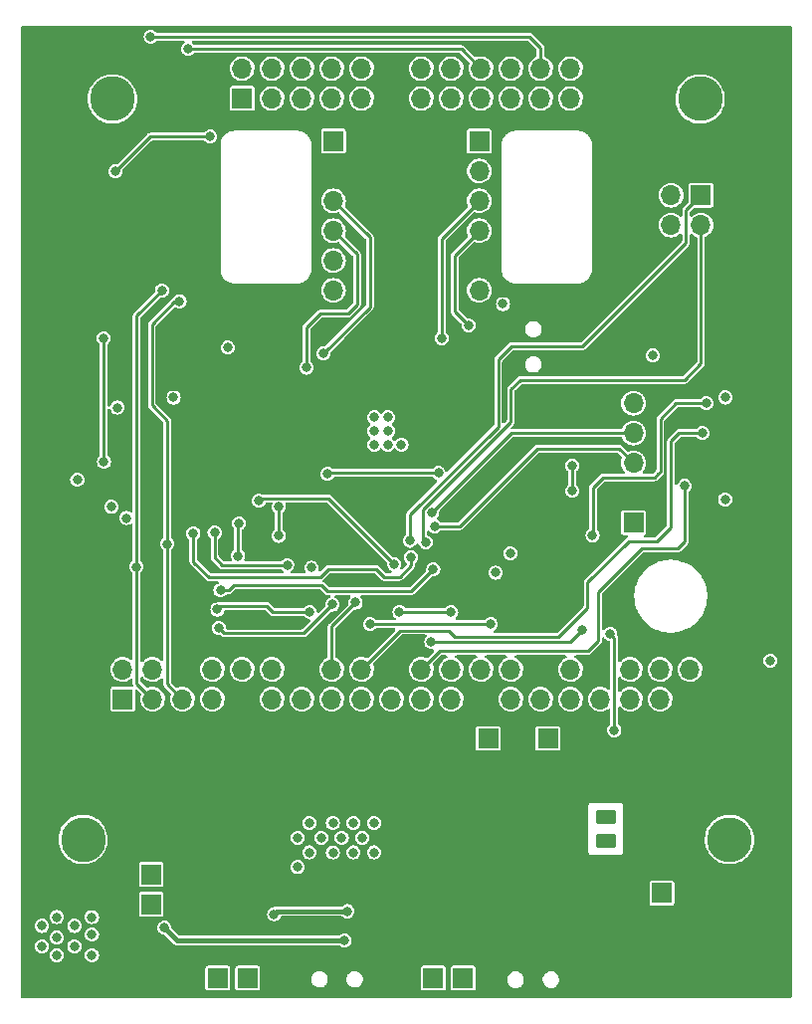
<source format=gbl>
%TF.GenerationSoftware,KiCad,Pcbnew,(6.0.0-0)*%
%TF.CreationDate,2022-06-02T03:35:04+02:00*%
%TF.ProjectId,Zumo_PiZero,5a756d6f-5f50-4695-9a65-726f2e6b6963,rev?*%
%TF.SameCoordinates,Original*%
%TF.FileFunction,Copper,L4,Bot*%
%TF.FilePolarity,Positive*%
%FSLAX46Y46*%
G04 Gerber Fmt 4.6, Leading zero omitted, Abs format (unit mm)*
G04 Created by KiCad (PCBNEW (6.0.0-0)) date 2022-06-02 03:35:04*
%MOMM*%
%LPD*%
G01*
G04 APERTURE LIST*
G04 Aperture macros list*
%AMRoundRect*
0 Rectangle with rounded corners*
0 $1 Rounding radius*
0 $2 $3 $4 $5 $6 $7 $8 $9 X,Y pos of 4 corners*
0 Add a 4 corners polygon primitive as box body*
4,1,4,$2,$3,$4,$5,$6,$7,$8,$9,$2,$3,0*
0 Add four circle primitives for the rounded corners*
1,1,$1+$1,$2,$3*
1,1,$1+$1,$4,$5*
1,1,$1+$1,$6,$7*
1,1,$1+$1,$8,$9*
0 Add four rect primitives between the rounded corners*
20,1,$1+$1,$2,$3,$4,$5,0*
20,1,$1+$1,$4,$5,$6,$7,0*
20,1,$1+$1,$6,$7,$8,$9,0*
20,1,$1+$1,$8,$9,$2,$3,0*%
G04 Aperture macros list end*
%TA.AperFunction,ComponentPad*%
%ADD10R,1.700000X1.700000*%
%TD*%
%TA.AperFunction,ComponentPad*%
%ADD11RoundRect,0.250000X-0.625000X0.350000X-0.625000X-0.350000X0.625000X-0.350000X0.625000X0.350000X0*%
%TD*%
%TA.AperFunction,WasherPad*%
%ADD12C,3.800000*%
%TD*%
%TA.AperFunction,ComponentPad*%
%ADD13O,1.700000X1.700000*%
%TD*%
%TA.AperFunction,ViaPad*%
%ADD14C,0.800000*%
%TD*%
%TA.AperFunction,Conductor*%
%ADD15C,0.250000*%
%TD*%
%TA.AperFunction,Conductor*%
%ADD16C,0.400000*%
%TD*%
G04 APERTURE END LIST*
D10*
%TO.P,U1,1,GND*%
%TO.N,GND*%
X134750000Y-136495000D03*
%TO.P,U1,2,BATT+*%
%TO.N,+BATT*%
X134750000Y-133955000D03*
D11*
%TO.P,U1,3,BATT+*%
%TO.N,unconnected-(U1-Pad3)*%
X129950000Y-129495000D03*
%TO.P,U1,4,GND*%
%TO.N,unconnected-(U1-Pad4)*%
X129950000Y-127495000D03*
D10*
%TO.P,U1,5,GND*%
%TO.N,GND*%
X127580000Y-120795000D03*
%TO.P,U1,6,!PG*%
%TO.N,~{PG}*%
X125040000Y-120795000D03*
%TO.P,U1,7,GND*%
%TO.N,GND*%
X122500000Y-120795000D03*
%TO.P,U1,8,!CHG*%
%TO.N,~{CHG}*%
X119960000Y-120795000D03*
%TO.P,U1,9,GND*%
%TO.N,GND*%
X91300000Y-127293000D03*
%TO.P,U1,10,GND*%
X91300000Y-129833000D03*
%TO.P,U1,11,5.17V*%
%TO.N,VPP*%
X91300000Y-132373000D03*
%TO.P,U1,12,5.17V*%
X91300000Y-134913000D03*
%TO.P,U1,13,V_{CC}*%
%TO.N,unconnected-(U1-Pad13)*%
X96960000Y-141195000D03*
%TO.P,U1,14,EN*%
%TO.N,unconnected-(U1-Pad14)*%
X99500000Y-141195000D03*
%TO.P,U1,15,GND*%
%TO.N,unconnected-(U1-Pad15)*%
X115300000Y-141195000D03*
%TO.P,U1,16,VBUS*%
%TO.N,unconnected-(U1-Pad16)*%
X117840000Y-141195000D03*
%TD*%
D12*
%TO.P,H1,*%
%TO.N,*%
X88000000Y-66400000D03*
%TD*%
%TO.P,H3,*%
%TO.N,*%
X140500000Y-129400000D03*
%TD*%
%TO.P,H2,*%
%TO.N,*%
X138000000Y-66400000D03*
%TD*%
D10*
%TO.P,J5,1,Pin_1*%
%TO.N,/Controller MCU/LEFT_MOTOR_A*%
X106801000Y-69983000D03*
D13*
%TO.P,J5,2,Pin_2*%
%TO.N,GND*%
X106801000Y-72523000D03*
%TO.P,J5,3,Pin_3*%
%TO.N,/Controller MCU/LEFT_ENCODER_A*%
X106801000Y-75063000D03*
%TO.P,J5,4,Pin_4*%
%TO.N,/Controller MCU/LEFT_ENCODER_B*%
X106801000Y-77603000D03*
%TO.P,J5,5,Pin_5*%
%TO.N,+3V3*%
X106801000Y-80143000D03*
%TO.P,J5,6,Pin_6*%
%TO.N,/Controller MCU/LEFT_MOTOR_B*%
X106801000Y-82683000D03*
%TD*%
D10*
%TO.P,J6,1,Pin_1*%
%TO.N,/Controller MCU/RIGHT_MOTOR_B*%
X119199000Y-69983000D03*
D13*
%TO.P,J6,2,Pin_2*%
%TO.N,+3V3*%
X119199000Y-72523000D03*
%TO.P,J6,3,Pin_3*%
%TO.N,/Controller MCU/RIGHT_ENCODER_A*%
X119199000Y-75063000D03*
%TO.P,J6,4,Pin_4*%
%TO.N,/Controller MCU/RIGHT_ENCODER_B*%
X119199000Y-77603000D03*
%TO.P,J6,5,Pin_5*%
%TO.N,GND*%
X119199000Y-80143000D03*
%TO.P,J6,6,Pin_6*%
%TO.N,/Controller MCU/RIGHT_MOTOR_A*%
X119199000Y-82683000D03*
%TD*%
D10*
%TO.P,J2,1,Pin_1*%
%TO.N,/Controller MCU/SERVO1*%
X138065000Y-74583000D03*
D13*
%TO.P,J2,2,Pin_2*%
%TO.N,/Controller MCU/SERVO2*%
X138065000Y-77123000D03*
%TO.P,J2,3,Pin_3*%
%TO.N,VDC*%
X135525000Y-74583000D03*
%TO.P,J2,4,Pin_4*%
X135525000Y-77123000D03*
%TO.P,J2,5,Pin_5*%
%TO.N,GND*%
X132985000Y-74583000D03*
%TO.P,J2,6,Pin_6*%
X132985000Y-77123000D03*
%TD*%
D12*
%TO.P,H4,*%
%TO.N,*%
X85500000Y-129400000D03*
%TD*%
D10*
%TO.P,U3,1,3v3_Power*%
%TO.N,unconnected-(U3-Pad1)*%
X88870000Y-117474000D03*
D13*
%TO.P,U3,2,5V_Power*%
%TO.N,+5V*%
X88870000Y-114934000D03*
%TO.P,U3,3,GPIO2_WIRING8(I2C1_SDA/SMI_SA3/DPI_VSYNC/AVEOUT_VSYNC/AVEIN_VSYNC)*%
%TO.N,SDA*%
X91410000Y-117474000D03*
%TO.P,U3,4,5V_Power*%
%TO.N,+5V*%
X91410000Y-114934000D03*
%TO.P,U3,5,GPIO3_WIRING9(I2C1_SCL/SMI_SA2/DPI_HSYNC/AVEOUT_HSYNC/AVEIN_HSYNC)*%
%TO.N,SCL*%
X93950000Y-117474000D03*
%TO.P,U3,6,Ground*%
%TO.N,GND*%
X93950000Y-114934000D03*
%TO.P,U3,7,GPIO4_WIRING7(GPCLK0/SMI_SA1/DPI_D0/AVEOUT_VID0/AVEIN_VID0/JTAG_TDI)*%
%TO.N,unconnected-(U3-Pad7)*%
X96490000Y-117474000D03*
%TO.P,U3,8,(UART1_TXD/AVEIN_VID10/AVEOUT_VID10/DSI_D10/SMI_SD6/UART0_TXD)WIRING15_GPIO14*%
%TO.N,unconnected-(U3-Pad8)*%
X96490000Y-114934000D03*
%TO.P,U3,9,Ground*%
%TO.N,GND*%
X99030000Y-117474000D03*
%TO.P,U3,10,(UART1_RXD/AVEIN_VID11/AVEOUT_VID11/DPI_D11/SMI_SD7/UART0_RXD)WIRING16_GPIO15*%
%TO.N,unconnected-(U3-Pad10)*%
X99030000Y-114934000D03*
%TO.P,U3,11,GPIO17_WIRING0(FL1/SMI_SD9/DPI_D13/UART0_RTS/SPI1_CE1/UART1_RTS)*%
%TO.N,unconnected-(U3-Pad11)*%
X101570000Y-117474000D03*
%TO.P,U3,12,(PWM0/SPI1_CE0/I2CSCL_SDA_/MOSI/DPI_D14/SMI_SD10/PCM_CLK)WIRING1_GPIO18*%
%TO.N,~{RST}*%
X101570000Y-114934000D03*
%TO.P,U3,13,GPIO27_WIRING27(SD0_DAT3/TE1/DPI_D23/SD1_DAT3/JTAG_TMS)*%
%TO.N,unconnected-(U3-Pad13)*%
X104110000Y-117474000D03*
%TO.P,U3,14,Ground*%
%TO.N,GND*%
X104110000Y-114934000D03*
%TO.P,U3,15,GPIO22_WIRING3(SD0_CLK/SMI_SD14/DPI_D18/SD1_CLK/JTAG_TRST)*%
%TO.N,unconnected-(U3-Pad15)*%
X106650000Y-117474000D03*
%TO.P,U3,16,JTAG_RTCK/SD1_CMD/DPI_D19/SMI_SD15/SD0_CMD)WIRING4_GPIO23*%
%TO.N,RPI_POWER_STATUS*%
X106650000Y-114934000D03*
%TO.P,U3,17,3v3_Power*%
%TO.N,unconnected-(U3-Pad17)*%
X109190000Y-117474000D03*
%TO.P,U3,18,(JTAG_TDO/SD1_DAT0/DPI_D20/SMI_SD16/SD0_DAT0)WIRING5_GPIO24*%
%TO.N,SWDIO*%
X109190000Y-114934000D03*
%TO.P,U3,19,GPIO10_WIRING12(SPI0_MOSI/SMI_SD2/DPI_D6/AVEOUT_VID6/AVEIN_VID6)*%
%TO.N,unconnected-(U3-Pad19)*%
X111730000Y-117474000D03*
%TO.P,U3,20,Ground*%
%TO.N,GND*%
X111730000Y-114934000D03*
%TO.P,U3,21,GPIO9_WIRING13(SPI0_MISO/SMI_SD1/DPI_D5/AVEOUT_VID5/AVEIN_VID5)*%
%TO.N,unconnected-(U3-Pad21)*%
X114270000Y-117474000D03*
%TO.P,U3,22,(JTAG_TCK/SD1_DAT1/DPI_D21/SMI_SD17/SD0_DAT1)WIRING6_GPIO25*%
%TO.N,SWCLK*%
X114270000Y-114934000D03*
%TO.P,U3,23,GPIO11_WIRING14(SPI0_SCLK/SMI_SD3/DPI_D7/AVEOUT_VID7/AVEIN_VID7)*%
%TO.N,unconnected-(U3-Pad23)*%
X116810000Y-117474000D03*
%TO.P,U3,24,(AVEIN_VID4/AVEOUT_VID4/DPI_D4/SMI_SD0/SPI0_CE0)WIRING10_GPIO8*%
%TO.N,RPI_POWER_DOWN*%
X116810000Y-114934000D03*
%TO.P,U3,25,Ground*%
%TO.N,GND*%
X119350000Y-117474000D03*
%TO.P,U3,26,(AVEIN_VID3/AVEOUT_VID3/DPI_D3/SMI_SWE_N_/SRW_N/SPI0_CE1)WIRNG11_GPIO7*%
%TO.N,unconnected-(U3-Pad26)*%
X119350000Y-114934000D03*
%TO.P,U3,27,GPIO0_WIRING30(I2C0_SDA/SMI_SA5/DPI_CLK/AVEOUT_VCLK/AVEIN_VCLK)*%
%TO.N,unconnected-(U3-Pad27)*%
X121890000Y-117474000D03*
%TO.P,U3,28,(AVEIN_DSYNC/AVEOUT_DSYNC/DPI_DEN/SMI_SA4/I2C0_SCL)WIRING31_GPIO1*%
%TO.N,unconnected-(U3-Pad28)*%
X121890000Y-114934000D03*
%TO.P,U3,29,GPIO5_WIRING21(GPCLK1/SMI_SA0/DPI_D1/AVEOUT_VID1/AVEIN_VID1/JTAG_TDO)*%
%TO.N,unconnected-(U3-Pad29)*%
X124430000Y-117474000D03*
%TO.P,U3,30,Ground*%
%TO.N,GND*%
X124430000Y-114934000D03*
%TO.P,U3,31,GPIO6_WIRING22(GPCLK2/SMI_SOE_N/SE/DPI_D2/AVEOUT_VID2/AVEIN_VID2/JTAG_RTCK)*%
%TO.N,unconnected-(U3-Pad31)*%
X126970000Y-117474000D03*
%TO.P,U3,32,(JTAG_TMS/AVEIN_VID8/AVEOUT_VID8/DPI_D8/SMI_SD4/PWM0)WIRING26_GPIO12*%
%TO.N,unconnected-(U3-Pad32)*%
X126970000Y-114934000D03*
%TO.P,U3,33,GPIO13_WIRING23(PWM1/SMI_SD5/DPI_D9/AVEOUT_VID9/AVEIN_VID9/JTAG_TCK)*%
%TO.N,unconnected-(U3-Pad33)*%
X129510000Y-117474000D03*
%TO.P,U3,34,Ground*%
%TO.N,GND*%
X129510000Y-114934000D03*
%TO.P,U3,35,GPIO19_WIRING24(PCM_FS/SMI_SD11/DPI_D15/I2CSL_SCL_/SCLK/SPI1_MISO/PWM1)*%
%TO.N,unconnected-(U3-Pad35)*%
X132050000Y-117474000D03*
%TO.P,U3,36,(UART1_CTS/SPI1_CE2/UART0_CTS/DPI_D12/SMI_SD8/FL0)WIRING27_GPIO16*%
%TO.N,unconnected-(U3-Pad36)*%
X132050000Y-114934000D03*
%TO.P,U3,37,GPIO26_WIRING25(SD0_DAT2/TE0/DPI_D22/SD1_DAT2/JTAG_TDI)*%
%TO.N,unconnected-(U3-Pad37)*%
X134590000Y-117474000D03*
%TO.P,U3,38,(GPCLK0/SPI1_MOSI/I2CSL_MISO/DPI_D16/SMI_SD12/PCM_DIN)WIRING28_GPIO20*%
%TO.N,unconnected-(U3-Pad38)*%
X134590000Y-114934000D03*
%TO.P,U3,39,Ground*%
%TO.N,GND*%
X137130000Y-117474000D03*
%TO.P,U3,40,(GPCLK1/SPI1_SCLK/I2CSL_CE/DPI_D17/SMI_SD13/PCM_DOUT)WIRING29_GPIO21*%
%TO.N,unconnected-(U3-Pad40)*%
X137130000Y-114934000D03*
%TD*%
D10*
%TO.P,J3,1,Pin_1*%
%TO.N,+3V3*%
X132333000Y-102444000D03*
D13*
%TO.P,J3,2,Pin_2*%
%TO.N,GND*%
X132333000Y-99904000D03*
%TO.P,J3,3,Pin_3*%
%TO.N,/Controller MCU/MCU_SWCLK*%
X132333000Y-97364000D03*
%TO.P,J3,4,Pin_4*%
%TO.N,/Controller MCU/MCU_SWDIO*%
X132333000Y-94824000D03*
%TO.P,J3,5,Pin_5*%
%TO.N,/Controller MCU/MCU_~{RST}*%
X132333000Y-92284000D03*
%TD*%
D10*
%TO.P,J1,1,V_POWER*%
%TO.N,VDC*%
X99030000Y-66350000D03*
D13*
%TO.P,J1,2,DUD2*%
%TO.N,unconnected-(J1-Pad2)*%
X99030000Y-63810000D03*
%TO.P,J1,3,ZSA_0*%
%TO.N,/Controller MCU/ZSA_0*%
X101570000Y-66350000D03*
%TO.P,J1,4,ZSA_1*%
%TO.N,/Controller MCU/ZSA_1*%
X101570000Y-63810000D03*
%TO.P,J1,5,DUD5*%
%TO.N,unconnected-(J1-Pad5)*%
X104110000Y-66350000D03*
%TO.P,J1,6,DUD6*%
%TO.N,unconnected-(J1-Pad6)*%
X104110000Y-63810000D03*
%TO.P,J1,7,DUD7*%
%TO.N,unconnected-(J1-Pad7)*%
X106650000Y-66350000D03*
%TO.P,J1,8,DUD8*%
%TO.N,unconnected-(J1-Pad8)*%
X106650000Y-63810000D03*
%TO.P,J1,9,ZSA2*%
%TO.N,/Controller MCU/ZSA_2*%
X109190000Y-66350000D03*
%TO.P,J1,10,DUD10*%
%TO.N,unconnected-(J1-Pad10)*%
X109190000Y-63810000D03*
%TO.P,J1,11,GND*%
%TO.N,GND*%
X111730000Y-66350000D03*
%TO.P,J1,12,GND*%
X111730000Y-63810000D03*
%TO.P,J1,13,DUD13*%
%TO.N,unconnected-(J1-Pad13)*%
X114270000Y-66350000D03*
%TO.P,J1,14,V_LOGIC*%
%TO.N,+3V3*%
X114270000Y-63810000D03*
%TO.P,J1,15,ZSA_5*%
%TO.N,/Controller MCU/ZSA_5*%
X116810000Y-66350000D03*
%TO.P,J1,16,LED_CONTRO1*%
%TO.N,/Controller MCU/ZSA_LED*%
X116810000Y-63810000D03*
%TO.P,J1,17,LED_CONTROL2*%
X119350000Y-66350000D03*
%TO.P,J1,18,ZSA_4*%
%TO.N,/Controller MCU/ZSA_4*%
X119350000Y-63810000D03*
%TO.P,J1,19,DUD19*%
%TO.N,unconnected-(J1-Pad19)*%
X121890000Y-66350000D03*
%TO.P,J1,20,DUD20*%
%TO.N,unconnected-(J1-Pad20)*%
X121890000Y-63810000D03*
%TO.P,J1,21,DUD21*%
%TO.N,unconnected-(J1-Pad21)*%
X124430000Y-66350000D03*
%TO.P,J1,22,ZSA_3*%
%TO.N,/Controller MCU/ZSA_3*%
X124430000Y-63810000D03*
%TO.P,J1,23,DUD23*%
%TO.N,unconnected-(J1-Pad23)*%
X126970000Y-66350000D03*
%TO.P,J1,24,DUD24*%
%TO.N,unconnected-(J1-Pad24)*%
X126970000Y-63810000D03*
%TD*%
D14*
%TO.N,GND*%
X88900000Y-98400000D03*
%TO.N,+3V3*%
X121225000Y-83837000D03*
%TO.N,GND*%
X123550000Y-92636000D03*
X121957000Y-135665000D03*
X121957000Y-130183000D03*
X114302000Y-130118000D03*
X109015000Y-132194000D03*
X102087000Y-133097000D03*
X102119000Y-130090000D03*
X87354000Y-133183000D03*
X103200000Y-120400000D03*
X88000000Y-105200000D03*
X130400000Y-141200000D03*
X112140000Y-86865000D03*
X117800000Y-133600000D03*
X99238000Y-99861000D03*
X92200000Y-63200000D03*
X85600000Y-105200000D03*
X100736000Y-86768000D03*
X110000000Y-124400000D03*
X144200000Y-141000000D03*
X98600000Y-90600000D03*
X116810000Y-97205000D03*
X113660000Y-88285000D03*
X96250000Y-131750000D03*
X115750000Y-92750000D03*
X91200000Y-80600000D03*
X144200000Y-63600000D03*
X144000000Y-122200000D03*
X126000000Y-106400000D03*
X89000000Y-112200000D03*
X126000000Y-104200000D03*
X144600000Y-79000000D03*
X144200000Y-69800000D03*
X102888000Y-88737000D03*
X91000000Y-74600000D03*
X135121000Y-86773000D03*
X126000000Y-101600000D03*
X98496000Y-110652000D03*
X116600000Y-124400000D03*
X85200000Y-72800000D03*
X144000000Y-130200000D03*
X86650000Y-100200000D03*
X131400000Y-69800000D03*
X137800000Y-141000000D03*
X96400000Y-92200000D03*
X91400000Y-110400000D03*
X103985000Y-84054000D03*
X116919000Y-85631000D03*
X111800000Y-137800000D03*
X87350000Y-77800000D03*
X88225000Y-126667000D03*
X111800000Y-133800000D03*
X131400000Y-63600000D03*
X122140000Y-106340000D03*
X144600000Y-90200000D03*
X99194000Y-108663000D03*
X85600000Y-97400000D03*
X144600000Y-102600000D03*
X98000000Y-131750000D03*
X89000000Y-108200000D03*
X129600000Y-91400000D03*
X132177000Y-86871000D03*
X117800000Y-137800000D03*
X93200000Y-77200000D03*
X138800000Y-102800000D03*
X107088000Y-107362000D03*
X105419000Y-86754000D03*
X112140000Y-88285000D03*
X101013000Y-101788000D03*
X107800000Y-99800000D03*
X103200000Y-124400000D03*
X82200000Y-62800000D03*
X110000000Y-120200000D03*
X91600000Y-120400000D03*
X113660000Y-86865000D03*
X85400000Y-108200000D03*
X97400000Y-120200000D03*
X111978000Y-104418000D03*
X119813000Y-99180000D03*
X126000000Y-108600000D03*
X112900000Y-87575000D03*
X85600000Y-112200000D03*
X116600000Y-120200000D03*
X91400000Y-100600000D03*
%TO.N,+3V3*%
X109250000Y-129250000D03*
X87900000Y-101100000D03*
X104750000Y-128000000D03*
X85000000Y-98800000D03*
X97800000Y-87550000D03*
X106750000Y-128000000D03*
X103750000Y-129250000D03*
X108500000Y-130500000D03*
X140139000Y-91792000D03*
X121848000Y-105056000D03*
X110250000Y-128000000D03*
X140122000Y-100466000D03*
X89200000Y-102050000D03*
X108500000Y-128000000D03*
X104932000Y-106274500D03*
X104750000Y-130500000D03*
X103750000Y-131750000D03*
X105750000Y-129250000D03*
X88400000Y-92650000D03*
X143983000Y-114183000D03*
X107500000Y-129250000D03*
X133964000Y-88222000D03*
X110250000Y-130500000D03*
X120600000Y-106700000D03*
X106750000Y-130500000D03*
X93200000Y-91800000D03*
%TO.N,SDA*%
X90050000Y-106200000D03*
X92200000Y-82700000D03*
%TO.N,SCL*%
X92650000Y-104250000D03*
X93700000Y-83600000D03*
%TO.N,SWDIO*%
X138196000Y-94830000D03*
%TO.N,SWCLK*%
X136679000Y-99313000D03*
%TO.N,VDC*%
X112590000Y-95800000D03*
X84750000Y-138500000D03*
X110270000Y-95800000D03*
X84750000Y-136750000D03*
X86250000Y-139250000D03*
X83250000Y-137750000D03*
X111430000Y-95800000D03*
X111430000Y-93480000D03*
X108000000Y-135500000D03*
X86250000Y-136000000D03*
X110270000Y-94640000D03*
X101750000Y-135750000D03*
X82000000Y-136750000D03*
X82000000Y-138500000D03*
X111430000Y-94640000D03*
X83250000Y-139250000D03*
X110270000Y-93480000D03*
X83250000Y-136000000D03*
X86250000Y-137500000D03*
%TO.N,Net-(D1-Pad4)*%
X107750000Y-138000000D03*
X92405000Y-136905000D03*
%TO.N,+BATT*%
X130694000Y-120089000D03*
X127127000Y-99743000D03*
X127113000Y-97584000D03*
X130353000Y-111887000D03*
%TO.N,/Controller MCU/MCU_SWCLK*%
X115411000Y-102756000D03*
%TO.N,/Controller MCU/MCU_SWDIO*%
X115201000Y-101573000D03*
%TO.N,~{RST}*%
X138527000Y-92290000D03*
X115128000Y-112602000D03*
X128844000Y-103512000D03*
X127993000Y-111560000D03*
%TO.N,/Controller MCU/LEFT_ENCODER_A*%
X105950000Y-88050000D03*
%TO.N,/Controller MCU/LEFT_ENCODER_B*%
X104500000Y-89250000D03*
%TO.N,/Controller MCU/RIGHT_ENCODER_A*%
X116000000Y-86750000D03*
%TO.N,/Controller MCU/RIGHT_ENCODER_B*%
X118294000Y-85640000D03*
%TO.N,/Controller MCU/ZSA_LED*%
X88250000Y-72550000D03*
X96300000Y-69600000D03*
%TO.N,/Controller MCU/ZSA_4*%
X94450000Y-62150000D03*
%TO.N,/Controller MCU/ZSA_3*%
X102161000Y-103562000D03*
X91250000Y-61100000D03*
X102150000Y-101100000D03*
%TO.N,/Controller MCU/MPU6050_INT*%
X106309000Y-98304000D03*
X115737000Y-98218000D03*
%TO.N,/Controller MCU/RED_LED*%
X113398000Y-105388000D03*
X94880000Y-103362000D03*
%TO.N,/Controller MCU/BLUE_LED*%
X98760000Y-102502000D03*
X98690000Y-105265000D03*
%TO.N,/Controller MCU/GREEN_LED*%
X96685000Y-103292000D03*
X102860000Y-106045000D03*
%TO.N,/Controller MCU/SERVO1*%
X113294000Y-103973000D03*
%TO.N,/Controller MCU/SERVO2*%
X114644000Y-104105000D03*
%TO.N,/Controller MCU/BUTTON_1*%
X120194000Y-111078000D03*
X109905000Y-111077000D03*
%TO.N,/Controller MCU/BUTTON_2*%
X100452000Y-100582000D03*
X87250000Y-86750000D03*
X111934698Y-105950698D03*
X87275000Y-97270000D03*
%TO.N,RPI_POWER_DOWN*%
X116815000Y-110075000D03*
X112420000Y-110043000D03*
%TO.N,RPI_POWER_STATUS*%
X108680000Y-109241000D03*
%TO.N,/Controller MCU/SPI_~{SS}*%
X97186000Y-108203000D03*
X115294000Y-106417000D03*
%TO.N,/Controller MCU/SPI_MISO*%
X104796000Y-110065000D03*
X96926000Y-109834000D03*
%TO.N,/Controller MCU/FLASH_~{WP}*%
X106714000Y-109411000D03*
X97034000Y-111399000D03*
%TD*%
D15*
%TO.N,SWDIO*%
X112501000Y-111623000D02*
X116590000Y-111623000D01*
X134295000Y-104042000D02*
X135522000Y-102815000D01*
X117124480Y-112157480D02*
X125947542Y-112157480D01*
X125947542Y-112157480D02*
X128415000Y-109690022D01*
X136188000Y-94830000D02*
X138196000Y-94830000D01*
X131908000Y-104042000D02*
X134295000Y-104042000D01*
X116590000Y-111623000D02*
X117124480Y-112157480D01*
X135522000Y-102815000D02*
X135522000Y-95496000D01*
X109190000Y-114934000D02*
X112501000Y-111623000D01*
X135522000Y-95496000D02*
X136188000Y-94830000D01*
X128415000Y-109690022D02*
X128415000Y-107535000D01*
X128415000Y-107535000D02*
X131908000Y-104042000D01*
%TO.N,SDA*%
X90050000Y-106200000D02*
X90050000Y-84850000D01*
X90050000Y-84850000D02*
X92200000Y-82700000D01*
X90050000Y-116114000D02*
X90050000Y-106200000D01*
X91410000Y-117474000D02*
X90050000Y-116114000D01*
%TO.N,SCL*%
X92650000Y-93750000D02*
X91450000Y-92550000D01*
X93300000Y-83600000D02*
X93700000Y-83600000D01*
X92650000Y-116174000D02*
X92650000Y-104250000D01*
X93950000Y-117474000D02*
X92650000Y-116174000D01*
X91450000Y-92550000D02*
X91350000Y-92450000D01*
X91350000Y-92450000D02*
X91350000Y-87000000D01*
X92650000Y-104250000D02*
X92650000Y-93750000D01*
X93250000Y-83650000D02*
X93300000Y-83600000D01*
X91350000Y-87000000D02*
X91350000Y-85550000D01*
X91350000Y-85550000D02*
X93250000Y-83650000D01*
%TO.N,SWCLK*%
X136681000Y-104058000D02*
X136681000Y-99315000D01*
X129299000Y-108356000D02*
X133015000Y-104640000D01*
X114270000Y-114934000D02*
X115816000Y-113388000D01*
X133015000Y-104640000D02*
X136099000Y-104640000D01*
X115816000Y-113388000D02*
X128442000Y-113388000D01*
X128442000Y-113388000D02*
X129299000Y-112531000D01*
X136099000Y-104640000D02*
X136681000Y-104058000D01*
X129299000Y-112531000D02*
X129299000Y-108356000D01*
X136681000Y-99315000D02*
X136679000Y-99313000D01*
D16*
%TO.N,VDC*%
X102000000Y-135500000D02*
X101750000Y-135750000D01*
X108000000Y-135500000D02*
X102000000Y-135500000D01*
%TO.N,Net-(D1-Pad4)*%
X93500000Y-138000000D02*
X106000000Y-138000000D01*
X92405000Y-136905000D02*
X93500000Y-138000000D01*
X106000000Y-138000000D02*
X107750000Y-138000000D01*
D15*
%TO.N,+BATT*%
X130684511Y-120079511D02*
X130694000Y-120089000D01*
X127113000Y-99729000D02*
X127127000Y-99743000D01*
X127113000Y-97584000D02*
X127113000Y-99729000D01*
X130353000Y-111887000D02*
X130684511Y-112218511D01*
X130684511Y-112218511D02*
X130684511Y-120079511D01*
%TO.N,/Controller MCU/MCU_SWCLK*%
X132333000Y-97364000D02*
X131126000Y-96157000D01*
X117520000Y-102756000D02*
X115411000Y-102756000D01*
X124119000Y-96157000D02*
X117520000Y-102756000D01*
X131126000Y-96157000D02*
X124119000Y-96157000D01*
%TO.N,/Controller MCU/MCU_SWDIO*%
X121950000Y-94824000D02*
X132333000Y-94824000D01*
X115201000Y-101573000D02*
X121950000Y-94824000D01*
%TO.N,~{RST}*%
X134606000Y-93621000D02*
X135937000Y-92290000D01*
X128861000Y-99488000D02*
X129759000Y-98590000D01*
X134606000Y-98098000D02*
X134606000Y-93621000D01*
X135937000Y-92290000D02*
X138527000Y-92290000D01*
X134408000Y-98296000D02*
X134606000Y-98098000D01*
X126951000Y-112602000D02*
X127993000Y-111560000D01*
X128844000Y-103512000D02*
X128861000Y-103495000D01*
X132960000Y-98590000D02*
X134114000Y-98590000D01*
X129759000Y-98590000D02*
X132960000Y-98590000D01*
X128861000Y-103495000D02*
X128861000Y-99488000D01*
X134114000Y-98590000D02*
X134408000Y-98296000D01*
X115128000Y-112602000D02*
X126951000Y-112602000D01*
%TO.N,/Controller MCU/LEFT_ENCODER_A*%
X105950000Y-88050000D02*
X109900000Y-84100000D01*
X109900000Y-78162000D02*
X106801000Y-75063000D01*
X109900000Y-84100000D02*
X109900000Y-78162000D01*
%TO.N,/Controller MCU/LEFT_ENCODER_B*%
X104500000Y-85845000D02*
X105714000Y-84631000D01*
X108800000Y-83908000D02*
X108800000Y-79602000D01*
X105714000Y-84631000D02*
X108077000Y-84631000D01*
X108077000Y-84631000D02*
X108800000Y-83908000D01*
X104500000Y-89250000D02*
X104500000Y-85845000D01*
X108800000Y-79602000D02*
X106801000Y-77603000D01*
%TO.N,/Controller MCU/RIGHT_ENCODER_A*%
X116000000Y-78262000D02*
X119199000Y-75063000D01*
X116000000Y-86750000D02*
X116000000Y-78262000D01*
%TO.N,/Controller MCU/RIGHT_ENCODER_B*%
X117100000Y-84446000D02*
X117100000Y-79702000D01*
X117100000Y-79702000D02*
X119199000Y-77603000D01*
X118294000Y-85640000D02*
X117100000Y-84446000D01*
%TO.N,/Controller MCU/ZSA_LED*%
X91200000Y-69600000D02*
X96300000Y-69600000D01*
X88250000Y-72550000D02*
X91200000Y-69600000D01*
%TO.N,/Controller MCU/ZSA_4*%
X94450000Y-62150000D02*
X117690000Y-62150000D01*
X117690000Y-62150000D02*
X119350000Y-63810000D01*
%TO.N,/Controller MCU/ZSA_3*%
X124430000Y-62080000D02*
X123450000Y-61100000D01*
X124430000Y-63810000D02*
X124430000Y-62080000D01*
X91250000Y-61100000D02*
X123450000Y-61100000D01*
X102161000Y-103562000D02*
X102161000Y-101111000D01*
X102161000Y-101111000D02*
X102150000Y-101100000D01*
%TO.N,/Controller MCU/MPU6050_INT*%
X115737000Y-98218000D02*
X106395000Y-98218000D01*
X106395000Y-98218000D02*
X106309000Y-98304000D01*
%TO.N,/Controller MCU/RED_LED*%
X111086000Y-107059000D02*
X110418000Y-106391000D01*
X110418000Y-106391000D02*
X106347000Y-106391000D01*
X113398000Y-105388000D02*
X113398000Y-106099000D01*
X105669000Y-107069000D02*
X96169000Y-107069000D01*
X94880000Y-105780000D02*
X94880000Y-103362000D01*
X96169000Y-107069000D02*
X94880000Y-105780000D01*
X106347000Y-106391000D02*
X105669000Y-107069000D01*
X112438000Y-107059000D02*
X111086000Y-107059000D01*
X113398000Y-106099000D02*
X112438000Y-107059000D01*
%TO.N,/Controller MCU/BLUE_LED*%
X98690000Y-102572000D02*
X98760000Y-102502000D01*
X98690000Y-105265000D02*
X98690000Y-102572000D01*
%TO.N,/Controller MCU/GREEN_LED*%
X102838000Y-106067000D02*
X102860000Y-106045000D01*
X96685000Y-103292000D02*
X96685000Y-105411000D01*
X97341000Y-106067000D02*
X102838000Y-106067000D01*
X96685000Y-105411000D02*
X97341000Y-106067000D01*
%TO.N,/Controller MCU/SERVO1*%
X113294000Y-103973000D02*
X113294000Y-101769000D01*
X136800000Y-78620000D02*
X136800000Y-75848000D01*
X121937000Y-87440000D02*
X127980000Y-87440000D01*
X120804000Y-88573000D02*
X121937000Y-87440000D01*
X136800000Y-75848000D02*
X138065000Y-74583000D01*
X120804000Y-94259000D02*
X120804000Y-88573000D01*
X113294000Y-101769000D02*
X120804000Y-94259000D01*
X127980000Y-87440000D02*
X136800000Y-78620000D01*
%TO.N,/Controller MCU/SERVO2*%
X138065000Y-88920000D02*
X138065000Y-81221000D01*
X138065000Y-81221000D02*
X138065000Y-77123000D01*
X122679000Y-90299000D02*
X136686000Y-90299000D01*
X114414000Y-101335386D02*
X121891386Y-93858000D01*
X121891386Y-93858000D02*
X121891386Y-91086614D01*
X114414000Y-103875000D02*
X114414000Y-101335386D01*
X121891386Y-91086614D02*
X122679000Y-90299000D01*
X114644000Y-104105000D02*
X114414000Y-103875000D01*
X136686000Y-90299000D02*
X138065000Y-88920000D01*
%TO.N,/Controller MCU/BUTTON_1*%
X118398000Y-111077000D02*
X120193000Y-111077000D01*
X109905000Y-111077000D02*
X118398000Y-111077000D01*
X120193000Y-111077000D02*
X120194000Y-111078000D01*
%TO.N,/Controller MCU/BUTTON_2*%
X100658511Y-100375489D02*
X100452000Y-100582000D01*
X106359489Y-100375489D02*
X100658511Y-100375489D01*
X87250000Y-97245000D02*
X87250000Y-86750000D01*
X111934698Y-105950698D02*
X106359489Y-100375489D01*
X87275000Y-97270000D02*
X87250000Y-97245000D01*
%TO.N,RPI_POWER_DOWN*%
X116783000Y-110043000D02*
X116815000Y-110075000D01*
X112420000Y-110043000D02*
X116783000Y-110043000D01*
%TO.N,RPI_POWER_STATUS*%
X108680000Y-109241000D02*
X106650000Y-111271000D01*
X106650000Y-111271000D02*
X106650000Y-114934000D01*
%TO.N,/Controller MCU/SPI_~{SS}*%
X98321000Y-107763000D02*
X105771000Y-107763000D01*
X106299000Y-108291000D02*
X113420000Y-108291000D01*
X105771000Y-107763000D02*
X106299000Y-108291000D01*
X97881000Y-108203000D02*
X98321000Y-107763000D01*
X97186000Y-108203000D02*
X97881000Y-108203000D01*
X113420000Y-108291000D02*
X115294000Y-106417000D01*
%TO.N,/Controller MCU/SPI_MISO*%
X101104000Y-109526000D02*
X97234000Y-109526000D01*
X97234000Y-109526000D02*
X96926000Y-109834000D01*
X104796000Y-110065000D02*
X101643000Y-110065000D01*
X101643000Y-110065000D02*
X101104000Y-109526000D01*
%TO.N,/Controller MCU/FLASH_~{WP}*%
X104268000Y-111857000D02*
X106714000Y-109411000D01*
X97492000Y-111857000D02*
X104268000Y-111857000D01*
X97034000Y-111399000D02*
X97492000Y-111857000D01*
%TD*%
%TA.AperFunction,Conductor*%
%TO.N,GND*%
G36*
X145742121Y-60220002D02*
G01*
X145788614Y-60273658D01*
X145800000Y-60326000D01*
X145800000Y-142774000D01*
X145779998Y-142842121D01*
X145726342Y-142888614D01*
X145674000Y-142900000D01*
X80326000Y-142900000D01*
X80257879Y-142879998D01*
X80211386Y-142826342D01*
X80200000Y-142774000D01*
X80200000Y-142064748D01*
X95909500Y-142064748D01*
X95921133Y-142123231D01*
X95965448Y-142189552D01*
X96031769Y-142233867D01*
X96043938Y-142236288D01*
X96043939Y-142236288D01*
X96084184Y-142244293D01*
X96090252Y-142245500D01*
X97829748Y-142245500D01*
X97835816Y-142244293D01*
X97876061Y-142236288D01*
X97876062Y-142236288D01*
X97888231Y-142233867D01*
X97954552Y-142189552D01*
X97998867Y-142123231D01*
X98010500Y-142064748D01*
X98449500Y-142064748D01*
X98461133Y-142123231D01*
X98505448Y-142189552D01*
X98571769Y-142233867D01*
X98583938Y-142236288D01*
X98583939Y-142236288D01*
X98624184Y-142244293D01*
X98630252Y-142245500D01*
X100369748Y-142245500D01*
X100375816Y-142244293D01*
X100416061Y-142236288D01*
X100416062Y-142236288D01*
X100428231Y-142233867D01*
X100494552Y-142189552D01*
X100538867Y-142123231D01*
X100550500Y-142064748D01*
X114249500Y-142064748D01*
X114261133Y-142123231D01*
X114305448Y-142189552D01*
X114371769Y-142233867D01*
X114383938Y-142236288D01*
X114383939Y-142236288D01*
X114424184Y-142244293D01*
X114430252Y-142245500D01*
X116169748Y-142245500D01*
X116175816Y-142244293D01*
X116216061Y-142236288D01*
X116216062Y-142236288D01*
X116228231Y-142233867D01*
X116294552Y-142189552D01*
X116338867Y-142123231D01*
X116350500Y-142064748D01*
X116789500Y-142064748D01*
X116801133Y-142123231D01*
X116845448Y-142189552D01*
X116911769Y-142233867D01*
X116923938Y-142236288D01*
X116923939Y-142236288D01*
X116964184Y-142244293D01*
X116970252Y-142245500D01*
X118709748Y-142245500D01*
X118715816Y-142244293D01*
X118756061Y-142236288D01*
X118756062Y-142236288D01*
X118768231Y-142233867D01*
X118834552Y-142189552D01*
X118878867Y-142123231D01*
X118890500Y-142064748D01*
X118890500Y-141411105D01*
X121599031Y-141411105D01*
X121638612Y-141575968D01*
X121716375Y-141726631D01*
X121721367Y-141732353D01*
X121721368Y-141732355D01*
X121783808Y-141803931D01*
X121827831Y-141854396D01*
X121834045Y-141858763D01*
X121960330Y-141947518D01*
X121960332Y-141947519D01*
X121966547Y-141951887D01*
X122124513Y-142013476D01*
X122132046Y-142014468D01*
X122132047Y-142014468D01*
X122249739Y-142029962D01*
X122253826Y-142030500D01*
X122342516Y-142030500D01*
X122468320Y-142015276D01*
X122626923Y-141955345D01*
X122671589Y-141924647D01*
X122760392Y-141863614D01*
X122760393Y-141863613D01*
X122766651Y-141859312D01*
X122776132Y-141848671D01*
X122874388Y-141738392D01*
X122874390Y-141738388D01*
X122879440Y-141732721D01*
X122886238Y-141719883D01*
X122955224Y-141589589D01*
X122958776Y-141582881D01*
X123000081Y-141418441D01*
X123000119Y-141411105D01*
X124599031Y-141411105D01*
X124638612Y-141575968D01*
X124716375Y-141726631D01*
X124721367Y-141732353D01*
X124721368Y-141732355D01*
X124783808Y-141803931D01*
X124827831Y-141854396D01*
X124834045Y-141858763D01*
X124960330Y-141947518D01*
X124960332Y-141947519D01*
X124966547Y-141951887D01*
X125124513Y-142013476D01*
X125132046Y-142014468D01*
X125132047Y-142014468D01*
X125249739Y-142029962D01*
X125253826Y-142030500D01*
X125342516Y-142030500D01*
X125468320Y-142015276D01*
X125626923Y-141955345D01*
X125671589Y-141924647D01*
X125760392Y-141863614D01*
X125760393Y-141863613D01*
X125766651Y-141859312D01*
X125776132Y-141848671D01*
X125874388Y-141738392D01*
X125874390Y-141738388D01*
X125879440Y-141732721D01*
X125886238Y-141719883D01*
X125955224Y-141589589D01*
X125958776Y-141582881D01*
X126000081Y-141418441D01*
X126000969Y-141248895D01*
X125995592Y-141226495D01*
X125963161Y-141091417D01*
X125961388Y-141084032D01*
X125942422Y-141047285D01*
X125887108Y-140940117D01*
X125887108Y-140940116D01*
X125883625Y-140933369D01*
X125878313Y-140927279D01*
X125777163Y-140811329D01*
X125772169Y-140805604D01*
X125713649Y-140764475D01*
X125639670Y-140712482D01*
X125639668Y-140712481D01*
X125633453Y-140708113D01*
X125475487Y-140646524D01*
X125467954Y-140645532D01*
X125467953Y-140645532D01*
X125350261Y-140630038D01*
X125350260Y-140630038D01*
X125346174Y-140629500D01*
X125257484Y-140629500D01*
X125131680Y-140644724D01*
X124973077Y-140704655D01*
X124966819Y-140708956D01*
X124868748Y-140776359D01*
X124833349Y-140800688D01*
X124828297Y-140806358D01*
X124828296Y-140806359D01*
X124725612Y-140921608D01*
X124725610Y-140921612D01*
X124720560Y-140927279D01*
X124717008Y-140933988D01*
X124717007Y-140933989D01*
X124684746Y-140994920D01*
X124641224Y-141077119D01*
X124599919Y-141241559D01*
X124599031Y-141411105D01*
X123000119Y-141411105D01*
X123000969Y-141248895D01*
X122995592Y-141226495D01*
X122963161Y-141091417D01*
X122961388Y-141084032D01*
X122942422Y-141047285D01*
X122887108Y-140940117D01*
X122887108Y-140940116D01*
X122883625Y-140933369D01*
X122878313Y-140927279D01*
X122777163Y-140811329D01*
X122772169Y-140805604D01*
X122713649Y-140764475D01*
X122639670Y-140712482D01*
X122639668Y-140712481D01*
X122633453Y-140708113D01*
X122475487Y-140646524D01*
X122467954Y-140645532D01*
X122467953Y-140645532D01*
X122350261Y-140630038D01*
X122350260Y-140630038D01*
X122346174Y-140629500D01*
X122257484Y-140629500D01*
X122131680Y-140644724D01*
X121973077Y-140704655D01*
X121966819Y-140708956D01*
X121868748Y-140776359D01*
X121833349Y-140800688D01*
X121828297Y-140806358D01*
X121828296Y-140806359D01*
X121725612Y-140921608D01*
X121725610Y-140921612D01*
X121720560Y-140927279D01*
X121717008Y-140933988D01*
X121717007Y-140933989D01*
X121684746Y-140994920D01*
X121641224Y-141077119D01*
X121599919Y-141241559D01*
X121599031Y-141411105D01*
X118890500Y-141411105D01*
X118890500Y-140325252D01*
X118878867Y-140266769D01*
X118834552Y-140200448D01*
X118768231Y-140156133D01*
X118756062Y-140153712D01*
X118756061Y-140153712D01*
X118715816Y-140145707D01*
X118709748Y-140144500D01*
X116970252Y-140144500D01*
X116964184Y-140145707D01*
X116923939Y-140153712D01*
X116923938Y-140153712D01*
X116911769Y-140156133D01*
X116845448Y-140200448D01*
X116801133Y-140266769D01*
X116789500Y-140325252D01*
X116789500Y-142064748D01*
X116350500Y-142064748D01*
X116350500Y-140325252D01*
X116338867Y-140266769D01*
X116294552Y-140200448D01*
X116228231Y-140156133D01*
X116216062Y-140153712D01*
X116216061Y-140153712D01*
X116175816Y-140145707D01*
X116169748Y-140144500D01*
X114430252Y-140144500D01*
X114424184Y-140145707D01*
X114383939Y-140153712D01*
X114383938Y-140153712D01*
X114371769Y-140156133D01*
X114305448Y-140200448D01*
X114261133Y-140266769D01*
X114249500Y-140325252D01*
X114249500Y-142064748D01*
X100550500Y-142064748D01*
X100550500Y-141381105D01*
X104899031Y-141381105D01*
X104900805Y-141388492D01*
X104900805Y-141388496D01*
X104908008Y-141418496D01*
X104938612Y-141545968D01*
X104942093Y-141552712D01*
X104942094Y-141552715D01*
X104957664Y-141582881D01*
X105016375Y-141696631D01*
X105021367Y-141702353D01*
X105021368Y-141702355D01*
X105047539Y-141732355D01*
X105127831Y-141824396D01*
X105134045Y-141828763D01*
X105260330Y-141917518D01*
X105260332Y-141917519D01*
X105266547Y-141921887D01*
X105424513Y-141983476D01*
X105432046Y-141984468D01*
X105432047Y-141984468D01*
X105549739Y-141999962D01*
X105553826Y-142000500D01*
X105642516Y-142000500D01*
X105768320Y-141985276D01*
X105926923Y-141925345D01*
X106030154Y-141854396D01*
X106060392Y-141833614D01*
X106060393Y-141833613D01*
X106066651Y-141829312D01*
X106076132Y-141818671D01*
X106174388Y-141708392D01*
X106174390Y-141708388D01*
X106179440Y-141702721D01*
X106186238Y-141689883D01*
X106255224Y-141559589D01*
X106258776Y-141552881D01*
X106300081Y-141388441D01*
X106300119Y-141381105D01*
X107899031Y-141381105D01*
X107900805Y-141388492D01*
X107900805Y-141388496D01*
X107908008Y-141418496D01*
X107938612Y-141545968D01*
X107942093Y-141552712D01*
X107942094Y-141552715D01*
X107957664Y-141582881D01*
X108016375Y-141696631D01*
X108021367Y-141702353D01*
X108021368Y-141702355D01*
X108047539Y-141732355D01*
X108127831Y-141824396D01*
X108134045Y-141828763D01*
X108260330Y-141917518D01*
X108260332Y-141917519D01*
X108266547Y-141921887D01*
X108424513Y-141983476D01*
X108432046Y-141984468D01*
X108432047Y-141984468D01*
X108549739Y-141999962D01*
X108553826Y-142000500D01*
X108642516Y-142000500D01*
X108768320Y-141985276D01*
X108926923Y-141925345D01*
X109030154Y-141854396D01*
X109060392Y-141833614D01*
X109060393Y-141833613D01*
X109066651Y-141829312D01*
X109076132Y-141818671D01*
X109174388Y-141708392D01*
X109174390Y-141708388D01*
X109179440Y-141702721D01*
X109186238Y-141689883D01*
X109255224Y-141559589D01*
X109258776Y-141552881D01*
X109300081Y-141388441D01*
X109300969Y-141218895D01*
X109261388Y-141054032D01*
X109183625Y-140903369D01*
X109178313Y-140897279D01*
X109098998Y-140806359D01*
X109072169Y-140775604D01*
X108982355Y-140712482D01*
X108939670Y-140682482D01*
X108939668Y-140682481D01*
X108933453Y-140678113D01*
X108775487Y-140616524D01*
X108767954Y-140615532D01*
X108767953Y-140615532D01*
X108650261Y-140600038D01*
X108650260Y-140600038D01*
X108646174Y-140599500D01*
X108557484Y-140599500D01*
X108431680Y-140614724D01*
X108273077Y-140674655D01*
X108266819Y-140678956D01*
X108224396Y-140708113D01*
X108133349Y-140770688D01*
X108128297Y-140776358D01*
X108128296Y-140776359D01*
X108025612Y-140891608D01*
X108025610Y-140891612D01*
X108020560Y-140897279D01*
X108017008Y-140903988D01*
X108017007Y-140903989D01*
X107984746Y-140964920D01*
X107941224Y-141047119D01*
X107899919Y-141211559D01*
X107899031Y-141381105D01*
X106300119Y-141381105D01*
X106300969Y-141218895D01*
X106261388Y-141054032D01*
X106183625Y-140903369D01*
X106178313Y-140897279D01*
X106098998Y-140806359D01*
X106072169Y-140775604D01*
X105982355Y-140712482D01*
X105939670Y-140682482D01*
X105939668Y-140682481D01*
X105933453Y-140678113D01*
X105775487Y-140616524D01*
X105767954Y-140615532D01*
X105767953Y-140615532D01*
X105650261Y-140600038D01*
X105650260Y-140600038D01*
X105646174Y-140599500D01*
X105557484Y-140599500D01*
X105431680Y-140614724D01*
X105273077Y-140674655D01*
X105266819Y-140678956D01*
X105224396Y-140708113D01*
X105133349Y-140770688D01*
X105128297Y-140776358D01*
X105128296Y-140776359D01*
X105025612Y-140891608D01*
X105025610Y-140891612D01*
X105020560Y-140897279D01*
X105017008Y-140903988D01*
X105017007Y-140903989D01*
X104984746Y-140964920D01*
X104941224Y-141047119D01*
X104899919Y-141211559D01*
X104899031Y-141381105D01*
X100550500Y-141381105D01*
X100550500Y-140325252D01*
X100538867Y-140266769D01*
X100494552Y-140200448D01*
X100428231Y-140156133D01*
X100416062Y-140153712D01*
X100416061Y-140153712D01*
X100375816Y-140145707D01*
X100369748Y-140144500D01*
X98630252Y-140144500D01*
X98624184Y-140145707D01*
X98583939Y-140153712D01*
X98583938Y-140153712D01*
X98571769Y-140156133D01*
X98505448Y-140200448D01*
X98461133Y-140266769D01*
X98449500Y-140325252D01*
X98449500Y-142064748D01*
X98010500Y-142064748D01*
X98010500Y-140325252D01*
X97998867Y-140266769D01*
X97954552Y-140200448D01*
X97888231Y-140156133D01*
X97876062Y-140153712D01*
X97876061Y-140153712D01*
X97835816Y-140145707D01*
X97829748Y-140144500D01*
X96090252Y-140144500D01*
X96084184Y-140145707D01*
X96043939Y-140153712D01*
X96043938Y-140153712D01*
X96031769Y-140156133D01*
X95965448Y-140200448D01*
X95921133Y-140266769D01*
X95909500Y-140325252D01*
X95909500Y-142064748D01*
X80200000Y-142064748D01*
X80200000Y-139250000D01*
X82644318Y-139250000D01*
X82664956Y-139406762D01*
X82725464Y-139552841D01*
X82821718Y-139678282D01*
X82947159Y-139774536D01*
X83093238Y-139835044D01*
X83250000Y-139855682D01*
X83258188Y-139854604D01*
X83398574Y-139836122D01*
X83406762Y-139835044D01*
X83552841Y-139774536D01*
X83678282Y-139678282D01*
X83774536Y-139552841D01*
X83835044Y-139406762D01*
X83855682Y-139250000D01*
X85644318Y-139250000D01*
X85664956Y-139406762D01*
X85725464Y-139552841D01*
X85821718Y-139678282D01*
X85947159Y-139774536D01*
X86093238Y-139835044D01*
X86250000Y-139855682D01*
X86258188Y-139854604D01*
X86398574Y-139836122D01*
X86406762Y-139835044D01*
X86552841Y-139774536D01*
X86678282Y-139678282D01*
X86774536Y-139552841D01*
X86835044Y-139406762D01*
X86855682Y-139250000D01*
X86835044Y-139093238D01*
X86774536Y-138947159D01*
X86678282Y-138821718D01*
X86552841Y-138725464D01*
X86406762Y-138664956D01*
X86250000Y-138644318D01*
X86093238Y-138664956D01*
X85947159Y-138725464D01*
X85821718Y-138821718D01*
X85725464Y-138947159D01*
X85664956Y-139093238D01*
X85644318Y-139250000D01*
X83855682Y-139250000D01*
X83835044Y-139093238D01*
X83774536Y-138947159D01*
X83678282Y-138821718D01*
X83552841Y-138725464D01*
X83406762Y-138664956D01*
X83250000Y-138644318D01*
X83093238Y-138664956D01*
X82947159Y-138725464D01*
X82821718Y-138821718D01*
X82816695Y-138828264D01*
X82816691Y-138828268D01*
X82741565Y-138926174D01*
X82725867Y-138937636D01*
X82724806Y-138948747D01*
X82664956Y-139093238D01*
X82644318Y-139250000D01*
X80200000Y-139250000D01*
X80200000Y-138500000D01*
X81394318Y-138500000D01*
X81414956Y-138656762D01*
X81475464Y-138802841D01*
X81571718Y-138928282D01*
X81697159Y-139024536D01*
X81843238Y-139085044D01*
X82000000Y-139105682D01*
X82008188Y-139104604D01*
X82148574Y-139086122D01*
X82156762Y-139085044D01*
X82302841Y-139024536D01*
X82428282Y-138928282D01*
X82433305Y-138921736D01*
X82433309Y-138921732D01*
X82508435Y-138823826D01*
X82524133Y-138812364D01*
X82525194Y-138801252D01*
X82581884Y-138664391D01*
X82585044Y-138656762D01*
X82605682Y-138500000D01*
X84144318Y-138500000D01*
X84164956Y-138656762D01*
X84225464Y-138802841D01*
X84321718Y-138928282D01*
X84447159Y-139024536D01*
X84593238Y-139085044D01*
X84750000Y-139105682D01*
X84758188Y-139104604D01*
X84898574Y-139086122D01*
X84906762Y-139085044D01*
X85052841Y-139024536D01*
X85178282Y-138928282D01*
X85274536Y-138802841D01*
X85335044Y-138656762D01*
X85355682Y-138500000D01*
X85335044Y-138343238D01*
X85274536Y-138197159D01*
X85178282Y-138071718D01*
X85052841Y-137975464D01*
X84906762Y-137914956D01*
X84750000Y-137894318D01*
X84593238Y-137914956D01*
X84447159Y-137975464D01*
X84321718Y-138071718D01*
X84225464Y-138197159D01*
X84164956Y-138343238D01*
X84144318Y-138500000D01*
X82605682Y-138500000D01*
X82585044Y-138343238D01*
X82525194Y-138198747D01*
X82523955Y-138187226D01*
X82508435Y-138176174D01*
X82433309Y-138078268D01*
X82433305Y-138078264D01*
X82428282Y-138071718D01*
X82302841Y-137975464D01*
X82156762Y-137914956D01*
X82000000Y-137894318D01*
X81843238Y-137914956D01*
X81697159Y-137975464D01*
X81571718Y-138071718D01*
X81475464Y-138197159D01*
X81414956Y-138343238D01*
X81394318Y-138500000D01*
X80200000Y-138500000D01*
X80200000Y-137750000D01*
X82644318Y-137750000D01*
X82664956Y-137906762D01*
X82711658Y-138019509D01*
X82724806Y-138051252D01*
X82726045Y-138062774D01*
X82741565Y-138073826D01*
X82816691Y-138171732D01*
X82816695Y-138171736D01*
X82821718Y-138178282D01*
X82947159Y-138274536D01*
X83093238Y-138335044D01*
X83250000Y-138355682D01*
X83258188Y-138354604D01*
X83398574Y-138336122D01*
X83406762Y-138335044D01*
X83552841Y-138274536D01*
X83678282Y-138178282D01*
X83774536Y-138052841D01*
X83835044Y-137906762D01*
X83855682Y-137750000D01*
X83835044Y-137593238D01*
X83796423Y-137500000D01*
X85644318Y-137500000D01*
X85664956Y-137656762D01*
X85725464Y-137802841D01*
X85821718Y-137928282D01*
X85947159Y-138024536D01*
X86093238Y-138085044D01*
X86250000Y-138105682D01*
X86258188Y-138104604D01*
X86398574Y-138086122D01*
X86406762Y-138085044D01*
X86552841Y-138024536D01*
X86678282Y-137928282D01*
X86774536Y-137802841D01*
X86835044Y-137656762D01*
X86855682Y-137500000D01*
X86835044Y-137343238D01*
X86774536Y-137197159D01*
X86678282Y-137071718D01*
X86552841Y-136975464D01*
X86406762Y-136914956D01*
X86331138Y-136905000D01*
X91799318Y-136905000D01*
X91800396Y-136913188D01*
X91818782Y-137052841D01*
X91819956Y-137061762D01*
X91880464Y-137207841D01*
X91976718Y-137333282D01*
X92102159Y-137429536D01*
X92248238Y-137490044D01*
X92256426Y-137491122D01*
X92405000Y-137510682D01*
X92404616Y-137513596D01*
X92459142Y-137529606D01*
X92480116Y-137546509D01*
X93239091Y-138305484D01*
X93239095Y-138305487D01*
X93261658Y-138328050D01*
X93270497Y-138332554D01*
X93270499Y-138332555D01*
X93281258Y-138338037D01*
X93298114Y-138348365D01*
X93315911Y-138361296D01*
X93336832Y-138368094D01*
X93355092Y-138375658D01*
X93365859Y-138381144D01*
X93365863Y-138381145D01*
X93374696Y-138385646D01*
X93384487Y-138387197D01*
X93384488Y-138387197D01*
X93396422Y-138389087D01*
X93415647Y-138393703D01*
X93427132Y-138397435D01*
X93427136Y-138397436D01*
X93436567Y-138400500D01*
X107243269Y-138400500D01*
X107311390Y-138420502D01*
X107321460Y-138428618D01*
X107321718Y-138428282D01*
X107447159Y-138524536D01*
X107593238Y-138585044D01*
X107750000Y-138605682D01*
X107758188Y-138604604D01*
X107898574Y-138586122D01*
X107906762Y-138585044D01*
X108052841Y-138524536D01*
X108178282Y-138428282D01*
X108274536Y-138302841D01*
X108335044Y-138156762D01*
X108355682Y-138000000D01*
X108335044Y-137843238D01*
X108274536Y-137697159D01*
X108178282Y-137571718D01*
X108052841Y-137475464D01*
X107906762Y-137414956D01*
X107750000Y-137394318D01*
X107593238Y-137414956D01*
X107447159Y-137475464D01*
X107321718Y-137571718D01*
X107319928Y-137569386D01*
X107270052Y-137596621D01*
X107243269Y-137599500D01*
X93718083Y-137599500D01*
X93649962Y-137579498D01*
X93628988Y-137562595D01*
X93046509Y-136980116D01*
X93012483Y-136917804D01*
X93011101Y-136904945D01*
X93010682Y-136905000D01*
X92991122Y-136756426D01*
X92990044Y-136748238D01*
X92929536Y-136602159D01*
X92833282Y-136476718D01*
X92804704Y-136454789D01*
X92770159Y-136428282D01*
X92707841Y-136380464D01*
X92561762Y-136319956D01*
X92405000Y-136299318D01*
X92248238Y-136319956D01*
X92102159Y-136380464D01*
X92039841Y-136428282D01*
X92005297Y-136454789D01*
X91976718Y-136476718D01*
X91880464Y-136602159D01*
X91819956Y-136748238D01*
X91799318Y-136905000D01*
X86331138Y-136905000D01*
X86250000Y-136894318D01*
X86093238Y-136914956D01*
X85947159Y-136975464D01*
X85821718Y-137071718D01*
X85725464Y-137197159D01*
X85664956Y-137343238D01*
X85644318Y-137500000D01*
X83796423Y-137500000D01*
X83774536Y-137447159D01*
X83678282Y-137321718D01*
X83552841Y-137225464D01*
X83406762Y-137164956D01*
X83250000Y-137144318D01*
X83093238Y-137164956D01*
X82947159Y-137225464D01*
X82821718Y-137321718D01*
X82725464Y-137447159D01*
X82664956Y-137593238D01*
X82644318Y-137750000D01*
X80200000Y-137750000D01*
X80200000Y-136750000D01*
X81394318Y-136750000D01*
X81414956Y-136906762D01*
X81475464Y-137052841D01*
X81571718Y-137178282D01*
X81578264Y-137183305D01*
X81606263Y-137204789D01*
X81697159Y-137274536D01*
X81843238Y-137335044D01*
X82000000Y-137355682D01*
X82008188Y-137354604D01*
X82148574Y-137336122D01*
X82156762Y-137335044D01*
X82302841Y-137274536D01*
X82393737Y-137204789D01*
X82421736Y-137183305D01*
X82428282Y-137178282D01*
X82524536Y-137052841D01*
X82585044Y-136906762D01*
X82605682Y-136750000D01*
X84144318Y-136750000D01*
X84164956Y-136906762D01*
X84225464Y-137052841D01*
X84321718Y-137178282D01*
X84328264Y-137183305D01*
X84356263Y-137204789D01*
X84447159Y-137274536D01*
X84593238Y-137335044D01*
X84750000Y-137355682D01*
X84758188Y-137354604D01*
X84898574Y-137336122D01*
X84906762Y-137335044D01*
X85052841Y-137274536D01*
X85143737Y-137204789D01*
X85171736Y-137183305D01*
X85178282Y-137178282D01*
X85274536Y-137052841D01*
X85335044Y-136906762D01*
X85355682Y-136750000D01*
X85336540Y-136604604D01*
X85336122Y-136601426D01*
X85335044Y-136593238D01*
X85274536Y-136447159D01*
X85178282Y-136321718D01*
X85052841Y-136225464D01*
X84906762Y-136164956D01*
X84750000Y-136144318D01*
X84593238Y-136164956D01*
X84447159Y-136225464D01*
X84321718Y-136321718D01*
X84225464Y-136447159D01*
X84164956Y-136593238D01*
X84163878Y-136601426D01*
X84163460Y-136604604D01*
X84144318Y-136750000D01*
X82605682Y-136750000D01*
X82586540Y-136604604D01*
X82586122Y-136601426D01*
X82585044Y-136593238D01*
X82525194Y-136448747D01*
X82523955Y-136437226D01*
X82508435Y-136426174D01*
X82433309Y-136328268D01*
X82433305Y-136328264D01*
X82428282Y-136321718D01*
X82302841Y-136225464D01*
X82156762Y-136164956D01*
X82000000Y-136144318D01*
X81843238Y-136164956D01*
X81697159Y-136225464D01*
X81571718Y-136321718D01*
X81475464Y-136447159D01*
X81414956Y-136593238D01*
X81413878Y-136601426D01*
X81413460Y-136604604D01*
X81394318Y-136750000D01*
X80200000Y-136750000D01*
X80200000Y-136000000D01*
X82644318Y-136000000D01*
X82664956Y-136156762D01*
X82711658Y-136269509D01*
X82724806Y-136301252D01*
X82726045Y-136312774D01*
X82741565Y-136323826D01*
X82816691Y-136421732D01*
X82816695Y-136421736D01*
X82821718Y-136428282D01*
X82947159Y-136524536D01*
X83093238Y-136585044D01*
X83250000Y-136605682D01*
X83258188Y-136604604D01*
X83398574Y-136586122D01*
X83406762Y-136585044D01*
X83552841Y-136524536D01*
X83678282Y-136428282D01*
X83774536Y-136302841D01*
X83835044Y-136156762D01*
X83855682Y-136000000D01*
X85644318Y-136000000D01*
X85664956Y-136156762D01*
X85725464Y-136302841D01*
X85821718Y-136428282D01*
X85947159Y-136524536D01*
X86093238Y-136585044D01*
X86250000Y-136605682D01*
X86258188Y-136604604D01*
X86398574Y-136586122D01*
X86406762Y-136585044D01*
X86552841Y-136524536D01*
X86678282Y-136428282D01*
X86774536Y-136302841D01*
X86835044Y-136156762D01*
X86855682Y-136000000D01*
X86835044Y-135843238D01*
X86809988Y-135782748D01*
X90249500Y-135782748D01*
X90261133Y-135841231D01*
X90305448Y-135907552D01*
X90371769Y-135951867D01*
X90383938Y-135954288D01*
X90383939Y-135954288D01*
X90424184Y-135962293D01*
X90430252Y-135963500D01*
X92169748Y-135963500D01*
X92175816Y-135962293D01*
X92216061Y-135954288D01*
X92216062Y-135954288D01*
X92228231Y-135951867D01*
X92294552Y-135907552D01*
X92338867Y-135841231D01*
X92350500Y-135782748D01*
X92350500Y-135750000D01*
X101144318Y-135750000D01*
X101164956Y-135906762D01*
X101225464Y-136052841D01*
X101321718Y-136178282D01*
X101447159Y-136274536D01*
X101593238Y-136335044D01*
X101750000Y-136355682D01*
X101758188Y-136354604D01*
X101898574Y-136336122D01*
X101906762Y-136335044D01*
X102052841Y-136274536D01*
X102178282Y-136178282D01*
X102274536Y-136052841D01*
X102305420Y-135978281D01*
X102349967Y-135923001D01*
X102421828Y-135900500D01*
X107493269Y-135900500D01*
X107561390Y-135920502D01*
X107571460Y-135928618D01*
X107571718Y-135928282D01*
X107697159Y-136024536D01*
X107843238Y-136085044D01*
X108000000Y-136105682D01*
X108008188Y-136104604D01*
X108148574Y-136086122D01*
X108156762Y-136085044D01*
X108302841Y-136024536D01*
X108428282Y-135928282D01*
X108524536Y-135802841D01*
X108585044Y-135656762D01*
X108605682Y-135500000D01*
X108585044Y-135343238D01*
X108524536Y-135197159D01*
X108428282Y-135071718D01*
X108302841Y-134975464D01*
X108156762Y-134914956D01*
X108000000Y-134894318D01*
X107843238Y-134914956D01*
X107697159Y-134975464D01*
X107571718Y-135071718D01*
X107569928Y-135069386D01*
X107520052Y-135096621D01*
X107493269Y-135099500D01*
X101968481Y-135099500D01*
X101968477Y-135099501D01*
X101936567Y-135099501D01*
X101927140Y-135102564D01*
X101927133Y-135102565D01*
X101915647Y-135106297D01*
X101896427Y-135110911D01*
X101884493Y-135112801D01*
X101884485Y-135112803D01*
X101874696Y-135114354D01*
X101865865Y-135118854D01*
X101865861Y-135118855D01*
X101855093Y-135124342D01*
X101836832Y-135131906D01*
X101815910Y-135138704D01*
X101815909Y-135138705D01*
X101814856Y-135135463D01*
X101766446Y-135143781D01*
X101766446Y-135145396D01*
X101758188Y-135145396D01*
X101750000Y-135144318D01*
X101593238Y-135164956D01*
X101447159Y-135225464D01*
X101321718Y-135321718D01*
X101225464Y-135447159D01*
X101164956Y-135593238D01*
X101144318Y-135750000D01*
X92350500Y-135750000D01*
X92350500Y-134824748D01*
X133699500Y-134824748D01*
X133711133Y-134883231D01*
X133718026Y-134893547D01*
X133731611Y-134913878D01*
X133755448Y-134949552D01*
X133821769Y-134993867D01*
X133833938Y-134996288D01*
X133833939Y-134996288D01*
X133874184Y-135004293D01*
X133880252Y-135005500D01*
X135619748Y-135005500D01*
X135625816Y-135004293D01*
X135666061Y-134996288D01*
X135666062Y-134996288D01*
X135678231Y-134993867D01*
X135744552Y-134949552D01*
X135768389Y-134913878D01*
X135781974Y-134893547D01*
X135788867Y-134883231D01*
X135800500Y-134824748D01*
X135800500Y-133085252D01*
X135788867Y-133026769D01*
X135744552Y-132960448D01*
X135678231Y-132916133D01*
X135666062Y-132913712D01*
X135666061Y-132913712D01*
X135625816Y-132905707D01*
X135619748Y-132904500D01*
X133880252Y-132904500D01*
X133874184Y-132905707D01*
X133833939Y-132913712D01*
X133833938Y-132913712D01*
X133821769Y-132916133D01*
X133755448Y-132960448D01*
X133711133Y-133026769D01*
X133699500Y-133085252D01*
X133699500Y-134824748D01*
X92350500Y-134824748D01*
X92350500Y-134043252D01*
X92338867Y-133984769D01*
X92294552Y-133918448D01*
X92228231Y-133874133D01*
X92216062Y-133871712D01*
X92216061Y-133871712D01*
X92175816Y-133863707D01*
X92169748Y-133862500D01*
X90430252Y-133862500D01*
X90424184Y-133863707D01*
X90383939Y-133871712D01*
X90383938Y-133871712D01*
X90371769Y-133874133D01*
X90305448Y-133918448D01*
X90261133Y-133984769D01*
X90249500Y-134043252D01*
X90249500Y-135782748D01*
X86809988Y-135782748D01*
X86774536Y-135697159D01*
X86678282Y-135571718D01*
X86552841Y-135475464D01*
X86406762Y-135414956D01*
X86250000Y-135394318D01*
X86093238Y-135414956D01*
X85947159Y-135475464D01*
X85821718Y-135571718D01*
X85725464Y-135697159D01*
X85664956Y-135843238D01*
X85644318Y-136000000D01*
X83855682Y-136000000D01*
X83835044Y-135843238D01*
X83774536Y-135697159D01*
X83678282Y-135571718D01*
X83552841Y-135475464D01*
X83406762Y-135414956D01*
X83250000Y-135394318D01*
X83093238Y-135414956D01*
X82947159Y-135475464D01*
X82821718Y-135571718D01*
X82725464Y-135697159D01*
X82664956Y-135843238D01*
X82644318Y-136000000D01*
X80200000Y-136000000D01*
X80200000Y-133242748D01*
X90249500Y-133242748D01*
X90261133Y-133301231D01*
X90305448Y-133367552D01*
X90371769Y-133411867D01*
X90383938Y-133414288D01*
X90383939Y-133414288D01*
X90424184Y-133422293D01*
X90430252Y-133423500D01*
X92169748Y-133423500D01*
X92175816Y-133422293D01*
X92216061Y-133414288D01*
X92216062Y-133414288D01*
X92228231Y-133411867D01*
X92294552Y-133367552D01*
X92338867Y-133301231D01*
X92350500Y-133242748D01*
X92350500Y-131750000D01*
X103144318Y-131750000D01*
X103164956Y-131906762D01*
X103225464Y-132052841D01*
X103321718Y-132178282D01*
X103447159Y-132274536D01*
X103593238Y-132335044D01*
X103750000Y-132355682D01*
X103758188Y-132354604D01*
X103898574Y-132336122D01*
X103906762Y-132335044D01*
X104052841Y-132274536D01*
X104178282Y-132178282D01*
X104274536Y-132052841D01*
X104335044Y-131906762D01*
X104355682Y-131750000D01*
X104335044Y-131593238D01*
X104274536Y-131447159D01*
X104178282Y-131321718D01*
X104052841Y-131225464D01*
X103906762Y-131164956D01*
X103750000Y-131144318D01*
X103593238Y-131164956D01*
X103447159Y-131225464D01*
X103321718Y-131321718D01*
X103225464Y-131447159D01*
X103164956Y-131593238D01*
X103144318Y-131750000D01*
X92350500Y-131750000D01*
X92350500Y-131503252D01*
X92349293Y-131497184D01*
X92341288Y-131456939D01*
X92341288Y-131456938D01*
X92338867Y-131444769D01*
X92294552Y-131378448D01*
X92228231Y-131334133D01*
X92216062Y-131331712D01*
X92216061Y-131331712D01*
X92175816Y-131323707D01*
X92169748Y-131322500D01*
X90430252Y-131322500D01*
X90424184Y-131323707D01*
X90383939Y-131331712D01*
X90383938Y-131331712D01*
X90371769Y-131334133D01*
X90305448Y-131378448D01*
X90261133Y-131444769D01*
X90258712Y-131456938D01*
X90258712Y-131456939D01*
X90250707Y-131497184D01*
X90249500Y-131503252D01*
X90249500Y-133242748D01*
X80200000Y-133242748D01*
X80200000Y-129377953D01*
X83394707Y-129377953D01*
X83411194Y-129663878D01*
X83412019Y-129668083D01*
X83412020Y-129668091D01*
X83429745Y-129758435D01*
X83466332Y-129944920D01*
X83467719Y-129948970D01*
X83467720Y-129948975D01*
X83550450Y-130190608D01*
X83559102Y-130215878D01*
X83687787Y-130471740D01*
X83690213Y-130475269D01*
X83690216Y-130475275D01*
X83820669Y-130665084D01*
X83850006Y-130707770D01*
X84042756Y-130919600D01*
X84262472Y-131103311D01*
X84266098Y-131105586D01*
X84266100Y-131105587D01*
X84318890Y-131138702D01*
X84505088Y-131255503D01*
X84508990Y-131257265D01*
X84508994Y-131257267D01*
X84762202Y-131371595D01*
X84762206Y-131371597D01*
X84766114Y-131373361D01*
X84818103Y-131388761D01*
X85036606Y-131453485D01*
X85036611Y-131453486D01*
X85040719Y-131454703D01*
X85044953Y-131455351D01*
X85044958Y-131455352D01*
X85292214Y-131493187D01*
X85323824Y-131498024D01*
X85469589Y-131500314D01*
X85605898Y-131502456D01*
X85605904Y-131502456D01*
X85610189Y-131502523D01*
X85614441Y-131502008D01*
X85614449Y-131502008D01*
X85834221Y-131475411D01*
X85894514Y-131468115D01*
X85898662Y-131467027D01*
X85898666Y-131467026D01*
X86167388Y-131396528D01*
X86171539Y-131395439D01*
X86175500Y-131393799D01*
X86175504Y-131393797D01*
X86325390Y-131331712D01*
X86436138Y-131285839D01*
X86485034Y-131257267D01*
X86679717Y-131143503D01*
X86679718Y-131143503D01*
X86683415Y-131141342D01*
X86755215Y-131085044D01*
X86905421Y-130967267D01*
X86908793Y-130964623D01*
X86950354Y-130921736D01*
X87059222Y-130809392D01*
X87108102Y-130758952D01*
X87110635Y-130755504D01*
X87110639Y-130755499D01*
X87275117Y-130531589D01*
X87277655Y-130528134D01*
X87292454Y-130500877D01*
X87292930Y-130500000D01*
X104144318Y-130500000D01*
X104164956Y-130656762D01*
X104225464Y-130802841D01*
X104230491Y-130809392D01*
X104312628Y-130916435D01*
X104321718Y-130928282D01*
X104447159Y-131024536D01*
X104593238Y-131085044D01*
X104750000Y-131105682D01*
X104758188Y-131104604D01*
X104768010Y-131103311D01*
X104906762Y-131085044D01*
X105052841Y-131024536D01*
X105178282Y-130928282D01*
X105187373Y-130916435D01*
X105269509Y-130809392D01*
X105274536Y-130802841D01*
X105335044Y-130656762D01*
X105355682Y-130500000D01*
X106144318Y-130500000D01*
X106164956Y-130656762D01*
X106225464Y-130802841D01*
X106230491Y-130809392D01*
X106312628Y-130916435D01*
X106321718Y-130928282D01*
X106447159Y-131024536D01*
X106593238Y-131085044D01*
X106750000Y-131105682D01*
X106758188Y-131104604D01*
X106768010Y-131103311D01*
X106906762Y-131085044D01*
X107052841Y-131024536D01*
X107178282Y-130928282D01*
X107187373Y-130916435D01*
X107269509Y-130809392D01*
X107274536Y-130802841D01*
X107335044Y-130656762D01*
X107355682Y-130500000D01*
X107894318Y-130500000D01*
X107914956Y-130656762D01*
X107975464Y-130802841D01*
X107980491Y-130809392D01*
X108062628Y-130916435D01*
X108071718Y-130928282D01*
X108197159Y-131024536D01*
X108343238Y-131085044D01*
X108500000Y-131105682D01*
X108508188Y-131104604D01*
X108518010Y-131103311D01*
X108656762Y-131085044D01*
X108802841Y-131024536D01*
X108928282Y-130928282D01*
X108937373Y-130916435D01*
X109019509Y-130809392D01*
X109024536Y-130802841D01*
X109085044Y-130656762D01*
X109105682Y-130500000D01*
X109644318Y-130500000D01*
X109664956Y-130656762D01*
X109725464Y-130802841D01*
X109730491Y-130809392D01*
X109812628Y-130916435D01*
X109821718Y-130928282D01*
X109947159Y-131024536D01*
X110093238Y-131085044D01*
X110250000Y-131105682D01*
X110258188Y-131104604D01*
X110268010Y-131103311D01*
X110406762Y-131085044D01*
X110552841Y-131024536D01*
X110678282Y-130928282D01*
X110687373Y-130916435D01*
X110769509Y-130809392D01*
X110774536Y-130802841D01*
X110835044Y-130656762D01*
X110855682Y-130500000D01*
X110835044Y-130343238D01*
X110774536Y-130197159D01*
X110678282Y-130071718D01*
X110552841Y-129975464D01*
X110406762Y-129914956D01*
X110250000Y-129894318D01*
X110093238Y-129914956D01*
X109947159Y-129975464D01*
X109821718Y-130071718D01*
X109725464Y-130197159D01*
X109664956Y-130343238D01*
X109644318Y-130500000D01*
X109105682Y-130500000D01*
X109085044Y-130343238D01*
X109024536Y-130197159D01*
X108928282Y-130071718D01*
X108921736Y-130066695D01*
X108921732Y-130066691D01*
X108823826Y-129991565D01*
X108812364Y-129975867D01*
X108801252Y-129974806D01*
X108664391Y-129918116D01*
X108656762Y-129914956D01*
X108500000Y-129894318D01*
X108343238Y-129914956D01*
X108197159Y-129975464D01*
X108071718Y-130071718D01*
X107975464Y-130197159D01*
X107914956Y-130343238D01*
X107894318Y-130500000D01*
X107355682Y-130500000D01*
X107335044Y-130343238D01*
X107274536Y-130197159D01*
X107178282Y-130071718D01*
X107171736Y-130066695D01*
X107171732Y-130066691D01*
X107073826Y-129991565D01*
X107062364Y-129975867D01*
X107051252Y-129974806D01*
X106914391Y-129918116D01*
X106906762Y-129914956D01*
X106750000Y-129894318D01*
X106593238Y-129914956D01*
X106447159Y-129975464D01*
X106321718Y-130071718D01*
X106225464Y-130197159D01*
X106164956Y-130343238D01*
X106144318Y-130500000D01*
X105355682Y-130500000D01*
X105335044Y-130343238D01*
X105274536Y-130197159D01*
X105178282Y-130071718D01*
X105052841Y-129975464D01*
X104906762Y-129914956D01*
X104750000Y-129894318D01*
X104593238Y-129914956D01*
X104447159Y-129975464D01*
X104321718Y-130071718D01*
X104225464Y-130197159D01*
X104164956Y-130343238D01*
X104144318Y-130500000D01*
X87292930Y-130500000D01*
X87412263Y-130280217D01*
X87412264Y-130280215D01*
X87414313Y-130276441D01*
X87515548Y-130008530D01*
X87555282Y-129835044D01*
X87578530Y-129733538D01*
X87578531Y-129733533D01*
X87579487Y-129729358D01*
X87604946Y-129444092D01*
X87605408Y-129400000D01*
X87595182Y-129250000D01*
X103144318Y-129250000D01*
X103164956Y-129406762D01*
X103225464Y-129552841D01*
X103321718Y-129678282D01*
X103447159Y-129774536D01*
X103593238Y-129835044D01*
X103750000Y-129855682D01*
X103758188Y-129854604D01*
X103898574Y-129836122D01*
X103906762Y-129835044D01*
X104052841Y-129774536D01*
X104178282Y-129678282D01*
X104274536Y-129552841D01*
X104335044Y-129406762D01*
X104355682Y-129250000D01*
X105144318Y-129250000D01*
X105164956Y-129406762D01*
X105225464Y-129552841D01*
X105321718Y-129678282D01*
X105447159Y-129774536D01*
X105593238Y-129835044D01*
X105750000Y-129855682D01*
X105758188Y-129854604D01*
X105898574Y-129836122D01*
X105906762Y-129835044D01*
X106052841Y-129774536D01*
X106178282Y-129678282D01*
X106274536Y-129552841D01*
X106335044Y-129406762D01*
X106355682Y-129250000D01*
X106894318Y-129250000D01*
X106914956Y-129406762D01*
X106975464Y-129552841D01*
X107071718Y-129678282D01*
X107078264Y-129683305D01*
X107078268Y-129683309D01*
X107176174Y-129758435D01*
X107187636Y-129774133D01*
X107198747Y-129775194D01*
X107343238Y-129835044D01*
X107500000Y-129855682D01*
X107508188Y-129854604D01*
X107648574Y-129836122D01*
X107656762Y-129835044D01*
X107802841Y-129774536D01*
X107928282Y-129678282D01*
X108024536Y-129552841D01*
X108085044Y-129406762D01*
X108105682Y-129250000D01*
X108644318Y-129250000D01*
X108664956Y-129406762D01*
X108725464Y-129552841D01*
X108821718Y-129678282D01*
X108828264Y-129683305D01*
X108828268Y-129683309D01*
X108926174Y-129758435D01*
X108937636Y-129774133D01*
X108948747Y-129775194D01*
X109093238Y-129835044D01*
X109250000Y-129855682D01*
X109258188Y-129854604D01*
X109398574Y-129836122D01*
X109406762Y-129835044D01*
X109552841Y-129774536D01*
X109678282Y-129678282D01*
X109774536Y-129552841D01*
X109835044Y-129406762D01*
X109855682Y-129250000D01*
X109835044Y-129093238D01*
X109774536Y-128947159D01*
X109678282Y-128821718D01*
X109552841Y-128725464D01*
X109406762Y-128664956D01*
X109250000Y-128644318D01*
X109093238Y-128664956D01*
X109085609Y-128668116D01*
X108948748Y-128724806D01*
X108937226Y-128726045D01*
X108926174Y-128741565D01*
X108828268Y-128816691D01*
X108828264Y-128816695D01*
X108821718Y-128821718D01*
X108725464Y-128947159D01*
X108664956Y-129093238D01*
X108644318Y-129250000D01*
X108105682Y-129250000D01*
X108085044Y-129093238D01*
X108024536Y-128947159D01*
X107928282Y-128821718D01*
X107802841Y-128725464D01*
X107656762Y-128664956D01*
X107500000Y-128644318D01*
X107343238Y-128664956D01*
X107335609Y-128668116D01*
X107198748Y-128724806D01*
X107187226Y-128726045D01*
X107176174Y-128741565D01*
X107078268Y-128816691D01*
X107078264Y-128816695D01*
X107071718Y-128821718D01*
X106975464Y-128947159D01*
X106914956Y-129093238D01*
X106894318Y-129250000D01*
X106355682Y-129250000D01*
X106335044Y-129093238D01*
X106274536Y-128947159D01*
X106178282Y-128821718D01*
X106052841Y-128725464D01*
X105906762Y-128664956D01*
X105750000Y-128644318D01*
X105593238Y-128664956D01*
X105447159Y-128725464D01*
X105321718Y-128821718D01*
X105225464Y-128947159D01*
X105164956Y-129093238D01*
X105144318Y-129250000D01*
X104355682Y-129250000D01*
X104335044Y-129093238D01*
X104274536Y-128947159D01*
X104178282Y-128821718D01*
X104052841Y-128725464D01*
X103906762Y-128664956D01*
X103750000Y-128644318D01*
X103593238Y-128664956D01*
X103447159Y-128725464D01*
X103321718Y-128821718D01*
X103225464Y-128947159D01*
X103164956Y-129093238D01*
X103144318Y-129250000D01*
X87595182Y-129250000D01*
X87585928Y-129114263D01*
X87527850Y-128833814D01*
X87432248Y-128563842D01*
X87300891Y-128309342D01*
X87290960Y-128295211D01*
X87138673Y-128078529D01*
X87138668Y-128078523D01*
X87136209Y-128075024D01*
X87066492Y-128000000D01*
X104144318Y-128000000D01*
X104164956Y-128156762D01*
X104225464Y-128302841D01*
X104321718Y-128428282D01*
X104447159Y-128524536D01*
X104593238Y-128585044D01*
X104750000Y-128605682D01*
X104758188Y-128604604D01*
X104898574Y-128586122D01*
X104906762Y-128585044D01*
X105052841Y-128524536D01*
X105178282Y-128428282D01*
X105274536Y-128302841D01*
X105335044Y-128156762D01*
X105355682Y-128000000D01*
X106144318Y-128000000D01*
X106164956Y-128156762D01*
X106225464Y-128302841D01*
X106321718Y-128428282D01*
X106447159Y-128524536D01*
X106593238Y-128585044D01*
X106750000Y-128605682D01*
X106758188Y-128604604D01*
X106898574Y-128586122D01*
X106906762Y-128585044D01*
X107051253Y-128525194D01*
X107062774Y-128523955D01*
X107073826Y-128508435D01*
X107171732Y-128433309D01*
X107171736Y-128433305D01*
X107178282Y-128428282D01*
X107274536Y-128302841D01*
X107335044Y-128156762D01*
X107355682Y-128000000D01*
X107894318Y-128000000D01*
X107914956Y-128156762D01*
X107975464Y-128302841D01*
X108071718Y-128428282D01*
X108197159Y-128524536D01*
X108343238Y-128585044D01*
X108500000Y-128605682D01*
X108508188Y-128604604D01*
X108648574Y-128586122D01*
X108656762Y-128585044D01*
X108801253Y-128525194D01*
X108812774Y-128523955D01*
X108823826Y-128508435D01*
X108921732Y-128433309D01*
X108921736Y-128433305D01*
X108928282Y-128428282D01*
X109024536Y-128302841D01*
X109085044Y-128156762D01*
X109105682Y-128000000D01*
X109644318Y-128000000D01*
X109664956Y-128156762D01*
X109725464Y-128302841D01*
X109821718Y-128428282D01*
X109947159Y-128524536D01*
X110093238Y-128585044D01*
X110250000Y-128605682D01*
X110258188Y-128604604D01*
X110398574Y-128586122D01*
X110406762Y-128585044D01*
X110552841Y-128524536D01*
X110678282Y-128428282D01*
X110774536Y-128302841D01*
X110835044Y-128156762D01*
X110855682Y-128000000D01*
X110838352Y-127868367D01*
X110836122Y-127851426D01*
X110835044Y-127843238D01*
X110774536Y-127697159D01*
X110678282Y-127571718D01*
X110552841Y-127475464D01*
X110406762Y-127414956D01*
X110250000Y-127394318D01*
X110093238Y-127414956D01*
X109947159Y-127475464D01*
X109821718Y-127571718D01*
X109725464Y-127697159D01*
X109664956Y-127843238D01*
X109663878Y-127851426D01*
X109661648Y-127868367D01*
X109644318Y-128000000D01*
X109105682Y-128000000D01*
X109088352Y-127868367D01*
X109086122Y-127851426D01*
X109085044Y-127843238D01*
X109024536Y-127697159D01*
X108928282Y-127571718D01*
X108802841Y-127475464D01*
X108656762Y-127414956D01*
X108500000Y-127394318D01*
X108343238Y-127414956D01*
X108197159Y-127475464D01*
X108071718Y-127571718D01*
X107975464Y-127697159D01*
X107914956Y-127843238D01*
X107913878Y-127851426D01*
X107911648Y-127868367D01*
X107894318Y-128000000D01*
X107355682Y-128000000D01*
X107338352Y-127868367D01*
X107336122Y-127851426D01*
X107335044Y-127843238D01*
X107274536Y-127697159D01*
X107178282Y-127571718D01*
X107052841Y-127475464D01*
X106906762Y-127414956D01*
X106750000Y-127394318D01*
X106593238Y-127414956D01*
X106447159Y-127475464D01*
X106321718Y-127571718D01*
X106225464Y-127697159D01*
X106164956Y-127843238D01*
X106163878Y-127851426D01*
X106161648Y-127868367D01*
X106144318Y-128000000D01*
X105355682Y-128000000D01*
X105338352Y-127868367D01*
X105336122Y-127851426D01*
X105335044Y-127843238D01*
X105274536Y-127697159D01*
X105178282Y-127571718D01*
X105052841Y-127475464D01*
X104906762Y-127414956D01*
X104750000Y-127394318D01*
X104593238Y-127414956D01*
X104447159Y-127475464D01*
X104321718Y-127571718D01*
X104225464Y-127697159D01*
X104164956Y-127843238D01*
X104163878Y-127851426D01*
X104161648Y-127868367D01*
X104144318Y-128000000D01*
X87066492Y-128000000D01*
X86941251Y-127865224D01*
X86937935Y-127862510D01*
X86937932Y-127862507D01*
X86735916Y-127697159D01*
X86719623Y-127683823D01*
X86475427Y-127534180D01*
X86457419Y-127526275D01*
X86217110Y-127420786D01*
X86217106Y-127420785D01*
X86213182Y-127419062D01*
X85937739Y-127340600D01*
X85727881Y-127310733D01*
X85658448Y-127300851D01*
X85658446Y-127300851D01*
X85654196Y-127300246D01*
X85502333Y-127299451D01*
X85372086Y-127298769D01*
X85372080Y-127298769D01*
X85367800Y-127298747D01*
X85363556Y-127299306D01*
X85363552Y-127299306D01*
X85239031Y-127315699D01*
X85083851Y-127336129D01*
X85079711Y-127337262D01*
X85079709Y-127337262D01*
X85063209Y-127341776D01*
X84807602Y-127411702D01*
X84799973Y-127414956D01*
X84548117Y-127522382D01*
X84548113Y-127522384D01*
X84544165Y-127524068D01*
X84298415Y-127671146D01*
X84295064Y-127673830D01*
X84295062Y-127673832D01*
X84187867Y-127759712D01*
X84074900Y-127850215D01*
X83877755Y-128057962D01*
X83710629Y-128290543D01*
X83576614Y-128543653D01*
X83478190Y-128812610D01*
X83417178Y-129092436D01*
X83394707Y-129377953D01*
X80200000Y-129377953D01*
X80200000Y-126540543D01*
X128495144Y-126540543D01*
X128500000Y-126540543D01*
X128500000Y-130489123D01*
X128499955Y-130540449D01*
X128506098Y-130553242D01*
X128507227Y-130558210D01*
X128509785Y-130565535D01*
X128511994Y-130570125D01*
X128515150Y-130583962D01*
X128523994Y-130595061D01*
X128526364Y-130599985D01*
X128529916Y-130605647D01*
X128533312Y-130609916D01*
X128539453Y-130622705D01*
X128550536Y-130631568D01*
X128553707Y-130635554D01*
X128559191Y-130641048D01*
X128563173Y-130644227D01*
X128572015Y-130655323D01*
X128584793Y-130661486D01*
X128589064Y-130664896D01*
X128594714Y-130668454D01*
X128599634Y-130670832D01*
X128610715Y-130679694D01*
X128624543Y-130682874D01*
X128629124Y-130685088D01*
X128636449Y-130687661D01*
X128641420Y-130688799D01*
X128654202Y-130694965D01*
X128677213Y-130694985D01*
X128677211Y-130696997D01*
X128677277Y-130697012D01*
X128677277Y-130695000D01*
X128694123Y-130695000D01*
X128745449Y-130695045D01*
X128745445Y-130699850D01*
X128745543Y-130699856D01*
X128745543Y-130695000D01*
X131194123Y-130695000D01*
X131231258Y-130695033D01*
X131231260Y-130695033D01*
X131245449Y-130695045D01*
X131258242Y-130688902D01*
X131263210Y-130687773D01*
X131270535Y-130685215D01*
X131275125Y-130683006D01*
X131288962Y-130679850D01*
X131300061Y-130671006D01*
X131304985Y-130668636D01*
X131310647Y-130665084D01*
X131314916Y-130661688D01*
X131327705Y-130655547D01*
X131336568Y-130644464D01*
X131340554Y-130641293D01*
X131346048Y-130635809D01*
X131349227Y-130631827D01*
X131360323Y-130622985D01*
X131366486Y-130610207D01*
X131369896Y-130605936D01*
X131373454Y-130600286D01*
X131375832Y-130595366D01*
X131384694Y-130584285D01*
X131387874Y-130570457D01*
X131390088Y-130565876D01*
X131392661Y-130558551D01*
X131393799Y-130553580D01*
X131399965Y-130540798D01*
X131399985Y-130517787D01*
X131401997Y-130517789D01*
X131402012Y-130517723D01*
X131400000Y-130517723D01*
X131400000Y-130500877D01*
X131400045Y-130449551D01*
X131404850Y-130449555D01*
X131404856Y-130449457D01*
X131400000Y-130449457D01*
X131400000Y-129377953D01*
X138394707Y-129377953D01*
X138411194Y-129663878D01*
X138412019Y-129668083D01*
X138412020Y-129668091D01*
X138429745Y-129758435D01*
X138466332Y-129944920D01*
X138467719Y-129948970D01*
X138467720Y-129948975D01*
X138550450Y-130190608D01*
X138559102Y-130215878D01*
X138687787Y-130471740D01*
X138690213Y-130475269D01*
X138690216Y-130475275D01*
X138820669Y-130665084D01*
X138850006Y-130707770D01*
X139042756Y-130919600D01*
X139262472Y-131103311D01*
X139266098Y-131105586D01*
X139266100Y-131105587D01*
X139318890Y-131138702D01*
X139505088Y-131255503D01*
X139508990Y-131257265D01*
X139508994Y-131257267D01*
X139762202Y-131371595D01*
X139762206Y-131371597D01*
X139766114Y-131373361D01*
X139818103Y-131388761D01*
X140036606Y-131453485D01*
X140036611Y-131453486D01*
X140040719Y-131454703D01*
X140044953Y-131455351D01*
X140044958Y-131455352D01*
X140292214Y-131493187D01*
X140323824Y-131498024D01*
X140469589Y-131500314D01*
X140605898Y-131502456D01*
X140605904Y-131502456D01*
X140610189Y-131502523D01*
X140614441Y-131502008D01*
X140614449Y-131502008D01*
X140834221Y-131475411D01*
X140894514Y-131468115D01*
X140898662Y-131467027D01*
X140898666Y-131467026D01*
X141167388Y-131396528D01*
X141171539Y-131395439D01*
X141175500Y-131393799D01*
X141175504Y-131393797D01*
X141325390Y-131331712D01*
X141436138Y-131285839D01*
X141485034Y-131257267D01*
X141679717Y-131143503D01*
X141679718Y-131143503D01*
X141683415Y-131141342D01*
X141755215Y-131085044D01*
X141905421Y-130967267D01*
X141908793Y-130964623D01*
X141950354Y-130921736D01*
X142059222Y-130809392D01*
X142108102Y-130758952D01*
X142110635Y-130755504D01*
X142110639Y-130755499D01*
X142275117Y-130531589D01*
X142277655Y-130528134D01*
X142292454Y-130500877D01*
X142412263Y-130280217D01*
X142412264Y-130280215D01*
X142414313Y-130276441D01*
X142515548Y-130008530D01*
X142555282Y-129835044D01*
X142578530Y-129733538D01*
X142578531Y-129733533D01*
X142579487Y-129729358D01*
X142604946Y-129444092D01*
X142605408Y-129400000D01*
X142585928Y-129114263D01*
X142527850Y-128833814D01*
X142432248Y-128563842D01*
X142300891Y-128309342D01*
X142290960Y-128295211D01*
X142138673Y-128078529D01*
X142138668Y-128078523D01*
X142136209Y-128075024D01*
X141941251Y-127865224D01*
X141937935Y-127862510D01*
X141937932Y-127862507D01*
X141735916Y-127697159D01*
X141719623Y-127683823D01*
X141475427Y-127534180D01*
X141457419Y-127526275D01*
X141217110Y-127420786D01*
X141217106Y-127420785D01*
X141213182Y-127419062D01*
X140937739Y-127340600D01*
X140727881Y-127310733D01*
X140658448Y-127300851D01*
X140658446Y-127300851D01*
X140654196Y-127300246D01*
X140502333Y-127299451D01*
X140372086Y-127298769D01*
X140372080Y-127298769D01*
X140367800Y-127298747D01*
X140363556Y-127299306D01*
X140363552Y-127299306D01*
X140239031Y-127315699D01*
X140083851Y-127336129D01*
X140079711Y-127337262D01*
X140079709Y-127337262D01*
X140063209Y-127341776D01*
X139807602Y-127411702D01*
X139799973Y-127414956D01*
X139548117Y-127522382D01*
X139548113Y-127522384D01*
X139544165Y-127524068D01*
X139298415Y-127671146D01*
X139295064Y-127673830D01*
X139295062Y-127673832D01*
X139187867Y-127759712D01*
X139074900Y-127850215D01*
X138877755Y-128057962D01*
X138710629Y-128290543D01*
X138576614Y-128543653D01*
X138478190Y-128812610D01*
X138417178Y-129092436D01*
X138394707Y-129377953D01*
X131400000Y-129377953D01*
X131400000Y-126500877D01*
X131400045Y-126449551D01*
X131393902Y-126436758D01*
X131392773Y-126431790D01*
X131390215Y-126424465D01*
X131388006Y-126419875D01*
X131384850Y-126406038D01*
X131376006Y-126394939D01*
X131373636Y-126390015D01*
X131370084Y-126384353D01*
X131366688Y-126380084D01*
X131360547Y-126367295D01*
X131349464Y-126358432D01*
X131346293Y-126354446D01*
X131340809Y-126348952D01*
X131336827Y-126345773D01*
X131327985Y-126334677D01*
X131315207Y-126328514D01*
X131310936Y-126325104D01*
X131305286Y-126321546D01*
X131300366Y-126319168D01*
X131289285Y-126310306D01*
X131275457Y-126307126D01*
X131270876Y-126304912D01*
X131263551Y-126302339D01*
X131258580Y-126301201D01*
X131245798Y-126295035D01*
X131222787Y-126295015D01*
X131222789Y-126293003D01*
X131222723Y-126292988D01*
X131222723Y-126295000D01*
X131205877Y-126295000D01*
X131154551Y-126294955D01*
X131154555Y-126290150D01*
X131154457Y-126290144D01*
X131154457Y-126295000D01*
X128705877Y-126295000D01*
X128668742Y-126294967D01*
X128668740Y-126294967D01*
X128654551Y-126294955D01*
X128641758Y-126301098D01*
X128636790Y-126302227D01*
X128629465Y-126304785D01*
X128624875Y-126306994D01*
X128611038Y-126310150D01*
X128599939Y-126318994D01*
X128595015Y-126321364D01*
X128589353Y-126324916D01*
X128585084Y-126328312D01*
X128572295Y-126334453D01*
X128563432Y-126345536D01*
X128559446Y-126348707D01*
X128553952Y-126354191D01*
X128550773Y-126358173D01*
X128539677Y-126367015D01*
X128533514Y-126379793D01*
X128530104Y-126384064D01*
X128526546Y-126389714D01*
X128524168Y-126394634D01*
X128515306Y-126405715D01*
X128512126Y-126419543D01*
X128509912Y-126424124D01*
X128507339Y-126431449D01*
X128506201Y-126436420D01*
X128500035Y-126449202D01*
X128500015Y-126472213D01*
X128498003Y-126472211D01*
X128497988Y-126472277D01*
X128500000Y-126472277D01*
X128500000Y-126489123D01*
X128499955Y-126540449D01*
X128495150Y-126540445D01*
X128495144Y-126540543D01*
X80200000Y-126540543D01*
X80200000Y-121664748D01*
X118909500Y-121664748D01*
X118921133Y-121723231D01*
X118965448Y-121789552D01*
X119031769Y-121833867D01*
X119043938Y-121836288D01*
X119043939Y-121836288D01*
X119084184Y-121844293D01*
X119090252Y-121845500D01*
X120829748Y-121845500D01*
X120835816Y-121844293D01*
X120876061Y-121836288D01*
X120876062Y-121836288D01*
X120888231Y-121833867D01*
X120954552Y-121789552D01*
X120998867Y-121723231D01*
X121010500Y-121664748D01*
X123989500Y-121664748D01*
X124001133Y-121723231D01*
X124045448Y-121789552D01*
X124111769Y-121833867D01*
X124123938Y-121836288D01*
X124123939Y-121836288D01*
X124164184Y-121844293D01*
X124170252Y-121845500D01*
X125909748Y-121845500D01*
X125915816Y-121844293D01*
X125956061Y-121836288D01*
X125956062Y-121836288D01*
X125968231Y-121833867D01*
X126034552Y-121789552D01*
X126078867Y-121723231D01*
X126090500Y-121664748D01*
X126090500Y-119925252D01*
X126078867Y-119866769D01*
X126034552Y-119800448D01*
X125968231Y-119756133D01*
X125956062Y-119753712D01*
X125956061Y-119753712D01*
X125915816Y-119745707D01*
X125909748Y-119744500D01*
X124170252Y-119744500D01*
X124164184Y-119745707D01*
X124123939Y-119753712D01*
X124123938Y-119753712D01*
X124111769Y-119756133D01*
X124045448Y-119800448D01*
X124001133Y-119866769D01*
X123989500Y-119925252D01*
X123989500Y-121664748D01*
X121010500Y-121664748D01*
X121010500Y-119925252D01*
X120998867Y-119866769D01*
X120954552Y-119800448D01*
X120888231Y-119756133D01*
X120876062Y-119753712D01*
X120876061Y-119753712D01*
X120835816Y-119745707D01*
X120829748Y-119744500D01*
X119090252Y-119744500D01*
X119084184Y-119745707D01*
X119043939Y-119753712D01*
X119043938Y-119753712D01*
X119031769Y-119756133D01*
X118965448Y-119800448D01*
X118921133Y-119866769D01*
X118909500Y-119925252D01*
X118909500Y-121664748D01*
X80200000Y-121664748D01*
X80200000Y-114919262D01*
X87814520Y-114919262D01*
X87831759Y-115124553D01*
X87888544Y-115322586D01*
X87891359Y-115328063D01*
X87891360Y-115328066D01*
X87912247Y-115368707D01*
X87982712Y-115505818D01*
X88110677Y-115667270D01*
X88115370Y-115671264D01*
X88115371Y-115671265D01*
X88162912Y-115711725D01*
X88267564Y-115800791D01*
X88272942Y-115803797D01*
X88272944Y-115803798D01*
X88304554Y-115821464D01*
X88447398Y-115901297D01*
X88526451Y-115926983D01*
X88637471Y-115963056D01*
X88637475Y-115963057D01*
X88643329Y-115964959D01*
X88847894Y-115989351D01*
X88854029Y-115988879D01*
X88854031Y-115988879D01*
X88910039Y-115984569D01*
X89053300Y-115973546D01*
X89059230Y-115971890D01*
X89059232Y-115971890D01*
X89183104Y-115937304D01*
X89251725Y-115918145D01*
X89257214Y-115915372D01*
X89257220Y-115915370D01*
X89430116Y-115828033D01*
X89435610Y-115825258D01*
X89440462Y-115821467D01*
X89440467Y-115821464D01*
X89520927Y-115758602D01*
X89586921Y-115732424D01*
X89656592Y-115746081D01*
X89707819Y-115795238D01*
X89724500Y-115857891D01*
X89724500Y-116094290D01*
X89724020Y-116105272D01*
X89720736Y-116142807D01*
X89723590Y-116153456D01*
X89730491Y-116179210D01*
X89732870Y-116189942D01*
X89739412Y-116227045D01*
X89744925Y-116236593D01*
X89746118Y-116239872D01*
X89747592Y-116243034D01*
X89748469Y-116246306D01*
X89748476Y-116246352D01*
X89748496Y-116246407D01*
X89748648Y-116246973D01*
X89748575Y-116246999D01*
X89748708Y-116247878D01*
X89749920Y-116251721D01*
X89750446Y-116253684D01*
X89749624Y-116253904D01*
X89758822Y-116314434D01*
X89729846Y-116379248D01*
X89670429Y-116418108D01*
X89633965Y-116423500D01*
X88000252Y-116423500D01*
X87994184Y-116424707D01*
X87953939Y-116432712D01*
X87953938Y-116432712D01*
X87941769Y-116435133D01*
X87875448Y-116479448D01*
X87831133Y-116545769D01*
X87819500Y-116604252D01*
X87819500Y-118343748D01*
X87820707Y-118349816D01*
X87824331Y-118368033D01*
X87831133Y-118402231D01*
X87875448Y-118468552D01*
X87941769Y-118512867D01*
X87953938Y-118515288D01*
X87953939Y-118515288D01*
X87994184Y-118523293D01*
X88000252Y-118524500D01*
X89739748Y-118524500D01*
X89745816Y-118523293D01*
X89786061Y-118515288D01*
X89786062Y-118515288D01*
X89798231Y-118512867D01*
X89864552Y-118468552D01*
X89908867Y-118402231D01*
X89915670Y-118368033D01*
X89919293Y-118349816D01*
X89920500Y-118343748D01*
X89920500Y-116749017D01*
X89940502Y-116680896D01*
X89994158Y-116634403D01*
X90064432Y-116624299D01*
X90129012Y-116653793D01*
X90135595Y-116659922D01*
X90408257Y-116932584D01*
X90442283Y-116994896D01*
X90439264Y-117059776D01*
X90377484Y-117254532D01*
X90376798Y-117260649D01*
X90376797Y-117260653D01*
X90370011Y-117321156D01*
X90354520Y-117459262D01*
X90371759Y-117664553D01*
X90428544Y-117862586D01*
X90431359Y-117868063D01*
X90431360Y-117868066D01*
X90452247Y-117908707D01*
X90522712Y-118045818D01*
X90650677Y-118207270D01*
X90655370Y-118211264D01*
X90655371Y-118211265D01*
X90748321Y-118290371D01*
X90807564Y-118340791D01*
X90987398Y-118441297D01*
X91071280Y-118468552D01*
X91177471Y-118503056D01*
X91177475Y-118503057D01*
X91183329Y-118504959D01*
X91387894Y-118529351D01*
X91394029Y-118528879D01*
X91394031Y-118528879D01*
X91466625Y-118523293D01*
X91593300Y-118513546D01*
X91599230Y-118511890D01*
X91599232Y-118511890D01*
X91785797Y-118459800D01*
X91785796Y-118459800D01*
X91791725Y-118458145D01*
X91797214Y-118455372D01*
X91797220Y-118455370D01*
X91970116Y-118368033D01*
X91975610Y-118365258D01*
X92008545Y-118339527D01*
X92056781Y-118301841D01*
X92137951Y-118238424D01*
X92169011Y-118202441D01*
X92268540Y-118087134D01*
X92268540Y-118087133D01*
X92272564Y-118082472D01*
X92293387Y-118045818D01*
X92371276Y-117908707D01*
X92374323Y-117903344D01*
X92439351Y-117707863D01*
X92465171Y-117503474D01*
X92465583Y-117474000D01*
X92445480Y-117268970D01*
X92385935Y-117071749D01*
X92289218Y-116889849D01*
X92174358Y-116749017D01*
X92162906Y-116734975D01*
X92162903Y-116734972D01*
X92159011Y-116730200D01*
X92074060Y-116659922D01*
X92005025Y-116602811D01*
X92005021Y-116602809D01*
X92000275Y-116598882D01*
X91819055Y-116500897D01*
X91622254Y-116439977D01*
X91616129Y-116439333D01*
X91616128Y-116439333D01*
X91423498Y-116419087D01*
X91423496Y-116419087D01*
X91417369Y-116418443D01*
X91330529Y-116426346D01*
X91218342Y-116436555D01*
X91218339Y-116436556D01*
X91212203Y-116437114D01*
X91014572Y-116495280D01*
X91009112Y-116498134D01*
X91004779Y-116499885D01*
X90934126Y-116506858D01*
X90868483Y-116472156D01*
X90412405Y-116016079D01*
X90378380Y-115953766D01*
X90375500Y-115926983D01*
X90375500Y-115681906D01*
X90395502Y-115613785D01*
X90449158Y-115567292D01*
X90519432Y-115557188D01*
X90584012Y-115586682D01*
X90600245Y-115603641D01*
X90650677Y-115667270D01*
X90655370Y-115671264D01*
X90655371Y-115671265D01*
X90702912Y-115711725D01*
X90807564Y-115800791D01*
X90812942Y-115803797D01*
X90812944Y-115803798D01*
X90844554Y-115821464D01*
X90987398Y-115901297D01*
X91066451Y-115926983D01*
X91177471Y-115963056D01*
X91177475Y-115963057D01*
X91183329Y-115964959D01*
X91387894Y-115989351D01*
X91394029Y-115988879D01*
X91394031Y-115988879D01*
X91450039Y-115984569D01*
X91593300Y-115973546D01*
X91599230Y-115971890D01*
X91599232Y-115971890D01*
X91723104Y-115937304D01*
X91791725Y-115918145D01*
X91797214Y-115915372D01*
X91797220Y-115915370D01*
X91970116Y-115828033D01*
X91975610Y-115825258D01*
X92074033Y-115748362D01*
X92120927Y-115711725D01*
X92186922Y-115685548D01*
X92256592Y-115699206D01*
X92307819Y-115748362D01*
X92324500Y-115811015D01*
X92324500Y-116154290D01*
X92324020Y-116165272D01*
X92321862Y-116189942D01*
X92320736Y-116202807D01*
X92327231Y-116227045D01*
X92330491Y-116239210D01*
X92332870Y-116249942D01*
X92339412Y-116287045D01*
X92344923Y-116296590D01*
X92346115Y-116299866D01*
X92347592Y-116303034D01*
X92350446Y-116313684D01*
X92356770Y-116322715D01*
X92372055Y-116344544D01*
X92377961Y-116353815D01*
X92378193Y-116354216D01*
X92396806Y-116386455D01*
X92405251Y-116393541D01*
X92425682Y-116410685D01*
X92433785Y-116418111D01*
X92948257Y-116932583D01*
X92982283Y-116994895D01*
X92979264Y-117059776D01*
X92917484Y-117254532D01*
X92916798Y-117260649D01*
X92916797Y-117260653D01*
X92910011Y-117321156D01*
X92894520Y-117459262D01*
X92911759Y-117664553D01*
X92968544Y-117862586D01*
X92971359Y-117868063D01*
X92971360Y-117868066D01*
X92992247Y-117908707D01*
X93062712Y-118045818D01*
X93190677Y-118207270D01*
X93195370Y-118211264D01*
X93195371Y-118211265D01*
X93288321Y-118290371D01*
X93347564Y-118340791D01*
X93527398Y-118441297D01*
X93611280Y-118468552D01*
X93717471Y-118503056D01*
X93717475Y-118503057D01*
X93723329Y-118504959D01*
X93927894Y-118529351D01*
X93934029Y-118528879D01*
X93934031Y-118528879D01*
X94006625Y-118523293D01*
X94133300Y-118513546D01*
X94139230Y-118511890D01*
X94139232Y-118511890D01*
X94325797Y-118459800D01*
X94325796Y-118459800D01*
X94331725Y-118458145D01*
X94337214Y-118455372D01*
X94337220Y-118455370D01*
X94510116Y-118368033D01*
X94515610Y-118365258D01*
X94548545Y-118339527D01*
X94596781Y-118301841D01*
X94677951Y-118238424D01*
X94709011Y-118202441D01*
X94808540Y-118087134D01*
X94808540Y-118087133D01*
X94812564Y-118082472D01*
X94833387Y-118045818D01*
X94911276Y-117908707D01*
X94914323Y-117903344D01*
X94979351Y-117707863D01*
X95005171Y-117503474D01*
X95005583Y-117474000D01*
X95004138Y-117459262D01*
X95434520Y-117459262D01*
X95451759Y-117664553D01*
X95508544Y-117862586D01*
X95511359Y-117868063D01*
X95511360Y-117868066D01*
X95532247Y-117908707D01*
X95602712Y-118045818D01*
X95730677Y-118207270D01*
X95735370Y-118211264D01*
X95735371Y-118211265D01*
X95828321Y-118290371D01*
X95887564Y-118340791D01*
X96067398Y-118441297D01*
X96151280Y-118468552D01*
X96257471Y-118503056D01*
X96257475Y-118503057D01*
X96263329Y-118504959D01*
X96467894Y-118529351D01*
X96474029Y-118528879D01*
X96474031Y-118528879D01*
X96546625Y-118523293D01*
X96673300Y-118513546D01*
X96679230Y-118511890D01*
X96679232Y-118511890D01*
X96865797Y-118459800D01*
X96865796Y-118459800D01*
X96871725Y-118458145D01*
X96877214Y-118455372D01*
X96877220Y-118455370D01*
X97050116Y-118368033D01*
X97055610Y-118365258D01*
X97088545Y-118339527D01*
X97136781Y-118301841D01*
X97217951Y-118238424D01*
X97249011Y-118202441D01*
X97348540Y-118087134D01*
X97348540Y-118087133D01*
X97352564Y-118082472D01*
X97373387Y-118045818D01*
X97451276Y-117908707D01*
X97454323Y-117903344D01*
X97519351Y-117707863D01*
X97545171Y-117503474D01*
X97545583Y-117474000D01*
X97544138Y-117459262D01*
X100514520Y-117459262D01*
X100531759Y-117664553D01*
X100588544Y-117862586D01*
X100591359Y-117868063D01*
X100591360Y-117868066D01*
X100612247Y-117908707D01*
X100682712Y-118045818D01*
X100810677Y-118207270D01*
X100815370Y-118211264D01*
X100815371Y-118211265D01*
X100908321Y-118290371D01*
X100967564Y-118340791D01*
X101147398Y-118441297D01*
X101231280Y-118468552D01*
X101337471Y-118503056D01*
X101337475Y-118503057D01*
X101343329Y-118504959D01*
X101547894Y-118529351D01*
X101554029Y-118528879D01*
X101554031Y-118528879D01*
X101626625Y-118523293D01*
X101753300Y-118513546D01*
X101759230Y-118511890D01*
X101759232Y-118511890D01*
X101945797Y-118459800D01*
X101945796Y-118459800D01*
X101951725Y-118458145D01*
X101957214Y-118455372D01*
X101957220Y-118455370D01*
X102130116Y-118368033D01*
X102135610Y-118365258D01*
X102168545Y-118339527D01*
X102216781Y-118301841D01*
X102297951Y-118238424D01*
X102329011Y-118202441D01*
X102428540Y-118087134D01*
X102428540Y-118087133D01*
X102432564Y-118082472D01*
X102453387Y-118045818D01*
X102531276Y-117908707D01*
X102534323Y-117903344D01*
X102599351Y-117707863D01*
X102625171Y-117503474D01*
X102625583Y-117474000D01*
X102624138Y-117459262D01*
X103054520Y-117459262D01*
X103071759Y-117664553D01*
X103128544Y-117862586D01*
X103131359Y-117868063D01*
X103131360Y-117868066D01*
X103152247Y-117908707D01*
X103222712Y-118045818D01*
X103350677Y-118207270D01*
X103355370Y-118211264D01*
X103355371Y-118211265D01*
X103448321Y-118290371D01*
X103507564Y-118340791D01*
X103687398Y-118441297D01*
X103771280Y-118468552D01*
X103877471Y-118503056D01*
X103877475Y-118503057D01*
X103883329Y-118504959D01*
X104087894Y-118529351D01*
X104094029Y-118528879D01*
X104094031Y-118528879D01*
X104166625Y-118523293D01*
X104293300Y-118513546D01*
X104299230Y-118511890D01*
X104299232Y-118511890D01*
X104485797Y-118459800D01*
X104485796Y-118459800D01*
X104491725Y-118458145D01*
X104497214Y-118455372D01*
X104497220Y-118455370D01*
X104670116Y-118368033D01*
X104675610Y-118365258D01*
X104708545Y-118339527D01*
X104756781Y-118301841D01*
X104837951Y-118238424D01*
X104869011Y-118202441D01*
X104968540Y-118087134D01*
X104968540Y-118087133D01*
X104972564Y-118082472D01*
X104993387Y-118045818D01*
X105071276Y-117908707D01*
X105074323Y-117903344D01*
X105139351Y-117707863D01*
X105165171Y-117503474D01*
X105165583Y-117474000D01*
X105164138Y-117459262D01*
X105594520Y-117459262D01*
X105611759Y-117664553D01*
X105668544Y-117862586D01*
X105671359Y-117868063D01*
X105671360Y-117868066D01*
X105692247Y-117908707D01*
X105762712Y-118045818D01*
X105890677Y-118207270D01*
X105895370Y-118211264D01*
X105895371Y-118211265D01*
X105988321Y-118290371D01*
X106047564Y-118340791D01*
X106227398Y-118441297D01*
X106311280Y-118468552D01*
X106417471Y-118503056D01*
X106417475Y-118503057D01*
X106423329Y-118504959D01*
X106627894Y-118529351D01*
X106634029Y-118528879D01*
X106634031Y-118528879D01*
X106706625Y-118523293D01*
X106833300Y-118513546D01*
X106839230Y-118511890D01*
X106839232Y-118511890D01*
X107025797Y-118459800D01*
X107025796Y-118459800D01*
X107031725Y-118458145D01*
X107037214Y-118455372D01*
X107037220Y-118455370D01*
X107210116Y-118368033D01*
X107215610Y-118365258D01*
X107248545Y-118339527D01*
X107296781Y-118301841D01*
X107377951Y-118238424D01*
X107409011Y-118202441D01*
X107508540Y-118087134D01*
X107508540Y-118087133D01*
X107512564Y-118082472D01*
X107533387Y-118045818D01*
X107611276Y-117908707D01*
X107614323Y-117903344D01*
X107679351Y-117707863D01*
X107705171Y-117503474D01*
X107705583Y-117474000D01*
X107704138Y-117459262D01*
X108134520Y-117459262D01*
X108151759Y-117664553D01*
X108208544Y-117862586D01*
X108211359Y-117868063D01*
X108211360Y-117868066D01*
X108232247Y-117908707D01*
X108302712Y-118045818D01*
X108430677Y-118207270D01*
X108435370Y-118211264D01*
X108435371Y-118211265D01*
X108528321Y-118290371D01*
X108587564Y-118340791D01*
X108767398Y-118441297D01*
X108851280Y-118468552D01*
X108957471Y-118503056D01*
X108957475Y-118503057D01*
X108963329Y-118504959D01*
X109167894Y-118529351D01*
X109174029Y-118528879D01*
X109174031Y-118528879D01*
X109246625Y-118523293D01*
X109373300Y-118513546D01*
X109379230Y-118511890D01*
X109379232Y-118511890D01*
X109565797Y-118459800D01*
X109565796Y-118459800D01*
X109571725Y-118458145D01*
X109577214Y-118455372D01*
X109577220Y-118455370D01*
X109750116Y-118368033D01*
X109755610Y-118365258D01*
X109788545Y-118339527D01*
X109836781Y-118301841D01*
X109917951Y-118238424D01*
X109949011Y-118202441D01*
X110048540Y-118087134D01*
X110048540Y-118087133D01*
X110052564Y-118082472D01*
X110073387Y-118045818D01*
X110151276Y-117908707D01*
X110154323Y-117903344D01*
X110219351Y-117707863D01*
X110245171Y-117503474D01*
X110245583Y-117474000D01*
X110244138Y-117459262D01*
X110674520Y-117459262D01*
X110691759Y-117664553D01*
X110748544Y-117862586D01*
X110751359Y-117868063D01*
X110751360Y-117868066D01*
X110772247Y-117908707D01*
X110842712Y-118045818D01*
X110970677Y-118207270D01*
X110975370Y-118211264D01*
X110975371Y-118211265D01*
X111068321Y-118290371D01*
X111127564Y-118340791D01*
X111307398Y-118441297D01*
X111391280Y-118468552D01*
X111497471Y-118503056D01*
X111497475Y-118503057D01*
X111503329Y-118504959D01*
X111707894Y-118529351D01*
X111714029Y-118528879D01*
X111714031Y-118528879D01*
X111786625Y-118523293D01*
X111913300Y-118513546D01*
X111919230Y-118511890D01*
X111919232Y-118511890D01*
X112105797Y-118459800D01*
X112105796Y-118459800D01*
X112111725Y-118458145D01*
X112117214Y-118455372D01*
X112117220Y-118455370D01*
X112290116Y-118368033D01*
X112295610Y-118365258D01*
X112328545Y-118339527D01*
X112376781Y-118301841D01*
X112457951Y-118238424D01*
X112489011Y-118202441D01*
X112588540Y-118087134D01*
X112588540Y-118087133D01*
X112592564Y-118082472D01*
X112613387Y-118045818D01*
X112691276Y-117908707D01*
X112694323Y-117903344D01*
X112759351Y-117707863D01*
X112785171Y-117503474D01*
X112785583Y-117474000D01*
X112784138Y-117459262D01*
X113214520Y-117459262D01*
X113231759Y-117664553D01*
X113288544Y-117862586D01*
X113291359Y-117868063D01*
X113291360Y-117868066D01*
X113312247Y-117908707D01*
X113382712Y-118045818D01*
X113510677Y-118207270D01*
X113515370Y-118211264D01*
X113515371Y-118211265D01*
X113608321Y-118290371D01*
X113667564Y-118340791D01*
X113847398Y-118441297D01*
X113931280Y-118468552D01*
X114037471Y-118503056D01*
X114037475Y-118503057D01*
X114043329Y-118504959D01*
X114247894Y-118529351D01*
X114254029Y-118528879D01*
X114254031Y-118528879D01*
X114326625Y-118523293D01*
X114453300Y-118513546D01*
X114459230Y-118511890D01*
X114459232Y-118511890D01*
X114645797Y-118459800D01*
X114645796Y-118459800D01*
X114651725Y-118458145D01*
X114657214Y-118455372D01*
X114657220Y-118455370D01*
X114830116Y-118368033D01*
X114835610Y-118365258D01*
X114868545Y-118339527D01*
X114916781Y-118301841D01*
X114997951Y-118238424D01*
X115029011Y-118202441D01*
X115128540Y-118087134D01*
X115128540Y-118087133D01*
X115132564Y-118082472D01*
X115153387Y-118045818D01*
X115231276Y-117908707D01*
X115234323Y-117903344D01*
X115299351Y-117707863D01*
X115325171Y-117503474D01*
X115325583Y-117474000D01*
X115324138Y-117459262D01*
X115754520Y-117459262D01*
X115771759Y-117664553D01*
X115828544Y-117862586D01*
X115831359Y-117868063D01*
X115831360Y-117868066D01*
X115852247Y-117908707D01*
X115922712Y-118045818D01*
X116050677Y-118207270D01*
X116055370Y-118211264D01*
X116055371Y-118211265D01*
X116148321Y-118290371D01*
X116207564Y-118340791D01*
X116387398Y-118441297D01*
X116471280Y-118468552D01*
X116577471Y-118503056D01*
X116577475Y-118503057D01*
X116583329Y-118504959D01*
X116787894Y-118529351D01*
X116794029Y-118528879D01*
X116794031Y-118528879D01*
X116866625Y-118523293D01*
X116993300Y-118513546D01*
X116999230Y-118511890D01*
X116999232Y-118511890D01*
X117185797Y-118459800D01*
X117185796Y-118459800D01*
X117191725Y-118458145D01*
X117197214Y-118455372D01*
X117197220Y-118455370D01*
X117370116Y-118368033D01*
X117375610Y-118365258D01*
X117408545Y-118339527D01*
X117456781Y-118301841D01*
X117537951Y-118238424D01*
X117569011Y-118202441D01*
X117668540Y-118087134D01*
X117668540Y-118087133D01*
X117672564Y-118082472D01*
X117693387Y-118045818D01*
X117771276Y-117908707D01*
X117774323Y-117903344D01*
X117839351Y-117707863D01*
X117865171Y-117503474D01*
X117865583Y-117474000D01*
X117864138Y-117459262D01*
X120834520Y-117459262D01*
X120851759Y-117664553D01*
X120908544Y-117862586D01*
X120911359Y-117868063D01*
X120911360Y-117868066D01*
X120932247Y-117908707D01*
X121002712Y-118045818D01*
X121130677Y-118207270D01*
X121135370Y-118211264D01*
X121135371Y-118211265D01*
X121228321Y-118290371D01*
X121287564Y-118340791D01*
X121467398Y-118441297D01*
X121551280Y-118468552D01*
X121657471Y-118503056D01*
X121657475Y-118503057D01*
X121663329Y-118504959D01*
X121867894Y-118529351D01*
X121874029Y-118528879D01*
X121874031Y-118528879D01*
X121946625Y-118523293D01*
X122073300Y-118513546D01*
X122079230Y-118511890D01*
X122079232Y-118511890D01*
X122265797Y-118459800D01*
X122265796Y-118459800D01*
X122271725Y-118458145D01*
X122277214Y-118455372D01*
X122277220Y-118455370D01*
X122450116Y-118368033D01*
X122455610Y-118365258D01*
X122488545Y-118339527D01*
X122536781Y-118301841D01*
X122617951Y-118238424D01*
X122649011Y-118202441D01*
X122748540Y-118087134D01*
X122748540Y-118087133D01*
X122752564Y-118082472D01*
X122773387Y-118045818D01*
X122851276Y-117908707D01*
X122854323Y-117903344D01*
X122919351Y-117707863D01*
X122945171Y-117503474D01*
X122945583Y-117474000D01*
X122944138Y-117459262D01*
X123374520Y-117459262D01*
X123391759Y-117664553D01*
X123448544Y-117862586D01*
X123451359Y-117868063D01*
X123451360Y-117868066D01*
X123472247Y-117908707D01*
X123542712Y-118045818D01*
X123670677Y-118207270D01*
X123675370Y-118211264D01*
X123675371Y-118211265D01*
X123768321Y-118290371D01*
X123827564Y-118340791D01*
X124007398Y-118441297D01*
X124091280Y-118468552D01*
X124197471Y-118503056D01*
X124197475Y-118503057D01*
X124203329Y-118504959D01*
X124407894Y-118529351D01*
X124414029Y-118528879D01*
X124414031Y-118528879D01*
X124486625Y-118523293D01*
X124613300Y-118513546D01*
X124619230Y-118511890D01*
X124619232Y-118511890D01*
X124805797Y-118459800D01*
X124805796Y-118459800D01*
X124811725Y-118458145D01*
X124817214Y-118455372D01*
X124817220Y-118455370D01*
X124990116Y-118368033D01*
X124995610Y-118365258D01*
X125028545Y-118339527D01*
X125076781Y-118301841D01*
X125157951Y-118238424D01*
X125189011Y-118202441D01*
X125288540Y-118087134D01*
X125288540Y-118087133D01*
X125292564Y-118082472D01*
X125313387Y-118045818D01*
X125391276Y-117908707D01*
X125394323Y-117903344D01*
X125459351Y-117707863D01*
X125485171Y-117503474D01*
X125485583Y-117474000D01*
X125484138Y-117459262D01*
X125914520Y-117459262D01*
X125931759Y-117664553D01*
X125988544Y-117862586D01*
X125991359Y-117868063D01*
X125991360Y-117868066D01*
X126012247Y-117908707D01*
X126082712Y-118045818D01*
X126210677Y-118207270D01*
X126215370Y-118211264D01*
X126215371Y-118211265D01*
X126308321Y-118290371D01*
X126367564Y-118340791D01*
X126547398Y-118441297D01*
X126631280Y-118468552D01*
X126737471Y-118503056D01*
X126737475Y-118503057D01*
X126743329Y-118504959D01*
X126947894Y-118529351D01*
X126954029Y-118528879D01*
X126954031Y-118528879D01*
X127026625Y-118523293D01*
X127153300Y-118513546D01*
X127159230Y-118511890D01*
X127159232Y-118511890D01*
X127345797Y-118459800D01*
X127345796Y-118459800D01*
X127351725Y-118458145D01*
X127357214Y-118455372D01*
X127357220Y-118455370D01*
X127530116Y-118368033D01*
X127535610Y-118365258D01*
X127568545Y-118339527D01*
X127616781Y-118301841D01*
X127697951Y-118238424D01*
X127729011Y-118202441D01*
X127828540Y-118087134D01*
X127828540Y-118087133D01*
X127832564Y-118082472D01*
X127853387Y-118045818D01*
X127931276Y-117908707D01*
X127934323Y-117903344D01*
X127999351Y-117707863D01*
X128025171Y-117503474D01*
X128025583Y-117474000D01*
X128005480Y-117268970D01*
X127945935Y-117071749D01*
X127849218Y-116889849D01*
X127734358Y-116749017D01*
X127722906Y-116734975D01*
X127722903Y-116734972D01*
X127719011Y-116730200D01*
X127634060Y-116659922D01*
X127565025Y-116602811D01*
X127565021Y-116602809D01*
X127560275Y-116598882D01*
X127379055Y-116500897D01*
X127182254Y-116439977D01*
X127176129Y-116439333D01*
X127176128Y-116439333D01*
X126983498Y-116419087D01*
X126983496Y-116419087D01*
X126977369Y-116418443D01*
X126890529Y-116426346D01*
X126778342Y-116436555D01*
X126778339Y-116436556D01*
X126772203Y-116437114D01*
X126574572Y-116495280D01*
X126569107Y-116498137D01*
X126563828Y-116500897D01*
X126392002Y-116590726D01*
X126387201Y-116594586D01*
X126387198Y-116594588D01*
X126236254Y-116715950D01*
X126231447Y-116719815D01*
X126099024Y-116877630D01*
X126096056Y-116883028D01*
X126096053Y-116883033D01*
X126033142Y-116997469D01*
X125999776Y-117058162D01*
X125937484Y-117254532D01*
X125936798Y-117260649D01*
X125936797Y-117260653D01*
X125930011Y-117321156D01*
X125914520Y-117459262D01*
X125484138Y-117459262D01*
X125465480Y-117268970D01*
X125405935Y-117071749D01*
X125309218Y-116889849D01*
X125194358Y-116749017D01*
X125182906Y-116734975D01*
X125182903Y-116734972D01*
X125179011Y-116730200D01*
X125094060Y-116659922D01*
X125025025Y-116602811D01*
X125025021Y-116602809D01*
X125020275Y-116598882D01*
X124839055Y-116500897D01*
X124642254Y-116439977D01*
X124636129Y-116439333D01*
X124636128Y-116439333D01*
X124443498Y-116419087D01*
X124443496Y-116419087D01*
X124437369Y-116418443D01*
X124350529Y-116426346D01*
X124238342Y-116436555D01*
X124238339Y-116436556D01*
X124232203Y-116437114D01*
X124034572Y-116495280D01*
X124029107Y-116498137D01*
X124023828Y-116500897D01*
X123852002Y-116590726D01*
X123847201Y-116594586D01*
X123847198Y-116594588D01*
X123696254Y-116715950D01*
X123691447Y-116719815D01*
X123559024Y-116877630D01*
X123556056Y-116883028D01*
X123556053Y-116883033D01*
X123493142Y-116997469D01*
X123459776Y-117058162D01*
X123397484Y-117254532D01*
X123396798Y-117260649D01*
X123396797Y-117260653D01*
X123390011Y-117321156D01*
X123374520Y-117459262D01*
X122944138Y-117459262D01*
X122925480Y-117268970D01*
X122865935Y-117071749D01*
X122769218Y-116889849D01*
X122654358Y-116749017D01*
X122642906Y-116734975D01*
X122642903Y-116734972D01*
X122639011Y-116730200D01*
X122554060Y-116659922D01*
X122485025Y-116602811D01*
X122485021Y-116602809D01*
X122480275Y-116598882D01*
X122299055Y-116500897D01*
X122102254Y-116439977D01*
X122096129Y-116439333D01*
X122096128Y-116439333D01*
X121903498Y-116419087D01*
X121903496Y-116419087D01*
X121897369Y-116418443D01*
X121810529Y-116426346D01*
X121698342Y-116436555D01*
X121698339Y-116436556D01*
X121692203Y-116437114D01*
X121494572Y-116495280D01*
X121489107Y-116498137D01*
X121483828Y-116500897D01*
X121312002Y-116590726D01*
X121307201Y-116594586D01*
X121307198Y-116594588D01*
X121156254Y-116715950D01*
X121151447Y-116719815D01*
X121019024Y-116877630D01*
X121016056Y-116883028D01*
X121016053Y-116883033D01*
X120953142Y-116997469D01*
X120919776Y-117058162D01*
X120857484Y-117254532D01*
X120856798Y-117260649D01*
X120856797Y-117260653D01*
X120850011Y-117321156D01*
X120834520Y-117459262D01*
X117864138Y-117459262D01*
X117845480Y-117268970D01*
X117785935Y-117071749D01*
X117689218Y-116889849D01*
X117574358Y-116749017D01*
X117562906Y-116734975D01*
X117562903Y-116734972D01*
X117559011Y-116730200D01*
X117474060Y-116659922D01*
X117405025Y-116602811D01*
X117405021Y-116602809D01*
X117400275Y-116598882D01*
X117219055Y-116500897D01*
X117022254Y-116439977D01*
X117016129Y-116439333D01*
X117016128Y-116439333D01*
X116823498Y-116419087D01*
X116823496Y-116419087D01*
X116817369Y-116418443D01*
X116730529Y-116426346D01*
X116618342Y-116436555D01*
X116618339Y-116436556D01*
X116612203Y-116437114D01*
X116414572Y-116495280D01*
X116409107Y-116498137D01*
X116403828Y-116500897D01*
X116232002Y-116590726D01*
X116227201Y-116594586D01*
X116227198Y-116594588D01*
X116076254Y-116715950D01*
X116071447Y-116719815D01*
X115939024Y-116877630D01*
X115936056Y-116883028D01*
X115936053Y-116883033D01*
X115873142Y-116997469D01*
X115839776Y-117058162D01*
X115777484Y-117254532D01*
X115776798Y-117260649D01*
X115776797Y-117260653D01*
X115770011Y-117321156D01*
X115754520Y-117459262D01*
X115324138Y-117459262D01*
X115305480Y-117268970D01*
X115245935Y-117071749D01*
X115149218Y-116889849D01*
X115034358Y-116749017D01*
X115022906Y-116734975D01*
X115022903Y-116734972D01*
X115019011Y-116730200D01*
X114934060Y-116659922D01*
X114865025Y-116602811D01*
X114865021Y-116602809D01*
X114860275Y-116598882D01*
X114679055Y-116500897D01*
X114482254Y-116439977D01*
X114476129Y-116439333D01*
X114476128Y-116439333D01*
X114283498Y-116419087D01*
X114283496Y-116419087D01*
X114277369Y-116418443D01*
X114190529Y-116426346D01*
X114078342Y-116436555D01*
X114078339Y-116436556D01*
X114072203Y-116437114D01*
X113874572Y-116495280D01*
X113869107Y-116498137D01*
X113863828Y-116500897D01*
X113692002Y-116590726D01*
X113687201Y-116594586D01*
X113687198Y-116594588D01*
X113536254Y-116715950D01*
X113531447Y-116719815D01*
X113399024Y-116877630D01*
X113396056Y-116883028D01*
X113396053Y-116883033D01*
X113333142Y-116997469D01*
X113299776Y-117058162D01*
X113237484Y-117254532D01*
X113236798Y-117260649D01*
X113236797Y-117260653D01*
X113230011Y-117321156D01*
X113214520Y-117459262D01*
X112784138Y-117459262D01*
X112765480Y-117268970D01*
X112705935Y-117071749D01*
X112609218Y-116889849D01*
X112494358Y-116749017D01*
X112482906Y-116734975D01*
X112482903Y-116734972D01*
X112479011Y-116730200D01*
X112394060Y-116659922D01*
X112325025Y-116602811D01*
X112325021Y-116602809D01*
X112320275Y-116598882D01*
X112139055Y-116500897D01*
X111942254Y-116439977D01*
X111936129Y-116439333D01*
X111936128Y-116439333D01*
X111743498Y-116419087D01*
X111743496Y-116419087D01*
X111737369Y-116418443D01*
X111650529Y-116426346D01*
X111538342Y-116436555D01*
X111538339Y-116436556D01*
X111532203Y-116437114D01*
X111334572Y-116495280D01*
X111329107Y-116498137D01*
X111323828Y-116500897D01*
X111152002Y-116590726D01*
X111147201Y-116594586D01*
X111147198Y-116594588D01*
X110996254Y-116715950D01*
X110991447Y-116719815D01*
X110859024Y-116877630D01*
X110856056Y-116883028D01*
X110856053Y-116883033D01*
X110793142Y-116997469D01*
X110759776Y-117058162D01*
X110697484Y-117254532D01*
X110696798Y-117260649D01*
X110696797Y-117260653D01*
X110690011Y-117321156D01*
X110674520Y-117459262D01*
X110244138Y-117459262D01*
X110225480Y-117268970D01*
X110165935Y-117071749D01*
X110069218Y-116889849D01*
X109954358Y-116749017D01*
X109942906Y-116734975D01*
X109942903Y-116734972D01*
X109939011Y-116730200D01*
X109854060Y-116659922D01*
X109785025Y-116602811D01*
X109785021Y-116602809D01*
X109780275Y-116598882D01*
X109599055Y-116500897D01*
X109402254Y-116439977D01*
X109396129Y-116439333D01*
X109396128Y-116439333D01*
X109203498Y-116419087D01*
X109203496Y-116419087D01*
X109197369Y-116418443D01*
X109110529Y-116426346D01*
X108998342Y-116436555D01*
X108998339Y-116436556D01*
X108992203Y-116437114D01*
X108794572Y-116495280D01*
X108789107Y-116498137D01*
X108783828Y-116500897D01*
X108612002Y-116590726D01*
X108607201Y-116594586D01*
X108607198Y-116594588D01*
X108456254Y-116715950D01*
X108451447Y-116719815D01*
X108319024Y-116877630D01*
X108316056Y-116883028D01*
X108316053Y-116883033D01*
X108253142Y-116997469D01*
X108219776Y-117058162D01*
X108157484Y-117254532D01*
X108156798Y-117260649D01*
X108156797Y-117260653D01*
X108150011Y-117321156D01*
X108134520Y-117459262D01*
X107704138Y-117459262D01*
X107685480Y-117268970D01*
X107625935Y-117071749D01*
X107529218Y-116889849D01*
X107414358Y-116749017D01*
X107402906Y-116734975D01*
X107402903Y-116734972D01*
X107399011Y-116730200D01*
X107314060Y-116659922D01*
X107245025Y-116602811D01*
X107245021Y-116602809D01*
X107240275Y-116598882D01*
X107059055Y-116500897D01*
X106862254Y-116439977D01*
X106856129Y-116439333D01*
X106856128Y-116439333D01*
X106663498Y-116419087D01*
X106663496Y-116419087D01*
X106657369Y-116418443D01*
X106570529Y-116426346D01*
X106458342Y-116436555D01*
X106458339Y-116436556D01*
X106452203Y-116437114D01*
X106254572Y-116495280D01*
X106249107Y-116498137D01*
X106243828Y-116500897D01*
X106072002Y-116590726D01*
X106067201Y-116594586D01*
X106067198Y-116594588D01*
X105916254Y-116715950D01*
X105911447Y-116719815D01*
X105779024Y-116877630D01*
X105776056Y-116883028D01*
X105776053Y-116883033D01*
X105713142Y-116997469D01*
X105679776Y-117058162D01*
X105617484Y-117254532D01*
X105616798Y-117260649D01*
X105616797Y-117260653D01*
X105610011Y-117321156D01*
X105594520Y-117459262D01*
X105164138Y-117459262D01*
X105145480Y-117268970D01*
X105085935Y-117071749D01*
X104989218Y-116889849D01*
X104874358Y-116749017D01*
X104862906Y-116734975D01*
X104862903Y-116734972D01*
X104859011Y-116730200D01*
X104774060Y-116659922D01*
X104705025Y-116602811D01*
X104705021Y-116602809D01*
X104700275Y-116598882D01*
X104519055Y-116500897D01*
X104322254Y-116439977D01*
X104316129Y-116439333D01*
X104316128Y-116439333D01*
X104123498Y-116419087D01*
X104123496Y-116419087D01*
X104117369Y-116418443D01*
X104030529Y-116426346D01*
X103918342Y-116436555D01*
X103918339Y-116436556D01*
X103912203Y-116437114D01*
X103714572Y-116495280D01*
X103709107Y-116498137D01*
X103703828Y-116500897D01*
X103532002Y-116590726D01*
X103527201Y-116594586D01*
X103527198Y-116594588D01*
X103376254Y-116715950D01*
X103371447Y-116719815D01*
X103239024Y-116877630D01*
X103236056Y-116883028D01*
X103236053Y-116883033D01*
X103173142Y-116997469D01*
X103139776Y-117058162D01*
X103077484Y-117254532D01*
X103076798Y-117260649D01*
X103076797Y-117260653D01*
X103070011Y-117321156D01*
X103054520Y-117459262D01*
X102624138Y-117459262D01*
X102605480Y-117268970D01*
X102545935Y-117071749D01*
X102449218Y-116889849D01*
X102334358Y-116749017D01*
X102322906Y-116734975D01*
X102322903Y-116734972D01*
X102319011Y-116730200D01*
X102234060Y-116659922D01*
X102165025Y-116602811D01*
X102165021Y-116602809D01*
X102160275Y-116598882D01*
X101979055Y-116500897D01*
X101782254Y-116439977D01*
X101776129Y-116439333D01*
X101776128Y-116439333D01*
X101583498Y-116419087D01*
X101583496Y-116419087D01*
X101577369Y-116418443D01*
X101490529Y-116426346D01*
X101378342Y-116436555D01*
X101378339Y-116436556D01*
X101372203Y-116437114D01*
X101174572Y-116495280D01*
X101169107Y-116498137D01*
X101163828Y-116500897D01*
X100992002Y-116590726D01*
X100987201Y-116594586D01*
X100987198Y-116594588D01*
X100836254Y-116715950D01*
X100831447Y-116719815D01*
X100699024Y-116877630D01*
X100696056Y-116883028D01*
X100696053Y-116883033D01*
X100633142Y-116997469D01*
X100599776Y-117058162D01*
X100537484Y-117254532D01*
X100536798Y-117260649D01*
X100536797Y-117260653D01*
X100530011Y-117321156D01*
X100514520Y-117459262D01*
X97544138Y-117459262D01*
X97525480Y-117268970D01*
X97465935Y-117071749D01*
X97369218Y-116889849D01*
X97254358Y-116749017D01*
X97242906Y-116734975D01*
X97242903Y-116734972D01*
X97239011Y-116730200D01*
X97154060Y-116659922D01*
X97085025Y-116602811D01*
X97085021Y-116602809D01*
X97080275Y-116598882D01*
X96899055Y-116500897D01*
X96702254Y-116439977D01*
X96696129Y-116439333D01*
X96696128Y-116439333D01*
X96503498Y-116419087D01*
X96503496Y-116419087D01*
X96497369Y-116418443D01*
X96410529Y-116426346D01*
X96298342Y-116436555D01*
X96298339Y-116436556D01*
X96292203Y-116437114D01*
X96094572Y-116495280D01*
X96089107Y-116498137D01*
X96083828Y-116500897D01*
X95912002Y-116590726D01*
X95907201Y-116594586D01*
X95907198Y-116594588D01*
X95756254Y-116715950D01*
X95751447Y-116719815D01*
X95619024Y-116877630D01*
X95616056Y-116883028D01*
X95616053Y-116883033D01*
X95553142Y-116997469D01*
X95519776Y-117058162D01*
X95457484Y-117254532D01*
X95456798Y-117260649D01*
X95456797Y-117260653D01*
X95450011Y-117321156D01*
X95434520Y-117459262D01*
X95004138Y-117459262D01*
X94985480Y-117268970D01*
X94925935Y-117071749D01*
X94829218Y-116889849D01*
X94714358Y-116749017D01*
X94702906Y-116734975D01*
X94702903Y-116734972D01*
X94699011Y-116730200D01*
X94614060Y-116659922D01*
X94545025Y-116602811D01*
X94545021Y-116602809D01*
X94540275Y-116598882D01*
X94359055Y-116500897D01*
X94162254Y-116439977D01*
X94156129Y-116439333D01*
X94156128Y-116439333D01*
X93963498Y-116419087D01*
X93963496Y-116419087D01*
X93957369Y-116418443D01*
X93870529Y-116426346D01*
X93758342Y-116436555D01*
X93758339Y-116436556D01*
X93752203Y-116437114D01*
X93554572Y-116495280D01*
X93549108Y-116498137D01*
X93544781Y-116499885D01*
X93474128Y-116506860D01*
X93408482Y-116472156D01*
X93012405Y-116076079D01*
X92978379Y-116013767D01*
X92975500Y-115986984D01*
X92975500Y-114919262D01*
X95434520Y-114919262D01*
X95451759Y-115124553D01*
X95508544Y-115322586D01*
X95511359Y-115328063D01*
X95511360Y-115328066D01*
X95532247Y-115368707D01*
X95602712Y-115505818D01*
X95730677Y-115667270D01*
X95735370Y-115671264D01*
X95735371Y-115671265D01*
X95782912Y-115711725D01*
X95887564Y-115800791D01*
X95892942Y-115803797D01*
X95892944Y-115803798D01*
X95924554Y-115821464D01*
X96067398Y-115901297D01*
X96146451Y-115926983D01*
X96257471Y-115963056D01*
X96257475Y-115963057D01*
X96263329Y-115964959D01*
X96467894Y-115989351D01*
X96474029Y-115988879D01*
X96474031Y-115988879D01*
X96530039Y-115984569D01*
X96673300Y-115973546D01*
X96679230Y-115971890D01*
X96679232Y-115971890D01*
X96803104Y-115937304D01*
X96871725Y-115918145D01*
X96877214Y-115915372D01*
X96877220Y-115915370D01*
X97050116Y-115828033D01*
X97055610Y-115825258D01*
X97073841Y-115811015D01*
X97213101Y-115702213D01*
X97217951Y-115698424D01*
X97229066Y-115685548D01*
X97348540Y-115547134D01*
X97348540Y-115547133D01*
X97352564Y-115542472D01*
X97373387Y-115505818D01*
X97451276Y-115368707D01*
X97454323Y-115363344D01*
X97519351Y-115167863D01*
X97545171Y-114963474D01*
X97545583Y-114934000D01*
X97544138Y-114919262D01*
X97974520Y-114919262D01*
X97991759Y-115124553D01*
X98048544Y-115322586D01*
X98051359Y-115328063D01*
X98051360Y-115328066D01*
X98072247Y-115368707D01*
X98142712Y-115505818D01*
X98270677Y-115667270D01*
X98275370Y-115671264D01*
X98275371Y-115671265D01*
X98322912Y-115711725D01*
X98427564Y-115800791D01*
X98432942Y-115803797D01*
X98432944Y-115803798D01*
X98464554Y-115821464D01*
X98607398Y-115901297D01*
X98686451Y-115926983D01*
X98797471Y-115963056D01*
X98797475Y-115963057D01*
X98803329Y-115964959D01*
X99007894Y-115989351D01*
X99014029Y-115988879D01*
X99014031Y-115988879D01*
X99070039Y-115984569D01*
X99213300Y-115973546D01*
X99219230Y-115971890D01*
X99219232Y-115971890D01*
X99343104Y-115937304D01*
X99411725Y-115918145D01*
X99417214Y-115915372D01*
X99417220Y-115915370D01*
X99590116Y-115828033D01*
X99595610Y-115825258D01*
X99613841Y-115811015D01*
X99753101Y-115702213D01*
X99757951Y-115698424D01*
X99769066Y-115685548D01*
X99888540Y-115547134D01*
X99888540Y-115547133D01*
X99892564Y-115542472D01*
X99913387Y-115505818D01*
X99991276Y-115368707D01*
X99994323Y-115363344D01*
X100059351Y-115167863D01*
X100085171Y-114963474D01*
X100085583Y-114934000D01*
X100084138Y-114919262D01*
X100514520Y-114919262D01*
X100531759Y-115124553D01*
X100588544Y-115322586D01*
X100591359Y-115328063D01*
X100591360Y-115328066D01*
X100612247Y-115368707D01*
X100682712Y-115505818D01*
X100810677Y-115667270D01*
X100815370Y-115671264D01*
X100815371Y-115671265D01*
X100862912Y-115711725D01*
X100967564Y-115800791D01*
X100972942Y-115803797D01*
X100972944Y-115803798D01*
X101004554Y-115821464D01*
X101147398Y-115901297D01*
X101226451Y-115926983D01*
X101337471Y-115963056D01*
X101337475Y-115963057D01*
X101343329Y-115964959D01*
X101547894Y-115989351D01*
X101554029Y-115988879D01*
X101554031Y-115988879D01*
X101610039Y-115984569D01*
X101753300Y-115973546D01*
X101759230Y-115971890D01*
X101759232Y-115971890D01*
X101883104Y-115937304D01*
X101951725Y-115918145D01*
X101957214Y-115915372D01*
X101957220Y-115915370D01*
X102130116Y-115828033D01*
X102135610Y-115825258D01*
X102153841Y-115811015D01*
X102293101Y-115702213D01*
X102297951Y-115698424D01*
X102309066Y-115685548D01*
X102428540Y-115547134D01*
X102428540Y-115547133D01*
X102432564Y-115542472D01*
X102453387Y-115505818D01*
X102531276Y-115368707D01*
X102534323Y-115363344D01*
X102599351Y-115167863D01*
X102625171Y-114963474D01*
X102625583Y-114934000D01*
X102605480Y-114728970D01*
X102545935Y-114531749D01*
X102449218Y-114349849D01*
X102332091Y-114206237D01*
X102322906Y-114194975D01*
X102322903Y-114194972D01*
X102319011Y-114190200D01*
X102300410Y-114174812D01*
X102165025Y-114062811D01*
X102165021Y-114062808D01*
X102160275Y-114058882D01*
X101979055Y-113960897D01*
X101782254Y-113899977D01*
X101776129Y-113899333D01*
X101776128Y-113899333D01*
X101583498Y-113879087D01*
X101583496Y-113879087D01*
X101577369Y-113878443D01*
X101490529Y-113886346D01*
X101378342Y-113896555D01*
X101378339Y-113896556D01*
X101372203Y-113897114D01*
X101174572Y-113955280D01*
X101169107Y-113958137D01*
X101165962Y-113959781D01*
X100992002Y-114050726D01*
X100987201Y-114054586D01*
X100987198Y-114054588D01*
X100836254Y-114175950D01*
X100831447Y-114179815D01*
X100699024Y-114337630D01*
X100696056Y-114343028D01*
X100696053Y-114343033D01*
X100613943Y-114492392D01*
X100599776Y-114518162D01*
X100537484Y-114714532D01*
X100536798Y-114720649D01*
X100536797Y-114720653D01*
X100529167Y-114788682D01*
X100514520Y-114919262D01*
X100084138Y-114919262D01*
X100065480Y-114728970D01*
X100005935Y-114531749D01*
X99909218Y-114349849D01*
X99792091Y-114206237D01*
X99782906Y-114194975D01*
X99782903Y-114194972D01*
X99779011Y-114190200D01*
X99760410Y-114174812D01*
X99625025Y-114062811D01*
X99625021Y-114062808D01*
X99620275Y-114058882D01*
X99439055Y-113960897D01*
X99242254Y-113899977D01*
X99236129Y-113899333D01*
X99236128Y-113899333D01*
X99043498Y-113879087D01*
X99043496Y-113879087D01*
X99037369Y-113878443D01*
X98950529Y-113886346D01*
X98838342Y-113896555D01*
X98838339Y-113896556D01*
X98832203Y-113897114D01*
X98634572Y-113955280D01*
X98629107Y-113958137D01*
X98625962Y-113959781D01*
X98452002Y-114050726D01*
X98447201Y-114054586D01*
X98447198Y-114054588D01*
X98296254Y-114175950D01*
X98291447Y-114179815D01*
X98159024Y-114337630D01*
X98156056Y-114343028D01*
X98156053Y-114343033D01*
X98073943Y-114492392D01*
X98059776Y-114518162D01*
X97997484Y-114714532D01*
X97996798Y-114720649D01*
X97996797Y-114720653D01*
X97989167Y-114788682D01*
X97974520Y-114919262D01*
X97544138Y-114919262D01*
X97525480Y-114728970D01*
X97465935Y-114531749D01*
X97369218Y-114349849D01*
X97252091Y-114206237D01*
X97242906Y-114194975D01*
X97242903Y-114194972D01*
X97239011Y-114190200D01*
X97220410Y-114174812D01*
X97085025Y-114062811D01*
X97085021Y-114062808D01*
X97080275Y-114058882D01*
X96899055Y-113960897D01*
X96702254Y-113899977D01*
X96696129Y-113899333D01*
X96696128Y-113899333D01*
X96503498Y-113879087D01*
X96503496Y-113879087D01*
X96497369Y-113878443D01*
X96410529Y-113886346D01*
X96298342Y-113896555D01*
X96298339Y-113896556D01*
X96292203Y-113897114D01*
X96094572Y-113955280D01*
X96089107Y-113958137D01*
X96085962Y-113959781D01*
X95912002Y-114050726D01*
X95907201Y-114054586D01*
X95907198Y-114054588D01*
X95756254Y-114175950D01*
X95751447Y-114179815D01*
X95619024Y-114337630D01*
X95616056Y-114343028D01*
X95616053Y-114343033D01*
X95533943Y-114492392D01*
X95519776Y-114518162D01*
X95457484Y-114714532D01*
X95456798Y-114720649D01*
X95456797Y-114720653D01*
X95449167Y-114788682D01*
X95434520Y-114919262D01*
X92975500Y-114919262D01*
X92975500Y-104819286D01*
X92995502Y-104751165D01*
X93024796Y-104719323D01*
X93071736Y-104683305D01*
X93078282Y-104678282D01*
X93174536Y-104552841D01*
X93235044Y-104406762D01*
X93255682Y-104250000D01*
X93238988Y-104123197D01*
X93236122Y-104101426D01*
X93235044Y-104093238D01*
X93174536Y-103947159D01*
X93078282Y-103821718D01*
X93024796Y-103780677D01*
X92982929Y-103723339D01*
X92975500Y-103680714D01*
X92975500Y-103362000D01*
X94274318Y-103362000D01*
X94294956Y-103518762D01*
X94355464Y-103664841D01*
X94451718Y-103790282D01*
X94458264Y-103795305D01*
X94505204Y-103831323D01*
X94547071Y-103888661D01*
X94554500Y-103931286D01*
X94554500Y-105760290D01*
X94554020Y-105771272D01*
X94552705Y-105786307D01*
X94550736Y-105808807D01*
X94556939Y-105831956D01*
X94560491Y-105845210D01*
X94562870Y-105855942D01*
X94569412Y-105893045D01*
X94574923Y-105902590D01*
X94576115Y-105905866D01*
X94577592Y-105909034D01*
X94580446Y-105919684D01*
X94586770Y-105928715D01*
X94602055Y-105950544D01*
X94607961Y-105959815D01*
X94619205Y-105979289D01*
X94626806Y-105992455D01*
X94635251Y-105999541D01*
X94655682Y-106016685D01*
X94663785Y-106024111D01*
X95924895Y-107285222D01*
X95932321Y-107293325D01*
X95956545Y-107322194D01*
X95966088Y-107327704D01*
X95966092Y-107327707D01*
X95989179Y-107341036D01*
X95998448Y-107346940D01*
X96029316Y-107368554D01*
X96039964Y-107371407D01*
X96043135Y-107372886D01*
X96046411Y-107374078D01*
X96055955Y-107379588D01*
X96093076Y-107386134D01*
X96103783Y-107388508D01*
X96140193Y-107398263D01*
X96151168Y-107397303D01*
X96151170Y-107397303D01*
X96177731Y-107394979D01*
X96188712Y-107394500D01*
X96935263Y-107394500D01*
X97003384Y-107414502D01*
X97049877Y-107468158D01*
X97059981Y-107538432D01*
X97030487Y-107603012D01*
X96983481Y-107636909D01*
X96972552Y-107641436D01*
X96883159Y-107678464D01*
X96757718Y-107774718D01*
X96661464Y-107900159D01*
X96600956Y-108046238D01*
X96580318Y-108203000D01*
X96581396Y-108211188D01*
X96598448Y-108340708D01*
X96600956Y-108359762D01*
X96661464Y-108505841D01*
X96757718Y-108631282D01*
X96883159Y-108727536D01*
X97029238Y-108788044D01*
X97186000Y-108808682D01*
X97194188Y-108807604D01*
X97334574Y-108789122D01*
X97342762Y-108788044D01*
X97488841Y-108727536D01*
X97614282Y-108631282D01*
X97655323Y-108577796D01*
X97712661Y-108535929D01*
X97755286Y-108528500D01*
X97861290Y-108528500D01*
X97872272Y-108528980D01*
X97898820Y-108531303D01*
X97898822Y-108531303D01*
X97909807Y-108532264D01*
X97946215Y-108522508D01*
X97956942Y-108520130D01*
X97960301Y-108519538D01*
X97994045Y-108513588D01*
X98003590Y-108508077D01*
X98006866Y-108506885D01*
X98010034Y-108505408D01*
X98020684Y-108502554D01*
X98051544Y-108480945D01*
X98060815Y-108475039D01*
X98083906Y-108461707D01*
X98093455Y-108456194D01*
X98117685Y-108427317D01*
X98125111Y-108419215D01*
X98418921Y-108125405D01*
X98481233Y-108091379D01*
X98508016Y-108088500D01*
X105583984Y-108088500D01*
X105652105Y-108108502D01*
X105673079Y-108125405D01*
X106054889Y-108507215D01*
X106062315Y-108515318D01*
X106086545Y-108544194D01*
X106096094Y-108549707D01*
X106119185Y-108563039D01*
X106128456Y-108568945D01*
X106159316Y-108590554D01*
X106169966Y-108593408D01*
X106173134Y-108594885D01*
X106176410Y-108596077D01*
X106185955Y-108601588D01*
X106219699Y-108607538D01*
X106223058Y-108608130D01*
X106233785Y-108610508D01*
X106270193Y-108620264D01*
X106281169Y-108619304D01*
X106281172Y-108619304D01*
X106307743Y-108616979D01*
X106318724Y-108616500D01*
X106429465Y-108616500D01*
X106497586Y-108636502D01*
X106544079Y-108690158D01*
X106554183Y-108760432D01*
X106524689Y-108825012D01*
X106477684Y-108858909D01*
X106411159Y-108886464D01*
X106285718Y-108982718D01*
X106189464Y-109108159D01*
X106128956Y-109254238D01*
X106108318Y-109411000D01*
X106116812Y-109475514D01*
X106117118Y-109477840D01*
X106106179Y-109547989D01*
X106081291Y-109583382D01*
X105605383Y-110059290D01*
X105543071Y-110093316D01*
X105472256Y-110088251D01*
X105415420Y-110045704D01*
X105391366Y-109986641D01*
X105382122Y-109916426D01*
X105381044Y-109908238D01*
X105320536Y-109762159D01*
X105224282Y-109636718D01*
X105098841Y-109540464D01*
X104952762Y-109479956D01*
X104936690Y-109477840D01*
X104804188Y-109460396D01*
X104796000Y-109459318D01*
X104787812Y-109460396D01*
X104655311Y-109477840D01*
X104639238Y-109479956D01*
X104493159Y-109540464D01*
X104367718Y-109636718D01*
X104362695Y-109643264D01*
X104326677Y-109690204D01*
X104269339Y-109732071D01*
X104226714Y-109739500D01*
X101830016Y-109739500D01*
X101761895Y-109719498D01*
X101740921Y-109702595D01*
X101348111Y-109309785D01*
X101340684Y-109301681D01*
X101323541Y-109281251D01*
X101323542Y-109281251D01*
X101316455Y-109272806D01*
X101298476Y-109262426D01*
X101283815Y-109253961D01*
X101274544Y-109248055D01*
X101252715Y-109232770D01*
X101243684Y-109226446D01*
X101233034Y-109223592D01*
X101229866Y-109222115D01*
X101226590Y-109220923D01*
X101217045Y-109215412D01*
X101183301Y-109209462D01*
X101179942Y-109208870D01*
X101169215Y-109206492D01*
X101132807Y-109196736D01*
X101121822Y-109197697D01*
X101121820Y-109197697D01*
X101095272Y-109200020D01*
X101084290Y-109200500D01*
X97253710Y-109200500D01*
X97242728Y-109200020D01*
X97216180Y-109197697D01*
X97216178Y-109197697D01*
X97205193Y-109196736D01*
X97168785Y-109206492D01*
X97158058Y-109208870D01*
X97154699Y-109209462D01*
X97120955Y-109215412D01*
X97111412Y-109220922D01*
X97108133Y-109222115D01*
X97104965Y-109223593D01*
X97094316Y-109226446D01*
X97088522Y-109230503D01*
X97021249Y-109240858D01*
X96926000Y-109228318D01*
X96892184Y-109232770D01*
X96786572Y-109246674D01*
X96769238Y-109248956D01*
X96623159Y-109309464D01*
X96497718Y-109405718D01*
X96401464Y-109531159D01*
X96340956Y-109677238D01*
X96320318Y-109834000D01*
X96340956Y-109990762D01*
X96401464Y-110136841D01*
X96497718Y-110262282D01*
X96623159Y-110358536D01*
X96769238Y-110419044D01*
X96926000Y-110439682D01*
X96934188Y-110438604D01*
X97074574Y-110420122D01*
X97082762Y-110419044D01*
X97228841Y-110358536D01*
X97354282Y-110262282D01*
X97450536Y-110136841D01*
X97511044Y-109990762D01*
X97514955Y-109961054D01*
X97543677Y-109896127D01*
X97602942Y-109857035D01*
X97639877Y-109851500D01*
X100916984Y-109851500D01*
X100985105Y-109871502D01*
X101006079Y-109888405D01*
X101398889Y-110281215D01*
X101406316Y-110289319D01*
X101430545Y-110318194D01*
X101440094Y-110323707D01*
X101463185Y-110337039D01*
X101472456Y-110342945D01*
X101503316Y-110364554D01*
X101513967Y-110367408D01*
X101517140Y-110368888D01*
X101520412Y-110370079D01*
X101529955Y-110375588D01*
X101567076Y-110382134D01*
X101577783Y-110384508D01*
X101614193Y-110394263D01*
X101625168Y-110393303D01*
X101625170Y-110393303D01*
X101651731Y-110390979D01*
X101662712Y-110390500D01*
X104226714Y-110390500D01*
X104294835Y-110410502D01*
X104326677Y-110439796D01*
X104350865Y-110471318D01*
X104367718Y-110493282D01*
X104493159Y-110589536D01*
X104639238Y-110650044D01*
X104647426Y-110651122D01*
X104717642Y-110660366D01*
X104782569Y-110689088D01*
X104821661Y-110748353D01*
X104822506Y-110819345D01*
X104790291Y-110874383D01*
X104170079Y-111494595D01*
X104107767Y-111528621D01*
X104080984Y-111531500D01*
X97764604Y-111531500D01*
X97696483Y-111511498D01*
X97649990Y-111457842D01*
X97638742Y-111406137D01*
X97639682Y-111399000D01*
X97619044Y-111242238D01*
X97558536Y-111096159D01*
X97462282Y-110970718D01*
X97336841Y-110874464D01*
X97190762Y-110813956D01*
X97034000Y-110793318D01*
X96877238Y-110813956D01*
X96731159Y-110874464D01*
X96605718Y-110970718D01*
X96509464Y-111096159D01*
X96448956Y-111242238D01*
X96428318Y-111399000D01*
X96429396Y-111407188D01*
X96442972Y-111510305D01*
X96448956Y-111555762D01*
X96509464Y-111701841D01*
X96605718Y-111827282D01*
X96731159Y-111923536D01*
X96877238Y-111984044D01*
X97034000Y-112004682D01*
X97100843Y-111995882D01*
X97170990Y-112006821D01*
X97206383Y-112031709D01*
X97247889Y-112073215D01*
X97255315Y-112081318D01*
X97279545Y-112110194D01*
X97289094Y-112115707D01*
X97312185Y-112129039D01*
X97321456Y-112134945D01*
X97352316Y-112156554D01*
X97362966Y-112159408D01*
X97366134Y-112160885D01*
X97369410Y-112162077D01*
X97378955Y-112167588D01*
X97412699Y-112173538D01*
X97416058Y-112174130D01*
X97426785Y-112176508D01*
X97463193Y-112186264D01*
X97474169Y-112185304D01*
X97474172Y-112185304D01*
X97500743Y-112182979D01*
X97511724Y-112182500D01*
X104248290Y-112182500D01*
X104259272Y-112182980D01*
X104285820Y-112185303D01*
X104285822Y-112185303D01*
X104296807Y-112186264D01*
X104333215Y-112176508D01*
X104343942Y-112174130D01*
X104347301Y-112173538D01*
X104381045Y-112167588D01*
X104390590Y-112162077D01*
X104393866Y-112160885D01*
X104397034Y-112159408D01*
X104407684Y-112156554D01*
X104438544Y-112134945D01*
X104447815Y-112129039D01*
X104470906Y-112115707D01*
X104480455Y-112110194D01*
X104504685Y-112081317D01*
X104512111Y-112073215D01*
X106541618Y-110043709D01*
X106603930Y-110009683D01*
X106647158Y-110007882D01*
X106714000Y-110016682D01*
X106722188Y-110015604D01*
X106862574Y-109997122D01*
X106870762Y-109996044D01*
X107016841Y-109935536D01*
X107142282Y-109839282D01*
X107238536Y-109713841D01*
X107299044Y-109567762D01*
X107300660Y-109555491D01*
X107318604Y-109419188D01*
X107318604Y-109419187D01*
X107319682Y-109411000D01*
X107299044Y-109254238D01*
X107238536Y-109108159D01*
X107142282Y-108982718D01*
X107016841Y-108886464D01*
X106950317Y-108858909D01*
X106895036Y-108814361D01*
X106872615Y-108746997D01*
X106890173Y-108678206D01*
X106942135Y-108629828D01*
X106998535Y-108616500D01*
X108146778Y-108616500D01*
X108214899Y-108636502D01*
X108261392Y-108690158D01*
X108271496Y-108760432D01*
X108246741Y-108819204D01*
X108241560Y-108825956D01*
X108155464Y-108938159D01*
X108094956Y-109084238D01*
X108074318Y-109241000D01*
X108082916Y-109306304D01*
X108083118Y-109307842D01*
X108072179Y-109377990D01*
X108047291Y-109413383D01*
X106433785Y-111026889D01*
X106425681Y-111034316D01*
X106396806Y-111058545D01*
X106391293Y-111068094D01*
X106377961Y-111091185D01*
X106372055Y-111100456D01*
X106350446Y-111131316D01*
X106347592Y-111141966D01*
X106346115Y-111145134D01*
X106344923Y-111148410D01*
X106339412Y-111157955D01*
X106337138Y-111170855D01*
X106332870Y-111195058D01*
X106330492Y-111205785D01*
X106320736Y-111242193D01*
X106321697Y-111253178D01*
X106321697Y-111253180D01*
X106324020Y-111279728D01*
X106324500Y-111290710D01*
X106324500Y-113842688D01*
X106304498Y-113910809D01*
X106253436Y-113953107D01*
X106254572Y-113955280D01*
X106072002Y-114050726D01*
X106067201Y-114054586D01*
X106067198Y-114054588D01*
X105916254Y-114175950D01*
X105911447Y-114179815D01*
X105779024Y-114337630D01*
X105776056Y-114343028D01*
X105776053Y-114343033D01*
X105693943Y-114492392D01*
X105679776Y-114518162D01*
X105617484Y-114714532D01*
X105616798Y-114720649D01*
X105616797Y-114720653D01*
X105609167Y-114788682D01*
X105594520Y-114919262D01*
X105611759Y-115124553D01*
X105668544Y-115322586D01*
X105671359Y-115328063D01*
X105671360Y-115328066D01*
X105692247Y-115368707D01*
X105762712Y-115505818D01*
X105890677Y-115667270D01*
X105895370Y-115671264D01*
X105895371Y-115671265D01*
X105942912Y-115711725D01*
X106047564Y-115800791D01*
X106052942Y-115803797D01*
X106052944Y-115803798D01*
X106084554Y-115821464D01*
X106227398Y-115901297D01*
X106306451Y-115926983D01*
X106417471Y-115963056D01*
X106417475Y-115963057D01*
X106423329Y-115964959D01*
X106627894Y-115989351D01*
X106634029Y-115988879D01*
X106634031Y-115988879D01*
X106690039Y-115984569D01*
X106833300Y-115973546D01*
X106839230Y-115971890D01*
X106839232Y-115971890D01*
X106963104Y-115937304D01*
X107031725Y-115918145D01*
X107037214Y-115915372D01*
X107037220Y-115915370D01*
X107210116Y-115828033D01*
X107215610Y-115825258D01*
X107233841Y-115811015D01*
X107373101Y-115702213D01*
X107377951Y-115698424D01*
X107389066Y-115685548D01*
X107508540Y-115547134D01*
X107508540Y-115547133D01*
X107512564Y-115542472D01*
X107533387Y-115505818D01*
X107611276Y-115368707D01*
X107614323Y-115363344D01*
X107679351Y-115167863D01*
X107705171Y-114963474D01*
X107705583Y-114934000D01*
X107704138Y-114919262D01*
X108134520Y-114919262D01*
X108151759Y-115124553D01*
X108208544Y-115322586D01*
X108211359Y-115328063D01*
X108211360Y-115328066D01*
X108232247Y-115368707D01*
X108302712Y-115505818D01*
X108430677Y-115667270D01*
X108435370Y-115671264D01*
X108435371Y-115671265D01*
X108482912Y-115711725D01*
X108587564Y-115800791D01*
X108592942Y-115803797D01*
X108592944Y-115803798D01*
X108624554Y-115821464D01*
X108767398Y-115901297D01*
X108846451Y-115926983D01*
X108957471Y-115963056D01*
X108957475Y-115963057D01*
X108963329Y-115964959D01*
X109167894Y-115989351D01*
X109174029Y-115988879D01*
X109174031Y-115988879D01*
X109230039Y-115984569D01*
X109373300Y-115973546D01*
X109379230Y-115971890D01*
X109379232Y-115971890D01*
X109503104Y-115937304D01*
X109571725Y-115918145D01*
X109577214Y-115915372D01*
X109577220Y-115915370D01*
X109750116Y-115828033D01*
X109755610Y-115825258D01*
X109773841Y-115811015D01*
X109913101Y-115702213D01*
X109917951Y-115698424D01*
X109929066Y-115685548D01*
X110048540Y-115547134D01*
X110048540Y-115547133D01*
X110052564Y-115542472D01*
X110073387Y-115505818D01*
X110151276Y-115368707D01*
X110154323Y-115363344D01*
X110219351Y-115167863D01*
X110245171Y-114963474D01*
X110245583Y-114934000D01*
X110225480Y-114728970D01*
X110165935Y-114531749D01*
X110164312Y-114528696D01*
X110156944Y-114459024D01*
X110191808Y-114392518D01*
X112598921Y-111985405D01*
X112661233Y-111951379D01*
X112688016Y-111948500D01*
X114622269Y-111948500D01*
X114690390Y-111968502D01*
X114736883Y-112022158D01*
X114746987Y-112092432D01*
X114717493Y-112157012D01*
X114711364Y-112163595D01*
X114706264Y-112168695D01*
X114699718Y-112173718D01*
X114694695Y-112180264D01*
X114687346Y-112189841D01*
X114603464Y-112299159D01*
X114542956Y-112445238D01*
X114522318Y-112602000D01*
X114542956Y-112758762D01*
X114603464Y-112904841D01*
X114699718Y-113030282D01*
X114825159Y-113126536D01*
X114971238Y-113187044D01*
X115128000Y-113207682D01*
X115136188Y-113206604D01*
X115136189Y-113206604D01*
X115229840Y-113194275D01*
X115299989Y-113205215D01*
X115353087Y-113252343D01*
X115372277Y-113320697D01*
X115351465Y-113388575D01*
X115335381Y-113408292D01*
X114811490Y-113932183D01*
X114749178Y-113966209D01*
X114679400Y-113959781D01*
X114679055Y-113960897D01*
X114673776Y-113959263D01*
X114673777Y-113959263D01*
X114482254Y-113899977D01*
X114476129Y-113899333D01*
X114476128Y-113899333D01*
X114283498Y-113879087D01*
X114283496Y-113879087D01*
X114277369Y-113878443D01*
X114190529Y-113886346D01*
X114078342Y-113896555D01*
X114078339Y-113896556D01*
X114072203Y-113897114D01*
X113874572Y-113955280D01*
X113869107Y-113958137D01*
X113865962Y-113959781D01*
X113692002Y-114050726D01*
X113687201Y-114054586D01*
X113687198Y-114054588D01*
X113536254Y-114175950D01*
X113531447Y-114179815D01*
X113399024Y-114337630D01*
X113396056Y-114343028D01*
X113396053Y-114343033D01*
X113313943Y-114492392D01*
X113299776Y-114518162D01*
X113237484Y-114714532D01*
X113236798Y-114720649D01*
X113236797Y-114720653D01*
X113229167Y-114788682D01*
X113214520Y-114919262D01*
X113231759Y-115124553D01*
X113288544Y-115322586D01*
X113291359Y-115328063D01*
X113291360Y-115328066D01*
X113312247Y-115368707D01*
X113382712Y-115505818D01*
X113510677Y-115667270D01*
X113515370Y-115671264D01*
X113515371Y-115671265D01*
X113562912Y-115711725D01*
X113667564Y-115800791D01*
X113672942Y-115803797D01*
X113672944Y-115803798D01*
X113704554Y-115821464D01*
X113847398Y-115901297D01*
X113926451Y-115926983D01*
X114037471Y-115963056D01*
X114037475Y-115963057D01*
X114043329Y-115964959D01*
X114247894Y-115989351D01*
X114254029Y-115988879D01*
X114254031Y-115988879D01*
X114310039Y-115984569D01*
X114453300Y-115973546D01*
X114459230Y-115971890D01*
X114459232Y-115971890D01*
X114583104Y-115937304D01*
X114651725Y-115918145D01*
X114657214Y-115915372D01*
X114657220Y-115915370D01*
X114830116Y-115828033D01*
X114835610Y-115825258D01*
X114853841Y-115811015D01*
X114993101Y-115702213D01*
X114997951Y-115698424D01*
X115009066Y-115685548D01*
X115128540Y-115547134D01*
X115128540Y-115547133D01*
X115132564Y-115542472D01*
X115153387Y-115505818D01*
X115231276Y-115368707D01*
X115234323Y-115363344D01*
X115299351Y-115167863D01*
X115325171Y-114963474D01*
X115325583Y-114934000D01*
X115305480Y-114728970D01*
X115245935Y-114531749D01*
X115244312Y-114528697D01*
X115236944Y-114459028D01*
X115271808Y-114392519D01*
X115913922Y-113750405D01*
X115976234Y-113716379D01*
X116003017Y-113713500D01*
X116366390Y-113713500D01*
X116434511Y-113733502D01*
X116481004Y-113787158D01*
X116491108Y-113857432D01*
X116461614Y-113922012D01*
X116415393Y-113955038D01*
X116414572Y-113955280D01*
X116409107Y-113958137D01*
X116405962Y-113959781D01*
X116232002Y-114050726D01*
X116227201Y-114054586D01*
X116227198Y-114054588D01*
X116076254Y-114175950D01*
X116071447Y-114179815D01*
X115939024Y-114337630D01*
X115936056Y-114343028D01*
X115936053Y-114343033D01*
X115853943Y-114492392D01*
X115839776Y-114518162D01*
X115777484Y-114714532D01*
X115776798Y-114720649D01*
X115776797Y-114720653D01*
X115769167Y-114788682D01*
X115754520Y-114919262D01*
X115771759Y-115124553D01*
X115828544Y-115322586D01*
X115831359Y-115328063D01*
X115831360Y-115328066D01*
X115852247Y-115368707D01*
X115922712Y-115505818D01*
X116050677Y-115667270D01*
X116055370Y-115671264D01*
X116055371Y-115671265D01*
X116102912Y-115711725D01*
X116207564Y-115800791D01*
X116212942Y-115803797D01*
X116212944Y-115803798D01*
X116244554Y-115821464D01*
X116387398Y-115901297D01*
X116466451Y-115926983D01*
X116577471Y-115963056D01*
X116577475Y-115963057D01*
X116583329Y-115964959D01*
X116787894Y-115989351D01*
X116794029Y-115988879D01*
X116794031Y-115988879D01*
X116850039Y-115984569D01*
X116993300Y-115973546D01*
X116999230Y-115971890D01*
X116999232Y-115971890D01*
X117123104Y-115937304D01*
X117191725Y-115918145D01*
X117197214Y-115915372D01*
X117197220Y-115915370D01*
X117370116Y-115828033D01*
X117375610Y-115825258D01*
X117393841Y-115811015D01*
X117533101Y-115702213D01*
X117537951Y-115698424D01*
X117549066Y-115685548D01*
X117668540Y-115547134D01*
X117668540Y-115547133D01*
X117672564Y-115542472D01*
X117693387Y-115505818D01*
X117771276Y-115368707D01*
X117774323Y-115363344D01*
X117839351Y-115167863D01*
X117865171Y-114963474D01*
X117865583Y-114934000D01*
X117845480Y-114728970D01*
X117785935Y-114531749D01*
X117689218Y-114349849D01*
X117572091Y-114206237D01*
X117562906Y-114194975D01*
X117562903Y-114194972D01*
X117559011Y-114190200D01*
X117540410Y-114174812D01*
X117405025Y-114062811D01*
X117405021Y-114062808D01*
X117400275Y-114058882D01*
X117219055Y-113960897D01*
X117213168Y-113959075D01*
X117207490Y-113956688D01*
X117208241Y-113954902D01*
X117156562Y-113920615D01*
X117128014Y-113855611D01*
X117139142Y-113785492D01*
X117186412Y-113732520D01*
X117252980Y-113713500D01*
X118906390Y-113713500D01*
X118974511Y-113733502D01*
X119021004Y-113787158D01*
X119031108Y-113857432D01*
X119001614Y-113922012D01*
X118955393Y-113955038D01*
X118954572Y-113955280D01*
X118949107Y-113958137D01*
X118945962Y-113959781D01*
X118772002Y-114050726D01*
X118767201Y-114054586D01*
X118767198Y-114054588D01*
X118616254Y-114175950D01*
X118611447Y-114179815D01*
X118479024Y-114337630D01*
X118476056Y-114343028D01*
X118476053Y-114343033D01*
X118393943Y-114492392D01*
X118379776Y-114518162D01*
X118317484Y-114714532D01*
X118316798Y-114720649D01*
X118316797Y-114720653D01*
X118309167Y-114788682D01*
X118294520Y-114919262D01*
X118311759Y-115124553D01*
X118368544Y-115322586D01*
X118371359Y-115328063D01*
X118371360Y-115328066D01*
X118392247Y-115368707D01*
X118462712Y-115505818D01*
X118590677Y-115667270D01*
X118595370Y-115671264D01*
X118595371Y-115671265D01*
X118642912Y-115711725D01*
X118747564Y-115800791D01*
X118752942Y-115803797D01*
X118752944Y-115803798D01*
X118784554Y-115821464D01*
X118927398Y-115901297D01*
X119006451Y-115926983D01*
X119117471Y-115963056D01*
X119117475Y-115963057D01*
X119123329Y-115964959D01*
X119327894Y-115989351D01*
X119334029Y-115988879D01*
X119334031Y-115988879D01*
X119390039Y-115984569D01*
X119533300Y-115973546D01*
X119539230Y-115971890D01*
X119539232Y-115971890D01*
X119663104Y-115937304D01*
X119731725Y-115918145D01*
X119737214Y-115915372D01*
X119737220Y-115915370D01*
X119910116Y-115828033D01*
X119915610Y-115825258D01*
X119933841Y-115811015D01*
X120073101Y-115702213D01*
X120077951Y-115698424D01*
X120089066Y-115685548D01*
X120208540Y-115547134D01*
X120208540Y-115547133D01*
X120212564Y-115542472D01*
X120233387Y-115505818D01*
X120311276Y-115368707D01*
X120314323Y-115363344D01*
X120379351Y-115167863D01*
X120405171Y-114963474D01*
X120405583Y-114934000D01*
X120385480Y-114728970D01*
X120325935Y-114531749D01*
X120229218Y-114349849D01*
X120112091Y-114206237D01*
X120102906Y-114194975D01*
X120102903Y-114194972D01*
X120099011Y-114190200D01*
X120080410Y-114174812D01*
X119945025Y-114062811D01*
X119945021Y-114062808D01*
X119940275Y-114058882D01*
X119759055Y-113960897D01*
X119753168Y-113959075D01*
X119747490Y-113956688D01*
X119748241Y-113954902D01*
X119696562Y-113920615D01*
X119668014Y-113855611D01*
X119679142Y-113785492D01*
X119726412Y-113732520D01*
X119792980Y-113713500D01*
X121446390Y-113713500D01*
X121514511Y-113733502D01*
X121561004Y-113787158D01*
X121571108Y-113857432D01*
X121541614Y-113922012D01*
X121495393Y-113955038D01*
X121494572Y-113955280D01*
X121489107Y-113958137D01*
X121485962Y-113959781D01*
X121312002Y-114050726D01*
X121307201Y-114054586D01*
X121307198Y-114054588D01*
X121156254Y-114175950D01*
X121151447Y-114179815D01*
X121019024Y-114337630D01*
X121016056Y-114343028D01*
X121016053Y-114343033D01*
X120933943Y-114492392D01*
X120919776Y-114518162D01*
X120857484Y-114714532D01*
X120856798Y-114720649D01*
X120856797Y-114720653D01*
X120849167Y-114788682D01*
X120834520Y-114919262D01*
X120851759Y-115124553D01*
X120908544Y-115322586D01*
X120911359Y-115328063D01*
X120911360Y-115328066D01*
X120932247Y-115368707D01*
X121002712Y-115505818D01*
X121130677Y-115667270D01*
X121135370Y-115671264D01*
X121135371Y-115671265D01*
X121182912Y-115711725D01*
X121287564Y-115800791D01*
X121292942Y-115803797D01*
X121292944Y-115803798D01*
X121324554Y-115821464D01*
X121467398Y-115901297D01*
X121546451Y-115926983D01*
X121657471Y-115963056D01*
X121657475Y-115963057D01*
X121663329Y-115964959D01*
X121867894Y-115989351D01*
X121874029Y-115988879D01*
X121874031Y-115988879D01*
X121930039Y-115984569D01*
X122073300Y-115973546D01*
X122079230Y-115971890D01*
X122079232Y-115971890D01*
X122203104Y-115937304D01*
X122271725Y-115918145D01*
X122277214Y-115915372D01*
X122277220Y-115915370D01*
X122450116Y-115828033D01*
X122455610Y-115825258D01*
X122473841Y-115811015D01*
X122613101Y-115702213D01*
X122617951Y-115698424D01*
X122629066Y-115685548D01*
X122748540Y-115547134D01*
X122748540Y-115547133D01*
X122752564Y-115542472D01*
X122773387Y-115505818D01*
X122851276Y-115368707D01*
X122854323Y-115363344D01*
X122919351Y-115167863D01*
X122945171Y-114963474D01*
X122945583Y-114934000D01*
X122925480Y-114728970D01*
X122865935Y-114531749D01*
X122769218Y-114349849D01*
X122652091Y-114206237D01*
X122642906Y-114194975D01*
X122642903Y-114194972D01*
X122639011Y-114190200D01*
X122620410Y-114174812D01*
X122485025Y-114062811D01*
X122485021Y-114062808D01*
X122480275Y-114058882D01*
X122299055Y-113960897D01*
X122293168Y-113959075D01*
X122287490Y-113956688D01*
X122288241Y-113954902D01*
X122236562Y-113920615D01*
X122208014Y-113855611D01*
X122219142Y-113785492D01*
X122266412Y-113732520D01*
X122332980Y-113713500D01*
X126526390Y-113713500D01*
X126594511Y-113733502D01*
X126641004Y-113787158D01*
X126651108Y-113857432D01*
X126621614Y-113922012D01*
X126575393Y-113955038D01*
X126574572Y-113955280D01*
X126569107Y-113958137D01*
X126565962Y-113959781D01*
X126392002Y-114050726D01*
X126387201Y-114054586D01*
X126387198Y-114054588D01*
X126236254Y-114175950D01*
X126231447Y-114179815D01*
X126099024Y-114337630D01*
X126096056Y-114343028D01*
X126096053Y-114343033D01*
X126013943Y-114492392D01*
X125999776Y-114518162D01*
X125937484Y-114714532D01*
X125936798Y-114720649D01*
X125936797Y-114720653D01*
X125929167Y-114788682D01*
X125914520Y-114919262D01*
X125931759Y-115124553D01*
X125988544Y-115322586D01*
X125991359Y-115328063D01*
X125991360Y-115328066D01*
X126012247Y-115368707D01*
X126082712Y-115505818D01*
X126210677Y-115667270D01*
X126215370Y-115671264D01*
X126215371Y-115671265D01*
X126262912Y-115711725D01*
X126367564Y-115800791D01*
X126372942Y-115803797D01*
X126372944Y-115803798D01*
X126404554Y-115821464D01*
X126547398Y-115901297D01*
X126626451Y-115926983D01*
X126737471Y-115963056D01*
X126737475Y-115963057D01*
X126743329Y-115964959D01*
X126947894Y-115989351D01*
X126954029Y-115988879D01*
X126954031Y-115988879D01*
X127010039Y-115984569D01*
X127153300Y-115973546D01*
X127159230Y-115971890D01*
X127159232Y-115971890D01*
X127283104Y-115937304D01*
X127351725Y-115918145D01*
X127357214Y-115915372D01*
X127357220Y-115915370D01*
X127530116Y-115828033D01*
X127535610Y-115825258D01*
X127553841Y-115811015D01*
X127693101Y-115702213D01*
X127697951Y-115698424D01*
X127709066Y-115685548D01*
X127828540Y-115547134D01*
X127828540Y-115547133D01*
X127832564Y-115542472D01*
X127853387Y-115505818D01*
X127931276Y-115368707D01*
X127934323Y-115363344D01*
X127999351Y-115167863D01*
X128025171Y-114963474D01*
X128025583Y-114934000D01*
X128005480Y-114728970D01*
X127945935Y-114531749D01*
X127849218Y-114349849D01*
X127732091Y-114206237D01*
X127722906Y-114194975D01*
X127722903Y-114194972D01*
X127719011Y-114190200D01*
X127700410Y-114174812D01*
X127565025Y-114062811D01*
X127565021Y-114062808D01*
X127560275Y-114058882D01*
X127379055Y-113960897D01*
X127373168Y-113959075D01*
X127367490Y-113956688D01*
X127368241Y-113954902D01*
X127316562Y-113920615D01*
X127288014Y-113855611D01*
X127299142Y-113785492D01*
X127346412Y-113732520D01*
X127412980Y-113713500D01*
X128422290Y-113713500D01*
X128433272Y-113713980D01*
X128459820Y-113716303D01*
X128459822Y-113716303D01*
X128470807Y-113717264D01*
X128507215Y-113707508D01*
X128517942Y-113705130D01*
X128521301Y-113704538D01*
X128555045Y-113698588D01*
X128564590Y-113693077D01*
X128567866Y-113691885D01*
X128571034Y-113690408D01*
X128581684Y-113687554D01*
X128612544Y-113665945D01*
X128621815Y-113660039D01*
X128644906Y-113646707D01*
X128654455Y-113641194D01*
X128678685Y-113612317D01*
X128686111Y-113604215D01*
X129515215Y-112775111D01*
X129523319Y-112767684D01*
X129543749Y-112750541D01*
X129552194Y-112743455D01*
X129557707Y-112733906D01*
X129571039Y-112710815D01*
X129576945Y-112701544D01*
X129592230Y-112679715D01*
X129598554Y-112670684D01*
X129601408Y-112660034D01*
X129602885Y-112656866D01*
X129604077Y-112653590D01*
X129609588Y-112644045D01*
X129616130Y-112606942D01*
X129618509Y-112596210D01*
X129625410Y-112570456D01*
X129628264Y-112559807D01*
X129624980Y-112522272D01*
X129624500Y-112511290D01*
X129624500Y-112295215D01*
X129644502Y-112227094D01*
X129698158Y-112180601D01*
X129768432Y-112170497D01*
X129833012Y-112199991D01*
X129850463Y-112218511D01*
X129907320Y-112292608D01*
X129924718Y-112315282D01*
X130050159Y-112411536D01*
X130196238Y-112472044D01*
X130249457Y-112479050D01*
X130314384Y-112507772D01*
X130353476Y-112567037D01*
X130359011Y-112603972D01*
X130359011Y-116545163D01*
X130339009Y-116613284D01*
X130285353Y-116659777D01*
X130215079Y-116669881D01*
X130152696Y-116642248D01*
X130106766Y-116604252D01*
X130100275Y-116598882D01*
X129919055Y-116500897D01*
X129722254Y-116439977D01*
X129716129Y-116439333D01*
X129716128Y-116439333D01*
X129523498Y-116419087D01*
X129523496Y-116419087D01*
X129517369Y-116418443D01*
X129430529Y-116426346D01*
X129318342Y-116436555D01*
X129318339Y-116436556D01*
X129312203Y-116437114D01*
X129114572Y-116495280D01*
X129109107Y-116498137D01*
X129103828Y-116500897D01*
X128932002Y-116590726D01*
X128927201Y-116594586D01*
X128927198Y-116594588D01*
X128776254Y-116715950D01*
X128771447Y-116719815D01*
X128639024Y-116877630D01*
X128636056Y-116883028D01*
X128636053Y-116883033D01*
X128573142Y-116997469D01*
X128539776Y-117058162D01*
X128477484Y-117254532D01*
X128476798Y-117260649D01*
X128476797Y-117260653D01*
X128470011Y-117321156D01*
X128454520Y-117459262D01*
X128471759Y-117664553D01*
X128528544Y-117862586D01*
X128531359Y-117868063D01*
X128531360Y-117868066D01*
X128552247Y-117908707D01*
X128622712Y-118045818D01*
X128750677Y-118207270D01*
X128755370Y-118211264D01*
X128755371Y-118211265D01*
X128848321Y-118290371D01*
X128907564Y-118340791D01*
X129087398Y-118441297D01*
X129171280Y-118468552D01*
X129277471Y-118503056D01*
X129277475Y-118503057D01*
X129283329Y-118504959D01*
X129487894Y-118529351D01*
X129494029Y-118528879D01*
X129494031Y-118528879D01*
X129566625Y-118523293D01*
X129693300Y-118513546D01*
X129699230Y-118511890D01*
X129699232Y-118511890D01*
X129885797Y-118459800D01*
X129885796Y-118459800D01*
X129891725Y-118458145D01*
X129897214Y-118455372D01*
X129897220Y-118455370D01*
X130070116Y-118368033D01*
X130075610Y-118365258D01*
X130108545Y-118339527D01*
X130155438Y-118302890D01*
X130221432Y-118276713D01*
X130291103Y-118290371D01*
X130342330Y-118339527D01*
X130359011Y-118402180D01*
X130359011Y-119526995D01*
X130339009Y-119595116D01*
X130309715Y-119626958D01*
X130265718Y-119660718D01*
X130169464Y-119786159D01*
X130108956Y-119932238D01*
X130088318Y-120089000D01*
X130108956Y-120245762D01*
X130169464Y-120391841D01*
X130265718Y-120517282D01*
X130391159Y-120613536D01*
X130537238Y-120674044D01*
X130694000Y-120694682D01*
X130702188Y-120693604D01*
X130842574Y-120675122D01*
X130850762Y-120674044D01*
X130996841Y-120613536D01*
X131122282Y-120517282D01*
X131218536Y-120391841D01*
X131279044Y-120245762D01*
X131299682Y-120089000D01*
X131279044Y-119932238D01*
X131218536Y-119786159D01*
X131122282Y-119660718D01*
X131059307Y-119612396D01*
X131017440Y-119555058D01*
X131010011Y-119512433D01*
X131010011Y-118214980D01*
X131030013Y-118146859D01*
X131083669Y-118100366D01*
X131153943Y-118090262D01*
X131218523Y-118119756D01*
X131234757Y-118136716D01*
X131286849Y-118202441D01*
X131286852Y-118202444D01*
X131290677Y-118207270D01*
X131295370Y-118211264D01*
X131295371Y-118211265D01*
X131388321Y-118290371D01*
X131447564Y-118340791D01*
X131627398Y-118441297D01*
X131711280Y-118468552D01*
X131817471Y-118503056D01*
X131817475Y-118503057D01*
X131823329Y-118504959D01*
X132027894Y-118529351D01*
X132034029Y-118528879D01*
X132034031Y-118528879D01*
X132106625Y-118523293D01*
X132233300Y-118513546D01*
X132239230Y-118511890D01*
X132239232Y-118511890D01*
X132425797Y-118459800D01*
X132425796Y-118459800D01*
X132431725Y-118458145D01*
X132437214Y-118455372D01*
X132437220Y-118455370D01*
X132610116Y-118368033D01*
X132615610Y-118365258D01*
X132648545Y-118339527D01*
X132696781Y-118301841D01*
X132777951Y-118238424D01*
X132809011Y-118202441D01*
X132908540Y-118087134D01*
X132908540Y-118087133D01*
X132912564Y-118082472D01*
X132933387Y-118045818D01*
X133011276Y-117908707D01*
X133014323Y-117903344D01*
X133079351Y-117707863D01*
X133105171Y-117503474D01*
X133105583Y-117474000D01*
X133104138Y-117459262D01*
X133534520Y-117459262D01*
X133551759Y-117664553D01*
X133608544Y-117862586D01*
X133611359Y-117868063D01*
X133611360Y-117868066D01*
X133632247Y-117908707D01*
X133702712Y-118045818D01*
X133830677Y-118207270D01*
X133835370Y-118211264D01*
X133835371Y-118211265D01*
X133928321Y-118290371D01*
X133987564Y-118340791D01*
X134167398Y-118441297D01*
X134251280Y-118468552D01*
X134357471Y-118503056D01*
X134357475Y-118503057D01*
X134363329Y-118504959D01*
X134567894Y-118529351D01*
X134574029Y-118528879D01*
X134574031Y-118528879D01*
X134646625Y-118523293D01*
X134773300Y-118513546D01*
X134779230Y-118511890D01*
X134779232Y-118511890D01*
X134965797Y-118459800D01*
X134965796Y-118459800D01*
X134971725Y-118458145D01*
X134977214Y-118455372D01*
X134977220Y-118455370D01*
X135150116Y-118368033D01*
X135155610Y-118365258D01*
X135188545Y-118339527D01*
X135236781Y-118301841D01*
X135317951Y-118238424D01*
X135349011Y-118202441D01*
X135448540Y-118087134D01*
X135448540Y-118087133D01*
X135452564Y-118082472D01*
X135473387Y-118045818D01*
X135551276Y-117908707D01*
X135554323Y-117903344D01*
X135619351Y-117707863D01*
X135645171Y-117503474D01*
X135645583Y-117474000D01*
X135625480Y-117268970D01*
X135565935Y-117071749D01*
X135469218Y-116889849D01*
X135354358Y-116749017D01*
X135342906Y-116734975D01*
X135342903Y-116734972D01*
X135339011Y-116730200D01*
X135254060Y-116659922D01*
X135185025Y-116602811D01*
X135185021Y-116602809D01*
X135180275Y-116598882D01*
X134999055Y-116500897D01*
X134802254Y-116439977D01*
X134796129Y-116439333D01*
X134796128Y-116439333D01*
X134603498Y-116419087D01*
X134603496Y-116419087D01*
X134597369Y-116418443D01*
X134510529Y-116426346D01*
X134398342Y-116436555D01*
X134398339Y-116436556D01*
X134392203Y-116437114D01*
X134194572Y-116495280D01*
X134189107Y-116498137D01*
X134183828Y-116500897D01*
X134012002Y-116590726D01*
X134007201Y-116594586D01*
X134007198Y-116594588D01*
X133856254Y-116715950D01*
X133851447Y-116719815D01*
X133719024Y-116877630D01*
X133716056Y-116883028D01*
X133716053Y-116883033D01*
X133653142Y-116997469D01*
X133619776Y-117058162D01*
X133557484Y-117254532D01*
X133556798Y-117260649D01*
X133556797Y-117260653D01*
X133550011Y-117321156D01*
X133534520Y-117459262D01*
X133104138Y-117459262D01*
X133085480Y-117268970D01*
X133025935Y-117071749D01*
X132929218Y-116889849D01*
X132814358Y-116749017D01*
X132802906Y-116734975D01*
X132802903Y-116734972D01*
X132799011Y-116730200D01*
X132714060Y-116659922D01*
X132645025Y-116602811D01*
X132645021Y-116602809D01*
X132640275Y-116598882D01*
X132459055Y-116500897D01*
X132262254Y-116439977D01*
X132256129Y-116439333D01*
X132256128Y-116439333D01*
X132063498Y-116419087D01*
X132063496Y-116419087D01*
X132057369Y-116418443D01*
X131970529Y-116426346D01*
X131858342Y-116436555D01*
X131858339Y-116436556D01*
X131852203Y-116437114D01*
X131654572Y-116495280D01*
X131649107Y-116498137D01*
X131643828Y-116500897D01*
X131472002Y-116590726D01*
X131467201Y-116594586D01*
X131467198Y-116594588D01*
X131316254Y-116715950D01*
X131311447Y-116719815D01*
X131232531Y-116813864D01*
X131173423Y-116853189D01*
X131102435Y-116854315D01*
X131042108Y-116816884D01*
X131011594Y-116752779D01*
X131010011Y-116732871D01*
X131010011Y-115674980D01*
X131030013Y-115606859D01*
X131083669Y-115560366D01*
X131153943Y-115550262D01*
X131218523Y-115579756D01*
X131234755Y-115596714D01*
X131242796Y-115606859D01*
X131286849Y-115662441D01*
X131286852Y-115662444D01*
X131290677Y-115667270D01*
X131295370Y-115671264D01*
X131295371Y-115671265D01*
X131342912Y-115711725D01*
X131447564Y-115800791D01*
X131452942Y-115803797D01*
X131452944Y-115803798D01*
X131484554Y-115821464D01*
X131627398Y-115901297D01*
X131706451Y-115926983D01*
X131817471Y-115963056D01*
X131817475Y-115963057D01*
X131823329Y-115964959D01*
X132027894Y-115989351D01*
X132034029Y-115988879D01*
X132034031Y-115988879D01*
X132090039Y-115984569D01*
X132233300Y-115973546D01*
X132239230Y-115971890D01*
X132239232Y-115971890D01*
X132363104Y-115937304D01*
X132431725Y-115918145D01*
X132437214Y-115915372D01*
X132437220Y-115915370D01*
X132610116Y-115828033D01*
X132615610Y-115825258D01*
X132633841Y-115811015D01*
X132773101Y-115702213D01*
X132777951Y-115698424D01*
X132789066Y-115685548D01*
X132908540Y-115547134D01*
X132908540Y-115547133D01*
X132912564Y-115542472D01*
X132933387Y-115505818D01*
X133011276Y-115368707D01*
X133014323Y-115363344D01*
X133079351Y-115167863D01*
X133105171Y-114963474D01*
X133105583Y-114934000D01*
X133104138Y-114919262D01*
X133534520Y-114919262D01*
X133551759Y-115124553D01*
X133608544Y-115322586D01*
X133611359Y-115328063D01*
X133611360Y-115328066D01*
X133632247Y-115368707D01*
X133702712Y-115505818D01*
X133830677Y-115667270D01*
X133835370Y-115671264D01*
X133835371Y-115671265D01*
X133882912Y-115711725D01*
X133987564Y-115800791D01*
X133992942Y-115803797D01*
X133992944Y-115803798D01*
X134024554Y-115821464D01*
X134167398Y-115901297D01*
X134246451Y-115926983D01*
X134357471Y-115963056D01*
X134357475Y-115963057D01*
X134363329Y-115964959D01*
X134567894Y-115989351D01*
X134574029Y-115988879D01*
X134574031Y-115988879D01*
X134630039Y-115984569D01*
X134773300Y-115973546D01*
X134779230Y-115971890D01*
X134779232Y-115971890D01*
X134903104Y-115937304D01*
X134971725Y-115918145D01*
X134977214Y-115915372D01*
X134977220Y-115915370D01*
X135150116Y-115828033D01*
X135155610Y-115825258D01*
X135173841Y-115811015D01*
X135313101Y-115702213D01*
X135317951Y-115698424D01*
X135329066Y-115685548D01*
X135448540Y-115547134D01*
X135448540Y-115547133D01*
X135452564Y-115542472D01*
X135473387Y-115505818D01*
X135551276Y-115368707D01*
X135554323Y-115363344D01*
X135619351Y-115167863D01*
X135645171Y-114963474D01*
X135645583Y-114934000D01*
X135644138Y-114919262D01*
X136074520Y-114919262D01*
X136091759Y-115124553D01*
X136148544Y-115322586D01*
X136151359Y-115328063D01*
X136151360Y-115328066D01*
X136172247Y-115368707D01*
X136242712Y-115505818D01*
X136370677Y-115667270D01*
X136375370Y-115671264D01*
X136375371Y-115671265D01*
X136422912Y-115711725D01*
X136527564Y-115800791D01*
X136532942Y-115803797D01*
X136532944Y-115803798D01*
X136564554Y-115821464D01*
X136707398Y-115901297D01*
X136786451Y-115926983D01*
X136897471Y-115963056D01*
X136897475Y-115963057D01*
X136903329Y-115964959D01*
X137107894Y-115989351D01*
X137114029Y-115988879D01*
X137114031Y-115988879D01*
X137170039Y-115984569D01*
X137313300Y-115973546D01*
X137319230Y-115971890D01*
X137319232Y-115971890D01*
X137443104Y-115937304D01*
X137511725Y-115918145D01*
X137517214Y-115915372D01*
X137517220Y-115915370D01*
X137690116Y-115828033D01*
X137695610Y-115825258D01*
X137713841Y-115811015D01*
X137853101Y-115702213D01*
X137857951Y-115698424D01*
X137869066Y-115685548D01*
X137988540Y-115547134D01*
X137988540Y-115547133D01*
X137992564Y-115542472D01*
X138013387Y-115505818D01*
X138091276Y-115368707D01*
X138094323Y-115363344D01*
X138159351Y-115167863D01*
X138185171Y-114963474D01*
X138185583Y-114934000D01*
X138165480Y-114728970D01*
X138105935Y-114531749D01*
X138009218Y-114349849D01*
X137892091Y-114206237D01*
X137882906Y-114194975D01*
X137882903Y-114194972D01*
X137879011Y-114190200D01*
X137870308Y-114183000D01*
X143377318Y-114183000D01*
X143397956Y-114339762D01*
X143458464Y-114485841D01*
X143554718Y-114611282D01*
X143680159Y-114707536D01*
X143826238Y-114768044D01*
X143983000Y-114788682D01*
X143991188Y-114787604D01*
X144131574Y-114769122D01*
X144139762Y-114768044D01*
X144285841Y-114707536D01*
X144411282Y-114611282D01*
X144507536Y-114485841D01*
X144568044Y-114339762D01*
X144588682Y-114183000D01*
X144568044Y-114026238D01*
X144507536Y-113880159D01*
X144411282Y-113754718D01*
X144285841Y-113658464D01*
X144139762Y-113597956D01*
X143983000Y-113577318D01*
X143826238Y-113597956D01*
X143680159Y-113658464D01*
X143554718Y-113754718D01*
X143458464Y-113880159D01*
X143397956Y-114026238D01*
X143377318Y-114183000D01*
X137870308Y-114183000D01*
X137860410Y-114174812D01*
X137725025Y-114062811D01*
X137725021Y-114062808D01*
X137720275Y-114058882D01*
X137539055Y-113960897D01*
X137342254Y-113899977D01*
X137336129Y-113899333D01*
X137336128Y-113899333D01*
X137143498Y-113879087D01*
X137143496Y-113879087D01*
X137137369Y-113878443D01*
X137050529Y-113886346D01*
X136938342Y-113896555D01*
X136938339Y-113896556D01*
X136932203Y-113897114D01*
X136734572Y-113955280D01*
X136729107Y-113958137D01*
X136725962Y-113959781D01*
X136552002Y-114050726D01*
X136547201Y-114054586D01*
X136547198Y-114054588D01*
X136396254Y-114175950D01*
X136391447Y-114179815D01*
X136259024Y-114337630D01*
X136256056Y-114343028D01*
X136256053Y-114343033D01*
X136173943Y-114492392D01*
X136159776Y-114518162D01*
X136097484Y-114714532D01*
X136096798Y-114720649D01*
X136096797Y-114720653D01*
X136089167Y-114788682D01*
X136074520Y-114919262D01*
X135644138Y-114919262D01*
X135625480Y-114728970D01*
X135565935Y-114531749D01*
X135469218Y-114349849D01*
X135352091Y-114206237D01*
X135342906Y-114194975D01*
X135342903Y-114194972D01*
X135339011Y-114190200D01*
X135320410Y-114174812D01*
X135185025Y-114062811D01*
X135185021Y-114062808D01*
X135180275Y-114058882D01*
X134999055Y-113960897D01*
X134802254Y-113899977D01*
X134796129Y-113899333D01*
X134796128Y-113899333D01*
X134603498Y-113879087D01*
X134603496Y-113879087D01*
X134597369Y-113878443D01*
X134510529Y-113886346D01*
X134398342Y-113896555D01*
X134398339Y-113896556D01*
X134392203Y-113897114D01*
X134194572Y-113955280D01*
X134189107Y-113958137D01*
X134185962Y-113959781D01*
X134012002Y-114050726D01*
X134007201Y-114054586D01*
X134007198Y-114054588D01*
X133856254Y-114175950D01*
X133851447Y-114179815D01*
X133719024Y-114337630D01*
X133716056Y-114343028D01*
X133716053Y-114343033D01*
X133633943Y-114492392D01*
X133619776Y-114518162D01*
X133557484Y-114714532D01*
X133556798Y-114720649D01*
X133556797Y-114720653D01*
X133549167Y-114788682D01*
X133534520Y-114919262D01*
X133104138Y-114919262D01*
X133085480Y-114728970D01*
X133025935Y-114531749D01*
X132929218Y-114349849D01*
X132812091Y-114206237D01*
X132802906Y-114194975D01*
X132802903Y-114194972D01*
X132799011Y-114190200D01*
X132780410Y-114174812D01*
X132645025Y-114062811D01*
X132645021Y-114062808D01*
X132640275Y-114058882D01*
X132459055Y-113960897D01*
X132262254Y-113899977D01*
X132256129Y-113899333D01*
X132256128Y-113899333D01*
X132063498Y-113879087D01*
X132063496Y-113879087D01*
X132057369Y-113878443D01*
X131970529Y-113886346D01*
X131858342Y-113896555D01*
X131858339Y-113896556D01*
X131852203Y-113897114D01*
X131654572Y-113955280D01*
X131649107Y-113958137D01*
X131645962Y-113959781D01*
X131472002Y-114050726D01*
X131467201Y-114054586D01*
X131467198Y-114054588D01*
X131316254Y-114175950D01*
X131311447Y-114179815D01*
X131232531Y-114273864D01*
X131173423Y-114313189D01*
X131102435Y-114314315D01*
X131042108Y-114276884D01*
X131011594Y-114212779D01*
X131010011Y-114192871D01*
X131010011Y-112238221D01*
X131010491Y-112227239D01*
X131012814Y-112200686D01*
X131012814Y-112200681D01*
X131013774Y-112189704D01*
X131004019Y-112153294D01*
X131001644Y-112142583D01*
X130997012Y-112116317D01*
X130995099Y-112105466D01*
X130989589Y-112095922D01*
X130988397Y-112092646D01*
X130986918Y-112089475D01*
X130984065Y-112078827D01*
X130969545Y-112058090D01*
X130946858Y-111990816D01*
X130947837Y-111969373D01*
X130957604Y-111895188D01*
X130958682Y-111887000D01*
X130946189Y-111792107D01*
X130939122Y-111738426D01*
X130938044Y-111730238D01*
X130877536Y-111584159D01*
X130808811Y-111494595D01*
X130786305Y-111465264D01*
X130781282Y-111458718D01*
X130655841Y-111362464D01*
X130509762Y-111301956D01*
X130353000Y-111281318D01*
X130196238Y-111301956D01*
X130050159Y-111362464D01*
X129924718Y-111458718D01*
X129919695Y-111465264D01*
X129850463Y-111555489D01*
X129793125Y-111597356D01*
X129722254Y-111601578D01*
X129660351Y-111566814D01*
X129627070Y-111504101D01*
X129624500Y-111478785D01*
X129624500Y-108656649D01*
X132395418Y-108656649D01*
X132396050Y-108671726D01*
X132409933Y-109002984D01*
X132429924Y-109132116D01*
X132457429Y-109309785D01*
X132462964Y-109345542D01*
X132463886Y-109348934D01*
X132463886Y-109348936D01*
X132471780Y-109377990D01*
X132553849Y-109680054D01*
X132681455Y-110002350D01*
X132683110Y-110005462D01*
X132683112Y-110005467D01*
X132724437Y-110083188D01*
X132844192Y-110308414D01*
X132846177Y-110311312D01*
X132846183Y-110311323D01*
X133038041Y-110591524D01*
X133038046Y-110591530D01*
X133040032Y-110594431D01*
X133266533Y-110856834D01*
X133269103Y-110859214D01*
X133269107Y-110859218D01*
X133291000Y-110879491D01*
X133520872Y-111092355D01*
X133523694Y-111094436D01*
X133523697Y-111094438D01*
X133583141Y-111138264D01*
X133799879Y-111298057D01*
X133802916Y-111299811D01*
X133802920Y-111299813D01*
X133920142Y-111367491D01*
X134100077Y-111471376D01*
X134237695Y-111531500D01*
X134414503Y-111608746D01*
X134414506Y-111608747D01*
X134417724Y-111610153D01*
X134421081Y-111611192D01*
X134421086Y-111611194D01*
X134558779Y-111653817D01*
X134748860Y-111712657D01*
X134801031Y-111722609D01*
X135085908Y-111776952D01*
X135085913Y-111776953D01*
X135089359Y-111777610D01*
X135316335Y-111795075D01*
X135431479Y-111803935D01*
X135431480Y-111803935D01*
X135434976Y-111804204D01*
X135650980Y-111796661D01*
X135777889Y-111792230D01*
X135777894Y-111792230D01*
X135781404Y-111792107D01*
X135952864Y-111766787D01*
X136120845Y-111741982D01*
X136120849Y-111741981D01*
X136124324Y-111741468D01*
X136127716Y-111740572D01*
X136127720Y-111740571D01*
X136456071Y-111653817D01*
X136456072Y-111653817D01*
X136459462Y-111652921D01*
X136782642Y-111527568D01*
X137089834Y-111366972D01*
X137285844Y-111234762D01*
X137374295Y-111175101D01*
X137374297Y-111175100D01*
X137377211Y-111173134D01*
X137425875Y-111131718D01*
X137638516Y-110950745D01*
X137638517Y-110950744D01*
X137641189Y-110948470D01*
X137809273Y-110769480D01*
X137876069Y-110698350D01*
X137876073Y-110698345D01*
X137878480Y-110695782D01*
X137880585Y-110692968D01*
X137880591Y-110692961D01*
X138084016Y-110421036D01*
X138086125Y-110418217D01*
X138090652Y-110410502D01*
X138164217Y-110285112D01*
X138261536Y-110119236D01*
X138273076Y-110093316D01*
X138401094Y-109805783D01*
X138401096Y-109805778D01*
X138402526Y-109802566D01*
X138507339Y-109472154D01*
X138509881Y-109459318D01*
X138573985Y-109135567D01*
X138573986Y-109135562D01*
X138574668Y-109132116D01*
X138595296Y-108886464D01*
X138603491Y-108788877D01*
X138603492Y-108788866D01*
X138603674Y-108786693D01*
X138604096Y-108756545D01*
X138604855Y-108702178D01*
X138604855Y-108702166D01*
X138604885Y-108700000D01*
X138603305Y-108671726D01*
X138586289Y-108367391D01*
X138585535Y-108353902D01*
X138564600Y-108230124D01*
X138528314Y-108015585D01*
X138528312Y-108015577D01*
X138527727Y-108012117D01*
X138432180Y-107678907D01*
X138362482Y-107509806D01*
X138301424Y-107361668D01*
X138301420Y-107361660D01*
X138300086Y-107358423D01*
X138133092Y-107054662D01*
X138105258Y-107015204D01*
X137935309Y-106774287D01*
X137935308Y-106774286D01*
X137933278Y-106771408D01*
X137703136Y-106512192D01*
X137679700Y-106491090D01*
X137448151Y-106282602D01*
X137448148Y-106282600D01*
X137445533Y-106280245D01*
X137437508Y-106274500D01*
X137166548Y-106080511D01*
X137166541Y-106080507D01*
X137163681Y-106078459D01*
X136861092Y-105909348D01*
X136541539Y-105775020D01*
X136538170Y-105774029D01*
X136538166Y-105774027D01*
X136282685Y-105698835D01*
X136209003Y-105677149D01*
X135867631Y-105616956D01*
X135864122Y-105616735D01*
X135864120Y-105616735D01*
X135525194Y-105595412D01*
X135525188Y-105595412D01*
X135521676Y-105595191D01*
X135422917Y-105600021D01*
X135178958Y-105611952D01*
X135178949Y-105611953D01*
X135175451Y-105612124D01*
X135171983Y-105612686D01*
X135171980Y-105612686D01*
X134836747Y-105666982D01*
X134836744Y-105666983D01*
X134833272Y-105667545D01*
X134829889Y-105668490D01*
X134829887Y-105668490D01*
X134758656Y-105688378D01*
X134499402Y-105760763D01*
X134496154Y-105762075D01*
X134496146Y-105762078D01*
X134181268Y-105889297D01*
X134181264Y-105889299D01*
X134178004Y-105890616D01*
X134174917Y-105892285D01*
X134174913Y-105892287D01*
X134082028Y-105942510D01*
X133873084Y-106055486D01*
X133588442Y-106253317D01*
X133585800Y-106255630D01*
X133585796Y-106255633D01*
X133385177Y-106431262D01*
X133327626Y-106481644D01*
X133093886Y-106737622D01*
X132890137Y-107018058D01*
X132888395Y-107021124D01*
X132888394Y-107021126D01*
X132887510Y-107022682D01*
X132718918Y-107319459D01*
X132685142Y-107398264D01*
X132584568Y-107632921D01*
X132582362Y-107638067D01*
X132549891Y-107745618D01*
X132483505Y-107965500D01*
X132482173Y-107969911D01*
X132466662Y-108054426D01*
X132437172Y-108215104D01*
X132419598Y-108310855D01*
X132395418Y-108656649D01*
X129624500Y-108656649D01*
X129624500Y-108543016D01*
X129644502Y-108474895D01*
X129661405Y-108453921D01*
X133112921Y-105002405D01*
X133175233Y-104968379D01*
X133202016Y-104965500D01*
X136079290Y-104965500D01*
X136090272Y-104965980D01*
X136116820Y-104968303D01*
X136116822Y-104968303D01*
X136127807Y-104969264D01*
X136164215Y-104959508D01*
X136174942Y-104957130D01*
X136178301Y-104956538D01*
X136212045Y-104950588D01*
X136221590Y-104945077D01*
X136224866Y-104943885D01*
X136228034Y-104942408D01*
X136238684Y-104939554D01*
X136269544Y-104917945D01*
X136278815Y-104912039D01*
X136301906Y-104898707D01*
X136311455Y-104893194D01*
X136335679Y-104864325D01*
X136343106Y-104856220D01*
X136897228Y-104302099D01*
X136905332Y-104294673D01*
X136919968Y-104282392D01*
X136934194Y-104270455D01*
X136939704Y-104260912D01*
X136939707Y-104260908D01*
X136953036Y-104237821D01*
X136958941Y-104228551D01*
X136974232Y-104206713D01*
X136980554Y-104197684D01*
X136983407Y-104187036D01*
X136984886Y-104183865D01*
X136986078Y-104180589D01*
X136991588Y-104171045D01*
X136998134Y-104133924D01*
X137000508Y-104123217D01*
X137010263Y-104086807D01*
X137006979Y-104049269D01*
X137006500Y-104038288D01*
X137006500Y-100466000D01*
X139516318Y-100466000D01*
X139536956Y-100622762D01*
X139597464Y-100768841D01*
X139693718Y-100894282D01*
X139819159Y-100990536D01*
X139965238Y-101051044D01*
X140122000Y-101071682D01*
X140130188Y-101070604D01*
X140270574Y-101052122D01*
X140278762Y-101051044D01*
X140424841Y-100990536D01*
X140550282Y-100894282D01*
X140646536Y-100768841D01*
X140707044Y-100622762D01*
X140727682Y-100466000D01*
X140707044Y-100309238D01*
X140646536Y-100163159D01*
X140550282Y-100037718D01*
X140424841Y-99941464D01*
X140278762Y-99880956D01*
X140122000Y-99860318D01*
X139965238Y-99880956D01*
X139819159Y-99941464D01*
X139693718Y-100037718D01*
X139597464Y-100163159D01*
X139536956Y-100309238D01*
X139516318Y-100466000D01*
X137006500Y-100466000D01*
X137006500Y-99880751D01*
X137026502Y-99812630D01*
X137055796Y-99780789D01*
X137100729Y-99746311D01*
X137100732Y-99746308D01*
X137107282Y-99741282D01*
X137203536Y-99615841D01*
X137264044Y-99469762D01*
X137284682Y-99313000D01*
X137264044Y-99156238D01*
X137203536Y-99010159D01*
X137130902Y-98915500D01*
X137112305Y-98891264D01*
X137107282Y-98884718D01*
X136981841Y-98788464D01*
X136835762Y-98727956D01*
X136818900Y-98725736D01*
X136687188Y-98708396D01*
X136679000Y-98707318D01*
X136670812Y-98708396D01*
X136539101Y-98725736D01*
X136522238Y-98727956D01*
X136376159Y-98788464D01*
X136250718Y-98884718D01*
X136245695Y-98891264D01*
X136227098Y-98915500D01*
X136154464Y-99010159D01*
X136093956Y-99156238D01*
X136093696Y-99158213D01*
X136058256Y-99216357D01*
X135994395Y-99247379D01*
X135923901Y-99238951D01*
X135869154Y-99193749D01*
X135847500Y-99123124D01*
X135847500Y-95683017D01*
X135867502Y-95614896D01*
X135884405Y-95593921D01*
X136285923Y-95192404D01*
X136348235Y-95158379D01*
X136375018Y-95155500D01*
X137626714Y-95155500D01*
X137694835Y-95175502D01*
X137726677Y-95204796D01*
X137767718Y-95258282D01*
X137893159Y-95354536D01*
X138039238Y-95415044D01*
X138196000Y-95435682D01*
X138204188Y-95434604D01*
X138233159Y-95430790D01*
X138352762Y-95415044D01*
X138498841Y-95354536D01*
X138624282Y-95258282D01*
X138720536Y-95132841D01*
X138781044Y-94986762D01*
X138801682Y-94830000D01*
X138781044Y-94673238D01*
X138720536Y-94527159D01*
X138638079Y-94419699D01*
X138629305Y-94408264D01*
X138624282Y-94401718D01*
X138498841Y-94305464D01*
X138352762Y-94244956D01*
X138196000Y-94224318D01*
X138039238Y-94244956D01*
X137893159Y-94305464D01*
X137767718Y-94401718D01*
X137762695Y-94408264D01*
X137726677Y-94455204D01*
X137669339Y-94497071D01*
X137626714Y-94504500D01*
X136207713Y-94504500D01*
X136196732Y-94504021D01*
X136170170Y-94501697D01*
X136170168Y-94501697D01*
X136159193Y-94500737D01*
X136122783Y-94510492D01*
X136112076Y-94512866D01*
X136074955Y-94519412D01*
X136065411Y-94524922D01*
X136062135Y-94526114D01*
X136058964Y-94527593D01*
X136048316Y-94530446D01*
X136039287Y-94536768D01*
X136017449Y-94552059D01*
X136008179Y-94557964D01*
X135985092Y-94571293D01*
X135985088Y-94571296D01*
X135975545Y-94576806D01*
X135951325Y-94605670D01*
X135943900Y-94613773D01*
X135305778Y-95251896D01*
X135297674Y-95259322D01*
X135268806Y-95283545D01*
X135263293Y-95293094D01*
X135249961Y-95316185D01*
X135244055Y-95325456D01*
X135222446Y-95356316D01*
X135219592Y-95366966D01*
X135218115Y-95370134D01*
X135216923Y-95373410D01*
X135211412Y-95382955D01*
X135208293Y-95400646D01*
X135204870Y-95420058D01*
X135202492Y-95430785D01*
X135192736Y-95467193D01*
X135193697Y-95478178D01*
X135193697Y-95478180D01*
X135196020Y-95504728D01*
X135196500Y-95515710D01*
X135196500Y-102627984D01*
X135176498Y-102696105D01*
X135159595Y-102717079D01*
X134197079Y-103679595D01*
X134134767Y-103713621D01*
X134107984Y-103716500D01*
X133324310Y-103716500D01*
X133256189Y-103696498D01*
X133209696Y-103642842D01*
X133199592Y-103572568D01*
X133229086Y-103507988D01*
X133262106Y-103484177D01*
X133261231Y-103482867D01*
X133317239Y-103445443D01*
X133327552Y-103438552D01*
X133371867Y-103372231D01*
X133378071Y-103341044D01*
X133382293Y-103319816D01*
X133383500Y-103313748D01*
X133383500Y-101574252D01*
X133378568Y-101549459D01*
X133374288Y-101527939D01*
X133374288Y-101527938D01*
X133371867Y-101515769D01*
X133327552Y-101449448D01*
X133261231Y-101405133D01*
X133249062Y-101402712D01*
X133249061Y-101402712D01*
X133208816Y-101394707D01*
X133202748Y-101393500D01*
X131463252Y-101393500D01*
X131457184Y-101394707D01*
X131416939Y-101402712D01*
X131416938Y-101402712D01*
X131404769Y-101405133D01*
X131338448Y-101449448D01*
X131294133Y-101515769D01*
X131291712Y-101527938D01*
X131291712Y-101527939D01*
X131287432Y-101549459D01*
X131282500Y-101574252D01*
X131282500Y-103313748D01*
X131283707Y-103319816D01*
X131287930Y-103341044D01*
X131294133Y-103372231D01*
X131338448Y-103438552D01*
X131404769Y-103482867D01*
X131416938Y-103485288D01*
X131416939Y-103485288D01*
X131457184Y-103493293D01*
X131463252Y-103494500D01*
X131736600Y-103494500D01*
X131804721Y-103514502D01*
X131851214Y-103568158D01*
X131861318Y-103638432D01*
X131831824Y-103703012D01*
X131792698Y-103727502D01*
X131794956Y-103731412D01*
X131794955Y-103731412D01*
X131793188Y-103732432D01*
X131788845Y-103734693D01*
X131788936Y-103734887D01*
X131788434Y-103735177D01*
X131787115Y-103735792D01*
X131785249Y-103736565D01*
X131783447Y-103737503D01*
X131778967Y-103739592D01*
X131768316Y-103742446D01*
X131759285Y-103748770D01*
X131737456Y-103764055D01*
X131728185Y-103769961D01*
X131709625Y-103780677D01*
X131695545Y-103788806D01*
X131680101Y-103807211D01*
X131671315Y-103817682D01*
X131663889Y-103825785D01*
X128198785Y-107290889D01*
X128190681Y-107298316D01*
X128161806Y-107322545D01*
X128156293Y-107332094D01*
X128142961Y-107355185D01*
X128137055Y-107364456D01*
X128115446Y-107395316D01*
X128112592Y-107405966D01*
X128111115Y-107409134D01*
X128109923Y-107412410D01*
X128104412Y-107421955D01*
X128100364Y-107444915D01*
X128097870Y-107459058D01*
X128095492Y-107469785D01*
X128085736Y-107506193D01*
X128086697Y-107517178D01*
X128086697Y-107517180D01*
X128089020Y-107543728D01*
X128089500Y-107554710D01*
X128089500Y-109503006D01*
X128069498Y-109571127D01*
X128052595Y-109592101D01*
X125849621Y-111795075D01*
X125787309Y-111829101D01*
X125760526Y-111831980D01*
X120567516Y-111831980D01*
X120499395Y-111811978D01*
X120452902Y-111758322D01*
X120442798Y-111688048D01*
X120472292Y-111623468D01*
X120497152Y-111602941D01*
X120496841Y-111602536D01*
X120615736Y-111511305D01*
X120622282Y-111506282D01*
X120718536Y-111380841D01*
X120779044Y-111234762D01*
X120799682Y-111078000D01*
X120779044Y-110921238D01*
X120718536Y-110775159D01*
X120638368Y-110670682D01*
X120627305Y-110656264D01*
X120622282Y-110649718D01*
X120496841Y-110553464D01*
X120350762Y-110492956D01*
X120194000Y-110472318D01*
X120037238Y-110492956D01*
X119891159Y-110553464D01*
X119765718Y-110649718D01*
X119760695Y-110656264D01*
X119760691Y-110656268D01*
X119725443Y-110702204D01*
X119668105Y-110744071D01*
X119625481Y-110751500D01*
X117290983Y-110751500D01*
X117222862Y-110731498D01*
X117176369Y-110677842D01*
X117166265Y-110607568D01*
X117195759Y-110542988D01*
X117214279Y-110525538D01*
X117236732Y-110508309D01*
X117236736Y-110508305D01*
X117243282Y-110503282D01*
X117339536Y-110377841D01*
X117400044Y-110231762D01*
X117403253Y-110207391D01*
X117419604Y-110083188D01*
X117420682Y-110075000D01*
X117402137Y-109934133D01*
X117401122Y-109926426D01*
X117400044Y-109918238D01*
X117339536Y-109772159D01*
X117243282Y-109646718D01*
X117117841Y-109550464D01*
X116971762Y-109489956D01*
X116815000Y-109469318D01*
X116658238Y-109489956D01*
X116512159Y-109550464D01*
X116386718Y-109646718D01*
X116370230Y-109668206D01*
X116312893Y-109710072D01*
X116270269Y-109717500D01*
X112989286Y-109717500D01*
X112921165Y-109697498D01*
X112889323Y-109668204D01*
X112853305Y-109621264D01*
X112848282Y-109614718D01*
X112722841Y-109518464D01*
X112576762Y-109457956D01*
X112420000Y-109437318D01*
X112263238Y-109457956D01*
X112117159Y-109518464D01*
X111991718Y-109614718D01*
X111895464Y-109740159D01*
X111834956Y-109886238D01*
X111833878Y-109894426D01*
X111830982Y-109916426D01*
X111814318Y-110043000D01*
X111834956Y-110199762D01*
X111895464Y-110345841D01*
X111991718Y-110471282D01*
X111998264Y-110476305D01*
X112062425Y-110525537D01*
X112104292Y-110582875D01*
X112108514Y-110653746D01*
X112073750Y-110715649D01*
X112011038Y-110748930D01*
X111985721Y-110751500D01*
X110474286Y-110751500D01*
X110406165Y-110731498D01*
X110374323Y-110702204D01*
X110338305Y-110655264D01*
X110333282Y-110648718D01*
X110207841Y-110552464D01*
X110061762Y-110491956D01*
X109905000Y-110471318D01*
X109748238Y-110491956D01*
X109602159Y-110552464D01*
X109476718Y-110648718D01*
X109380464Y-110774159D01*
X109319956Y-110920238D01*
X109318878Y-110928426D01*
X109313310Y-110970718D01*
X109299318Y-111077000D01*
X109319956Y-111233762D01*
X109380464Y-111379841D01*
X109476718Y-111505282D01*
X109483264Y-111510305D01*
X109484819Y-111511498D01*
X109602159Y-111601536D01*
X109748238Y-111662044D01*
X109905000Y-111682682D01*
X109913188Y-111681604D01*
X110053574Y-111663122D01*
X110061762Y-111662044D01*
X110207841Y-111601536D01*
X110325181Y-111511498D01*
X110326736Y-111510305D01*
X110333282Y-111505282D01*
X110374323Y-111451796D01*
X110431661Y-111409929D01*
X110474286Y-111402500D01*
X111956984Y-111402500D01*
X112025105Y-111422502D01*
X112071598Y-111476158D01*
X112081702Y-111546432D01*
X112052208Y-111611012D01*
X112046079Y-111617595D01*
X109731491Y-113932183D01*
X109669179Y-113966209D01*
X109599400Y-113959783D01*
X109599055Y-113960897D01*
X109593786Y-113959266D01*
X109402254Y-113899977D01*
X109396129Y-113899333D01*
X109396128Y-113899333D01*
X109203498Y-113879087D01*
X109203496Y-113879087D01*
X109197369Y-113878443D01*
X109110529Y-113886346D01*
X108998342Y-113896555D01*
X108998339Y-113896556D01*
X108992203Y-113897114D01*
X108794572Y-113955280D01*
X108789107Y-113958137D01*
X108785962Y-113959781D01*
X108612002Y-114050726D01*
X108607201Y-114054586D01*
X108607198Y-114054588D01*
X108456254Y-114175950D01*
X108451447Y-114179815D01*
X108319024Y-114337630D01*
X108316056Y-114343028D01*
X108316053Y-114343033D01*
X108233943Y-114492392D01*
X108219776Y-114518162D01*
X108157484Y-114714532D01*
X108156798Y-114720649D01*
X108156797Y-114720653D01*
X108149167Y-114788682D01*
X108134520Y-114919262D01*
X107704138Y-114919262D01*
X107685480Y-114728970D01*
X107625935Y-114531749D01*
X107529218Y-114349849D01*
X107412091Y-114206237D01*
X107402906Y-114194975D01*
X107402903Y-114194972D01*
X107399011Y-114190200D01*
X107380410Y-114174812D01*
X107245025Y-114062811D01*
X107245021Y-114062808D01*
X107240275Y-114058882D01*
X107059055Y-113960897D01*
X107053167Y-113959074D01*
X107052676Y-113958868D01*
X106997628Y-113914033D01*
X106975500Y-113842712D01*
X106975500Y-111458016D01*
X106995502Y-111389895D01*
X107012405Y-111368921D01*
X108507617Y-109873709D01*
X108569929Y-109839683D01*
X108613157Y-109837882D01*
X108680000Y-109846682D01*
X108688188Y-109845604D01*
X108828574Y-109827122D01*
X108836762Y-109826044D01*
X108982841Y-109765536D01*
X109108282Y-109669282D01*
X109204536Y-109543841D01*
X109265044Y-109397762D01*
X109285682Y-109241000D01*
X109265044Y-109084238D01*
X109204536Y-108938159D01*
X109118440Y-108825956D01*
X109113259Y-108819204D01*
X109087659Y-108752983D01*
X109101924Y-108683435D01*
X109151525Y-108632639D01*
X109213222Y-108616500D01*
X113400290Y-108616500D01*
X113411272Y-108616980D01*
X113437820Y-108619303D01*
X113437822Y-108619303D01*
X113448807Y-108620264D01*
X113485215Y-108610508D01*
X113495942Y-108608130D01*
X113499301Y-108607538D01*
X113533045Y-108601588D01*
X113542590Y-108596077D01*
X113545866Y-108594885D01*
X113549034Y-108593408D01*
X113559684Y-108590554D01*
X113590544Y-108568945D01*
X113599815Y-108563039D01*
X113622906Y-108549707D01*
X113632455Y-108544194D01*
X113656685Y-108515317D01*
X113664111Y-108507215D01*
X115121618Y-107049709D01*
X115183930Y-107015683D01*
X115227158Y-107013882D01*
X115294000Y-107022682D01*
X115302188Y-107021604D01*
X115442574Y-107003122D01*
X115450762Y-107002044D01*
X115596841Y-106941536D01*
X115722282Y-106845282D01*
X115818536Y-106719841D01*
X115826754Y-106700000D01*
X119994318Y-106700000D01*
X120014956Y-106856762D01*
X120075464Y-107002841D01*
X120171718Y-107128282D01*
X120297159Y-107224536D01*
X120443238Y-107285044D01*
X120600000Y-107305682D01*
X120608188Y-107304604D01*
X120614683Y-107303749D01*
X120756762Y-107285044D01*
X120902841Y-107224536D01*
X121028282Y-107128282D01*
X121124536Y-107002841D01*
X121185044Y-106856762D01*
X121205682Y-106700000D01*
X121185044Y-106543238D01*
X121124536Y-106397159D01*
X121028282Y-106271718D01*
X120902841Y-106175464D01*
X120756762Y-106114956D01*
X120742323Y-106113055D01*
X120678381Y-106104637D01*
X120600000Y-106094318D01*
X120521619Y-106104637D01*
X120457678Y-106113055D01*
X120443238Y-106114956D01*
X120297159Y-106175464D01*
X120171718Y-106271718D01*
X120075464Y-106397159D01*
X120014956Y-106543238D01*
X119994318Y-106700000D01*
X115826754Y-106700000D01*
X115879044Y-106573762D01*
X115887070Y-106512802D01*
X115891007Y-106482897D01*
X115899682Y-106417000D01*
X115879044Y-106260238D01*
X115818536Y-106114159D01*
X115722282Y-105988718D01*
X115596841Y-105892464D01*
X115450762Y-105831956D01*
X115294000Y-105811318D01*
X115137238Y-105831956D01*
X114991159Y-105892464D01*
X114865718Y-105988718D01*
X114769464Y-106114159D01*
X114708956Y-106260238D01*
X114688318Y-106417000D01*
X114696994Y-106482897D01*
X114697118Y-106483840D01*
X114686179Y-106553989D01*
X114661291Y-106589382D01*
X113322079Y-107928595D01*
X113259767Y-107962620D01*
X113232984Y-107965500D01*
X106486016Y-107965500D01*
X106417895Y-107945498D01*
X106396921Y-107928595D01*
X106015111Y-107546785D01*
X106007684Y-107538681D01*
X105990541Y-107518251D01*
X105990542Y-107518251D01*
X105983455Y-107509806D01*
X105973906Y-107504293D01*
X105950815Y-107490961D01*
X105941544Y-107485055D01*
X105930286Y-107477172D01*
X105885958Y-107421715D01*
X105878649Y-107351095D01*
X105913462Y-107284864D01*
X106444921Y-106753405D01*
X106507233Y-106719379D01*
X106534016Y-106716500D01*
X110230984Y-106716500D01*
X110299105Y-106736502D01*
X110320079Y-106753405D01*
X110841889Y-107275215D01*
X110849316Y-107283319D01*
X110850913Y-107285222D01*
X110873545Y-107312194D01*
X110883094Y-107317707D01*
X110906185Y-107331039D01*
X110915456Y-107336945D01*
X110946316Y-107358554D01*
X110956966Y-107361408D01*
X110960134Y-107362885D01*
X110963410Y-107364077D01*
X110972955Y-107369588D01*
X111006699Y-107375538D01*
X111010058Y-107376130D01*
X111020785Y-107378508D01*
X111057193Y-107388264D01*
X111068169Y-107387304D01*
X111068172Y-107387304D01*
X111094743Y-107384979D01*
X111105724Y-107384500D01*
X112418290Y-107384500D01*
X112429272Y-107384980D01*
X112455820Y-107387303D01*
X112455822Y-107387303D01*
X112466807Y-107388264D01*
X112503215Y-107378508D01*
X112513942Y-107376130D01*
X112517301Y-107375538D01*
X112551045Y-107369588D01*
X112560590Y-107364077D01*
X112563866Y-107362885D01*
X112567034Y-107361408D01*
X112577684Y-107358554D01*
X112608544Y-107336945D01*
X112617815Y-107331039D01*
X112640906Y-107317707D01*
X112650455Y-107312194D01*
X112674685Y-107283317D01*
X112682111Y-107275215D01*
X113614215Y-106343111D01*
X113622319Y-106335684D01*
X113642749Y-106318541D01*
X113651194Y-106311455D01*
X113657384Y-106300733D01*
X113670039Y-106278815D01*
X113675945Y-106269544D01*
X113687152Y-106253539D01*
X113697554Y-106238684D01*
X113700408Y-106228034D01*
X113701885Y-106224866D01*
X113703077Y-106221590D01*
X113708588Y-106212045D01*
X113715130Y-106174942D01*
X113717509Y-106164210D01*
X113727264Y-106127807D01*
X113726152Y-106115090D01*
X113723980Y-106090272D01*
X113723500Y-106079290D01*
X113723500Y-105957286D01*
X113743502Y-105889165D01*
X113772796Y-105857323D01*
X113819736Y-105821305D01*
X113826282Y-105816282D01*
X113922536Y-105690841D01*
X113983044Y-105544762D01*
X114003682Y-105388000D01*
X113983044Y-105231238D01*
X113922536Y-105085159D01*
X113900162Y-105056000D01*
X121242318Y-105056000D01*
X121262956Y-105212762D01*
X121323464Y-105358841D01*
X121419718Y-105484282D01*
X121545159Y-105580536D01*
X121691238Y-105641044D01*
X121699426Y-105642122D01*
X121741682Y-105647685D01*
X121848000Y-105661682D01*
X121856188Y-105660604D01*
X121996574Y-105642122D01*
X122004762Y-105641044D01*
X122150841Y-105580536D01*
X122276282Y-105484282D01*
X122372536Y-105358841D01*
X122433044Y-105212762D01*
X122453682Y-105056000D01*
X122433044Y-104899238D01*
X122372536Y-104753159D01*
X122276282Y-104627718D01*
X122150841Y-104531464D01*
X122004762Y-104470956D01*
X121848000Y-104450318D01*
X121691238Y-104470956D01*
X121545159Y-104531464D01*
X121419718Y-104627718D01*
X121323464Y-104753159D01*
X121262956Y-104899238D01*
X121242318Y-105056000D01*
X113900162Y-105056000D01*
X113832928Y-104968379D01*
X113831305Y-104966264D01*
X113826282Y-104959718D01*
X113700841Y-104863464D01*
X113554762Y-104802956D01*
X113493393Y-104794877D01*
X113428467Y-104766155D01*
X113389375Y-104706890D01*
X113388530Y-104635898D01*
X113426200Y-104575720D01*
X113461622Y-104553546D01*
X113526346Y-104526736D01*
X113596841Y-104497536D01*
X113722282Y-104401282D01*
X113818536Y-104275841D01*
X113825444Y-104259164D01*
X113869993Y-104203884D01*
X113937357Y-104181465D01*
X114006148Y-104199025D01*
X114054526Y-104250988D01*
X114058663Y-104261883D01*
X114058956Y-104261762D01*
X114119464Y-104407841D01*
X114215718Y-104533282D01*
X114341159Y-104629536D01*
X114487238Y-104690044D01*
X114644000Y-104710682D01*
X114652188Y-104709604D01*
X114792574Y-104691122D01*
X114800762Y-104690044D01*
X114946841Y-104629536D01*
X115072282Y-104533282D01*
X115168536Y-104407841D01*
X115229044Y-104261762D01*
X115230593Y-104250000D01*
X115248604Y-104113188D01*
X115249682Y-104105000D01*
X115229044Y-103948238D01*
X115168536Y-103802159D01*
X115072282Y-103676718D01*
X114946841Y-103580464D01*
X114817282Y-103526799D01*
X114762001Y-103482251D01*
X114739500Y-103410390D01*
X114739500Y-103238499D01*
X114759502Y-103170378D01*
X114813158Y-103123885D01*
X114883432Y-103113781D01*
X114948012Y-103143275D01*
X114965462Y-103161795D01*
X114977691Y-103177732D01*
X114977695Y-103177736D01*
X114982718Y-103184282D01*
X115108159Y-103280536D01*
X115254238Y-103341044D01*
X115411000Y-103361682D01*
X115419188Y-103360604D01*
X115559574Y-103342122D01*
X115567762Y-103341044D01*
X115713841Y-103280536D01*
X115839282Y-103184282D01*
X115880323Y-103130796D01*
X115937661Y-103088929D01*
X115980286Y-103081500D01*
X117500290Y-103081500D01*
X117511272Y-103081980D01*
X117537820Y-103084303D01*
X117537822Y-103084303D01*
X117548807Y-103085264D01*
X117585215Y-103075508D01*
X117595942Y-103073130D01*
X117599301Y-103072538D01*
X117633045Y-103066588D01*
X117642590Y-103061077D01*
X117645866Y-103059885D01*
X117649034Y-103058408D01*
X117659684Y-103055554D01*
X117690544Y-103033945D01*
X117699815Y-103028039D01*
X117722906Y-103014707D01*
X117732455Y-103009194D01*
X117756685Y-102980317D01*
X117764111Y-102972215D01*
X123152327Y-97584000D01*
X126507318Y-97584000D01*
X126527956Y-97740762D01*
X126588464Y-97886841D01*
X126606989Y-97910983D01*
X126675354Y-98000078D01*
X126684718Y-98012282D01*
X126691264Y-98017305D01*
X126738204Y-98053323D01*
X126780071Y-98110661D01*
X126787500Y-98153286D01*
X126787500Y-99184457D01*
X126767498Y-99252578D01*
X126738204Y-99284419D01*
X126705271Y-99309689D01*
X126705269Y-99309691D01*
X126698718Y-99314718D01*
X126693692Y-99321268D01*
X126693691Y-99321269D01*
X126662159Y-99362363D01*
X126602464Y-99440159D01*
X126541956Y-99586238D01*
X126521318Y-99743000D01*
X126541956Y-99899762D01*
X126602464Y-100045841D01*
X126698718Y-100171282D01*
X126824159Y-100267536D01*
X126970238Y-100328044D01*
X127127000Y-100348682D01*
X127135188Y-100347604D01*
X127275574Y-100329122D01*
X127283762Y-100328044D01*
X127429841Y-100267536D01*
X127555282Y-100171282D01*
X127651536Y-100045841D01*
X127712044Y-99899762D01*
X127732682Y-99743000D01*
X127712044Y-99586238D01*
X127651536Y-99440159D01*
X127555282Y-99314718D01*
X127548736Y-99309695D01*
X127548732Y-99309691D01*
X127487796Y-99262933D01*
X127445929Y-99205595D01*
X127438500Y-99162971D01*
X127438500Y-98153286D01*
X127458502Y-98085165D01*
X127487796Y-98053323D01*
X127534736Y-98017305D01*
X127541282Y-98012282D01*
X127550647Y-98000078D01*
X127619011Y-97910983D01*
X127637536Y-97886841D01*
X127698044Y-97740762D01*
X127718682Y-97584000D01*
X127698044Y-97427238D01*
X127637536Y-97281159D01*
X127541282Y-97155718D01*
X127415841Y-97059464D01*
X127269762Y-96998956D01*
X127113000Y-96978318D01*
X126956238Y-96998956D01*
X126810159Y-97059464D01*
X126684718Y-97155718D01*
X126588464Y-97281159D01*
X126527956Y-97427238D01*
X126507318Y-97584000D01*
X123152327Y-97584000D01*
X124216922Y-96519405D01*
X124279234Y-96485379D01*
X124306017Y-96482500D01*
X130938984Y-96482500D01*
X131007105Y-96502502D01*
X131028079Y-96519405D01*
X131331257Y-96822583D01*
X131365283Y-96884895D01*
X131362264Y-96949776D01*
X131300484Y-97144532D01*
X131299798Y-97150649D01*
X131299797Y-97150653D01*
X131285894Y-97274608D01*
X131277520Y-97349262D01*
X131294759Y-97554553D01*
X131296458Y-97560478D01*
X131348154Y-97740762D01*
X131351544Y-97752586D01*
X131354359Y-97758063D01*
X131354360Y-97758066D01*
X131435095Y-97915159D01*
X131445712Y-97935818D01*
X131449538Y-97940645D01*
X131544324Y-98060236D01*
X131570961Y-98126046D01*
X131557790Y-98195810D01*
X131508993Y-98247379D01*
X131445578Y-98264500D01*
X129778710Y-98264500D01*
X129767728Y-98264020D01*
X129741180Y-98261697D01*
X129741178Y-98261697D01*
X129730193Y-98260736D01*
X129693785Y-98270492D01*
X129683058Y-98272870D01*
X129681998Y-98273057D01*
X129645955Y-98279412D01*
X129636410Y-98284923D01*
X129633134Y-98286115D01*
X129629966Y-98287592D01*
X129619316Y-98290446D01*
X129590741Y-98310455D01*
X129588456Y-98312055D01*
X129579185Y-98317961D01*
X129556094Y-98331293D01*
X129546545Y-98336806D01*
X129539459Y-98345251D01*
X129522315Y-98365682D01*
X129514889Y-98373785D01*
X128644785Y-99243889D01*
X128636681Y-99251316D01*
X128607806Y-99275545D01*
X128602293Y-99285094D01*
X128588961Y-99308185D01*
X128583055Y-99317456D01*
X128561446Y-99348316D01*
X128558592Y-99358966D01*
X128557115Y-99362134D01*
X128555923Y-99365410D01*
X128550412Y-99374955D01*
X128544994Y-99405682D01*
X128543870Y-99412058D01*
X128541492Y-99422785D01*
X128531736Y-99459193D01*
X128532697Y-99470178D01*
X128532697Y-99470180D01*
X128535020Y-99496728D01*
X128535500Y-99507710D01*
X128535500Y-102929669D01*
X128515498Y-102997790D01*
X128486204Y-103029631D01*
X128422268Y-103078691D01*
X128422264Y-103078695D01*
X128415718Y-103083718D01*
X128410695Y-103090264D01*
X128392650Y-103113781D01*
X128319464Y-103209159D01*
X128258956Y-103355238D01*
X128238318Y-103512000D01*
X128258956Y-103668762D01*
X128319464Y-103814841D01*
X128415718Y-103940282D01*
X128541159Y-104036536D01*
X128662524Y-104086807D01*
X128678050Y-104093238D01*
X128687238Y-104097044D01*
X128695426Y-104098122D01*
X128720523Y-104101426D01*
X128844000Y-104117682D01*
X128852188Y-104116604D01*
X128992574Y-104098122D01*
X129000762Y-104097044D01*
X129009951Y-104093238D01*
X129025476Y-104086807D01*
X129146841Y-104036536D01*
X129272282Y-103940282D01*
X129368536Y-103814841D01*
X129429044Y-103668762D01*
X129449682Y-103512000D01*
X129429044Y-103355238D01*
X129368536Y-103209159D01*
X129295350Y-103113781D01*
X129277309Y-103090269D01*
X129277308Y-103090268D01*
X129272282Y-103083718D01*
X129265731Y-103078691D01*
X129265729Y-103078689D01*
X129235796Y-103055721D01*
X129193928Y-102998383D01*
X129186500Y-102955759D01*
X129186500Y-99675016D01*
X129206502Y-99606895D01*
X129223405Y-99585921D01*
X129856921Y-98952405D01*
X129919233Y-98918379D01*
X129946016Y-98915500D01*
X134094290Y-98915500D01*
X134105272Y-98915980D01*
X134131820Y-98918303D01*
X134131822Y-98918303D01*
X134142807Y-98919264D01*
X134179215Y-98909508D01*
X134189942Y-98907130D01*
X134193301Y-98906538D01*
X134227045Y-98900588D01*
X134236590Y-98895077D01*
X134239866Y-98893885D01*
X134243034Y-98892408D01*
X134253684Y-98889554D01*
X134284544Y-98867945D01*
X134293815Y-98862039D01*
X134316906Y-98848707D01*
X134326455Y-98843194D01*
X134350685Y-98814317D01*
X134358111Y-98806215D01*
X134658298Y-98506028D01*
X134822221Y-98342106D01*
X134830325Y-98334679D01*
X134834374Y-98331281D01*
X134859194Y-98310455D01*
X134864704Y-98300912D01*
X134864707Y-98300908D01*
X134878036Y-98277821D01*
X134883941Y-98268551D01*
X134899232Y-98246713D01*
X134905554Y-98237684D01*
X134908407Y-98227036D01*
X134909886Y-98223865D01*
X134911078Y-98220589D01*
X134916588Y-98211045D01*
X134923134Y-98173924D01*
X134925508Y-98163217D01*
X134935263Y-98126807D01*
X134933851Y-98110661D01*
X134931979Y-98089269D01*
X134931500Y-98078288D01*
X134931500Y-93808016D01*
X134951502Y-93739895D01*
X134968405Y-93718921D01*
X136034922Y-92652405D01*
X136097234Y-92618379D01*
X136124017Y-92615500D01*
X137957714Y-92615500D01*
X138025835Y-92635502D01*
X138057677Y-92664796D01*
X138098718Y-92718282D01*
X138224159Y-92814536D01*
X138370238Y-92875044D01*
X138527000Y-92895682D01*
X138535188Y-92894604D01*
X138675574Y-92876122D01*
X138683762Y-92875044D01*
X138829841Y-92814536D01*
X138955282Y-92718282D01*
X139051536Y-92592841D01*
X139112044Y-92446762D01*
X139132682Y-92290000D01*
X139112044Y-92133238D01*
X139051536Y-91987159D01*
X138955282Y-91861718D01*
X138864423Y-91792000D01*
X139533318Y-91792000D01*
X139553956Y-91948762D01*
X139614464Y-92094841D01*
X139710718Y-92220282D01*
X139836159Y-92316536D01*
X139982238Y-92377044D01*
X139990426Y-92378122D01*
X140043004Y-92385044D01*
X140139000Y-92397682D01*
X140147188Y-92396604D01*
X140287574Y-92378122D01*
X140295762Y-92377044D01*
X140441841Y-92316536D01*
X140567282Y-92220282D01*
X140663536Y-92094841D01*
X140724044Y-91948762D01*
X140744682Y-91792000D01*
X140724044Y-91635238D01*
X140663536Y-91489159D01*
X140567282Y-91363718D01*
X140441841Y-91267464D01*
X140295762Y-91206956D01*
X140284779Y-91205510D01*
X140147188Y-91187396D01*
X140139000Y-91186318D01*
X140130812Y-91187396D01*
X139993222Y-91205510D01*
X139982238Y-91206956D01*
X139836159Y-91267464D01*
X139710718Y-91363718D01*
X139614464Y-91489159D01*
X139553956Y-91635238D01*
X139533318Y-91792000D01*
X138864423Y-91792000D01*
X138829841Y-91765464D01*
X138683762Y-91704956D01*
X138527000Y-91684318D01*
X138370238Y-91704956D01*
X138224159Y-91765464D01*
X138098718Y-91861718D01*
X138093695Y-91868264D01*
X138057677Y-91915204D01*
X138000339Y-91957071D01*
X137957714Y-91964500D01*
X135956713Y-91964500D01*
X135945732Y-91964021D01*
X135919170Y-91961697D01*
X135919168Y-91961697D01*
X135908193Y-91960737D01*
X135871783Y-91970492D01*
X135861076Y-91972866D01*
X135823955Y-91979412D01*
X135814411Y-91984922D01*
X135811135Y-91986114D01*
X135807964Y-91987593D01*
X135797316Y-91990446D01*
X135788287Y-91996768D01*
X135766449Y-92012059D01*
X135757179Y-92017964D01*
X135734092Y-92031293D01*
X135734088Y-92031296D01*
X135724545Y-92036806D01*
X135717460Y-92045250D01*
X135700320Y-92065676D01*
X135692894Y-92073779D01*
X134389784Y-93376890D01*
X134381681Y-93384316D01*
X134352806Y-93408545D01*
X134347293Y-93418094D01*
X134333961Y-93441185D01*
X134328055Y-93450456D01*
X134306446Y-93481316D01*
X134303592Y-93491966D01*
X134302115Y-93495134D01*
X134300923Y-93498410D01*
X134295412Y-93507955D01*
X134291444Y-93530460D01*
X134288870Y-93545058D01*
X134286492Y-93555785D01*
X134276736Y-93592193D01*
X134277697Y-93603178D01*
X134277697Y-93603180D01*
X134280020Y-93629728D01*
X134280500Y-93640710D01*
X134280500Y-97910983D01*
X134260498Y-97979104D01*
X134243595Y-98000078D01*
X134197971Y-98045702D01*
X134197970Y-98045704D01*
X134016079Y-98227595D01*
X133953767Y-98261621D01*
X133926984Y-98264500D01*
X133218701Y-98264500D01*
X133150580Y-98244498D01*
X133104087Y-98190842D01*
X133093983Y-98120568D01*
X133123319Y-98056169D01*
X133135417Y-98042154D01*
X133176457Y-97994608D01*
X133191540Y-97977134D01*
X133191540Y-97977133D01*
X133195564Y-97972472D01*
X133216387Y-97935818D01*
X133253381Y-97870695D01*
X133297323Y-97793344D01*
X133362351Y-97597863D01*
X133388171Y-97393474D01*
X133388583Y-97364000D01*
X133368480Y-97158970D01*
X133308935Y-96961749D01*
X133212218Y-96779849D01*
X133132032Y-96681531D01*
X133085906Y-96624975D01*
X133085903Y-96624972D01*
X133082011Y-96620200D01*
X133077262Y-96616271D01*
X132928025Y-96492811D01*
X132928021Y-96492809D01*
X132923275Y-96488882D01*
X132742055Y-96390897D01*
X132545254Y-96329977D01*
X132539129Y-96329333D01*
X132539128Y-96329333D01*
X132346498Y-96309087D01*
X132346496Y-96309087D01*
X132340369Y-96308443D01*
X132253529Y-96316346D01*
X132141342Y-96326555D01*
X132141339Y-96326556D01*
X132135203Y-96327114D01*
X131937572Y-96385280D01*
X131932108Y-96388137D01*
X131927781Y-96389885D01*
X131857128Y-96396860D01*
X131791482Y-96362156D01*
X131370111Y-95940785D01*
X131362684Y-95932681D01*
X131345541Y-95912251D01*
X131345542Y-95912251D01*
X131338455Y-95903806D01*
X131328903Y-95898291D01*
X131305815Y-95884961D01*
X131296544Y-95879055D01*
X131295926Y-95878622D01*
X131265684Y-95857446D01*
X131255034Y-95854592D01*
X131251866Y-95853115D01*
X131248590Y-95851923D01*
X131239045Y-95846412D01*
X131205301Y-95840462D01*
X131201942Y-95839870D01*
X131191215Y-95837492D01*
X131154807Y-95827736D01*
X131143822Y-95828697D01*
X131143820Y-95828697D01*
X131117272Y-95831020D01*
X131106290Y-95831500D01*
X124138713Y-95831500D01*
X124127732Y-95831021D01*
X124101170Y-95828697D01*
X124101168Y-95828697D01*
X124090193Y-95827737D01*
X124053783Y-95837492D01*
X124043076Y-95839866D01*
X124005955Y-95846412D01*
X123996411Y-95851922D01*
X123993135Y-95853114D01*
X123989964Y-95854593D01*
X123979316Y-95857446D01*
X123970287Y-95863768D01*
X123948449Y-95879059D01*
X123939179Y-95884964D01*
X123916096Y-95898291D01*
X123916093Y-95898293D01*
X123906545Y-95903806D01*
X123899457Y-95912253D01*
X123899456Y-95912254D01*
X123882326Y-95932669D01*
X123874900Y-95940773D01*
X117422079Y-102393595D01*
X117359767Y-102427621D01*
X117332984Y-102430500D01*
X115980286Y-102430500D01*
X115912165Y-102410498D01*
X115880323Y-102381204D01*
X115844305Y-102334264D01*
X115839282Y-102327718D01*
X115713841Y-102231464D01*
X115706213Y-102228305D01*
X115706209Y-102228302D01*
X115664427Y-102210996D01*
X115609145Y-102166448D01*
X115586724Y-102099085D01*
X115604282Y-102030294D01*
X115623185Y-102005960D01*
X115629282Y-102001282D01*
X115725536Y-101875841D01*
X115786044Y-101729762D01*
X115806682Y-101573000D01*
X115797882Y-101506157D01*
X115808821Y-101436010D01*
X115833709Y-101400617D01*
X118937557Y-98296770D01*
X122047922Y-95186405D01*
X122110234Y-95152379D01*
X122137017Y-95149500D01*
X131242211Y-95149500D01*
X131310332Y-95169502D01*
X131354278Y-95217906D01*
X131436691Y-95378264D01*
X131445712Y-95395818D01*
X131573677Y-95557270D01*
X131578370Y-95561264D01*
X131578371Y-95561265D01*
X131721430Y-95683017D01*
X131730564Y-95690791D01*
X131910398Y-95791297D01*
X132005238Y-95822113D01*
X132100471Y-95853056D01*
X132100475Y-95853057D01*
X132106329Y-95854959D01*
X132310894Y-95879351D01*
X132317029Y-95878879D01*
X132317031Y-95878879D01*
X132373039Y-95874569D01*
X132516300Y-95863546D01*
X132522230Y-95861890D01*
X132522232Y-95861890D01*
X132708797Y-95809800D01*
X132708796Y-95809800D01*
X132714725Y-95808145D01*
X132720214Y-95805372D01*
X132720220Y-95805370D01*
X132893116Y-95718033D01*
X132898610Y-95715258D01*
X133060951Y-95588424D01*
X133128460Y-95510214D01*
X133191540Y-95437134D01*
X133191540Y-95437133D01*
X133195564Y-95432472D01*
X133205465Y-95415044D01*
X133243957Y-95347285D01*
X133297323Y-95253344D01*
X133362351Y-95057863D01*
X133388171Y-94853474D01*
X133388583Y-94824000D01*
X133368480Y-94618970D01*
X133308935Y-94421749D01*
X133212218Y-94239849D01*
X133138859Y-94149902D01*
X133085906Y-94084975D01*
X133085903Y-94084972D01*
X133082011Y-94080200D01*
X133072080Y-94071984D01*
X132928025Y-93952811D01*
X132928021Y-93952809D01*
X132923275Y-93948882D01*
X132742055Y-93850897D01*
X132545254Y-93789977D01*
X132539129Y-93789333D01*
X132539128Y-93789333D01*
X132346498Y-93769087D01*
X132346496Y-93769087D01*
X132340369Y-93768443D01*
X132265999Y-93775211D01*
X132141342Y-93786555D01*
X132141339Y-93786556D01*
X132135203Y-93787114D01*
X131937572Y-93845280D01*
X131932107Y-93848137D01*
X131861926Y-93884827D01*
X131755002Y-93940726D01*
X131750201Y-93944586D01*
X131750198Y-93944588D01*
X131599254Y-94065950D01*
X131594447Y-94069815D01*
X131462024Y-94227630D01*
X131459056Y-94233028D01*
X131459053Y-94233033D01*
X131401810Y-94337159D01*
X131362776Y-94408162D01*
X131360914Y-94414031D01*
X131358485Y-94419699D01*
X131356458Y-94418830D01*
X131322342Y-94469481D01*
X131257140Y-94497575D01*
X131241901Y-94498500D01*
X122015402Y-94498500D01*
X121947281Y-94478498D01*
X121900788Y-94424842D01*
X121890684Y-94354568D01*
X121920178Y-94289988D01*
X121926307Y-94283405D01*
X122107601Y-94102111D01*
X122115705Y-94094684D01*
X122136135Y-94077541D01*
X122144580Y-94070455D01*
X122150616Y-94060000D01*
X122163425Y-94037815D01*
X122169331Y-94028544D01*
X122184616Y-94006715D01*
X122190940Y-93997684D01*
X122193794Y-93987034D01*
X122195271Y-93983866D01*
X122196463Y-93980590D01*
X122201974Y-93971045D01*
X122208516Y-93933942D01*
X122210895Y-93923210D01*
X122220650Y-93886807D01*
X122217509Y-93850897D01*
X122217365Y-93849257D01*
X122216886Y-93838276D01*
X122216886Y-92269262D01*
X131277520Y-92269262D01*
X131278036Y-92275406D01*
X131294194Y-92467820D01*
X131294759Y-92474553D01*
X131296458Y-92480478D01*
X131345068Y-92650000D01*
X131351544Y-92672586D01*
X131354359Y-92678063D01*
X131354360Y-92678066D01*
X131424496Y-92814536D01*
X131445712Y-92855818D01*
X131573677Y-93017270D01*
X131578370Y-93021264D01*
X131578371Y-93021265D01*
X131706713Y-93130492D01*
X131730564Y-93150791D01*
X131735942Y-93153797D01*
X131735944Y-93153798D01*
X131774342Y-93175258D01*
X131910398Y-93251297D01*
X132005238Y-93282113D01*
X132100471Y-93313056D01*
X132100475Y-93313057D01*
X132106329Y-93314959D01*
X132310894Y-93339351D01*
X132317029Y-93338879D01*
X132317031Y-93338879D01*
X132373039Y-93334569D01*
X132516300Y-93323546D01*
X132522230Y-93321890D01*
X132522232Y-93321890D01*
X132708797Y-93269800D01*
X132708796Y-93269800D01*
X132714725Y-93268145D01*
X132720214Y-93265372D01*
X132720220Y-93265370D01*
X132893116Y-93178033D01*
X132898610Y-93175258D01*
X132905969Y-93169509D01*
X133048356Y-93058264D01*
X133060951Y-93048424D01*
X133143456Y-92952841D01*
X133191540Y-92897134D01*
X133191540Y-92897133D01*
X133195564Y-92892472D01*
X133205465Y-92875044D01*
X133247930Y-92800292D01*
X133297323Y-92713344D01*
X133362351Y-92517863D01*
X133388171Y-92313474D01*
X133388499Y-92290000D01*
X133388534Y-92287522D01*
X133388534Y-92287518D01*
X133388583Y-92284000D01*
X133368480Y-92078970D01*
X133308935Y-91881749D01*
X133212218Y-91699849D01*
X133138859Y-91609902D01*
X133085906Y-91544975D01*
X133085903Y-91544972D01*
X133082011Y-91540200D01*
X133039207Y-91504789D01*
X132928025Y-91412811D01*
X132928021Y-91412809D01*
X132923275Y-91408882D01*
X132742055Y-91310897D01*
X132545254Y-91249977D01*
X132539129Y-91249333D01*
X132539128Y-91249333D01*
X132346498Y-91229087D01*
X132346496Y-91229087D01*
X132340369Y-91228443D01*
X132253529Y-91236346D01*
X132141342Y-91246555D01*
X132141339Y-91246556D01*
X132135203Y-91247114D01*
X131937572Y-91305280D01*
X131755002Y-91400726D01*
X131750201Y-91404586D01*
X131750198Y-91404588D01*
X131739971Y-91412811D01*
X131594447Y-91529815D01*
X131462024Y-91687630D01*
X131459056Y-91693028D01*
X131459053Y-91693033D01*
X131404646Y-91792000D01*
X131362776Y-91868162D01*
X131300484Y-92064532D01*
X131299798Y-92070649D01*
X131299797Y-92070653D01*
X131282119Y-92228264D01*
X131277520Y-92269262D01*
X122216886Y-92269262D01*
X122216886Y-91273631D01*
X122236888Y-91205510D01*
X122253791Y-91184535D01*
X122776923Y-90661404D01*
X122839235Y-90627379D01*
X122866018Y-90624500D01*
X136666290Y-90624500D01*
X136677272Y-90624980D01*
X136703820Y-90627303D01*
X136703822Y-90627303D01*
X136714807Y-90628264D01*
X136751215Y-90618508D01*
X136761942Y-90616130D01*
X136765301Y-90615538D01*
X136799045Y-90609588D01*
X136808590Y-90604077D01*
X136811866Y-90602885D01*
X136815034Y-90601408D01*
X136825684Y-90598554D01*
X136856544Y-90576945D01*
X136865815Y-90571039D01*
X136888906Y-90557707D01*
X136898455Y-90552194D01*
X136922685Y-90523317D01*
X136930111Y-90515215D01*
X138281215Y-89164111D01*
X138289319Y-89156684D01*
X138309749Y-89139541D01*
X138318194Y-89132455D01*
X138323707Y-89122906D01*
X138337039Y-89099815D01*
X138342945Y-89090544D01*
X138358230Y-89068715D01*
X138364554Y-89059684D01*
X138367409Y-89049031D01*
X138368883Y-89045869D01*
X138370075Y-89042593D01*
X138375588Y-89033045D01*
X138377502Y-89022190D01*
X138377504Y-89022185D01*
X138382133Y-88995935D01*
X138384511Y-88985208D01*
X138391412Y-88959452D01*
X138391412Y-88959449D01*
X138394264Y-88948806D01*
X138390979Y-88911256D01*
X138390500Y-88900275D01*
X138390500Y-78213062D01*
X138410502Y-78144941D01*
X138459690Y-78100596D01*
X138625113Y-78017035D01*
X138625116Y-78017033D01*
X138630610Y-78014258D01*
X138659796Y-77991456D01*
X138788101Y-77891213D01*
X138792951Y-77887424D01*
X138798874Y-77880563D01*
X138923540Y-77736134D01*
X138923540Y-77736133D01*
X138927564Y-77731472D01*
X138948387Y-77694818D01*
X138985805Y-77628949D01*
X139029323Y-77552344D01*
X139094351Y-77356863D01*
X139120171Y-77152474D01*
X139120583Y-77123000D01*
X139100480Y-76917970D01*
X139040935Y-76720749D01*
X138944218Y-76538849D01*
X138832617Y-76402013D01*
X138817906Y-76383975D01*
X138817903Y-76383972D01*
X138814011Y-76379200D01*
X138801458Y-76368815D01*
X138660025Y-76251811D01*
X138660021Y-76251809D01*
X138655275Y-76247882D01*
X138474055Y-76149897D01*
X138277254Y-76088977D01*
X138271129Y-76088333D01*
X138271128Y-76088333D01*
X138078498Y-76068087D01*
X138078496Y-76068087D01*
X138072369Y-76067443D01*
X137985529Y-76075346D01*
X137873342Y-76085555D01*
X137873339Y-76085556D01*
X137867203Y-76086114D01*
X137669572Y-76144280D01*
X137487002Y-76239726D01*
X137482201Y-76243586D01*
X137482198Y-76243588D01*
X137330452Y-76365595D01*
X137264829Y-76392691D01*
X137194975Y-76380008D01*
X137143067Y-76331571D01*
X137125500Y-76267398D01*
X137125500Y-76035016D01*
X137145502Y-75966895D01*
X137162405Y-75945921D01*
X137437921Y-75670405D01*
X137500233Y-75636379D01*
X137527016Y-75633500D01*
X138934748Y-75633500D01*
X138960091Y-75628459D01*
X138981061Y-75624288D01*
X138981062Y-75624288D01*
X138993231Y-75621867D01*
X139059552Y-75577552D01*
X139103867Y-75511231D01*
X139110670Y-75477033D01*
X139114293Y-75458816D01*
X139115500Y-75452748D01*
X139115500Y-73713252D01*
X139103867Y-73654769D01*
X139059552Y-73588448D01*
X138993231Y-73544133D01*
X138981062Y-73541712D01*
X138981061Y-73541712D01*
X138940816Y-73533707D01*
X138934748Y-73532500D01*
X137195252Y-73532500D01*
X137189184Y-73533707D01*
X137148939Y-73541712D01*
X137148938Y-73541712D01*
X137136769Y-73544133D01*
X137070448Y-73588448D01*
X137026133Y-73654769D01*
X137014500Y-73713252D01*
X137014500Y-75120984D01*
X13
... [135160 chars truncated]
</source>
